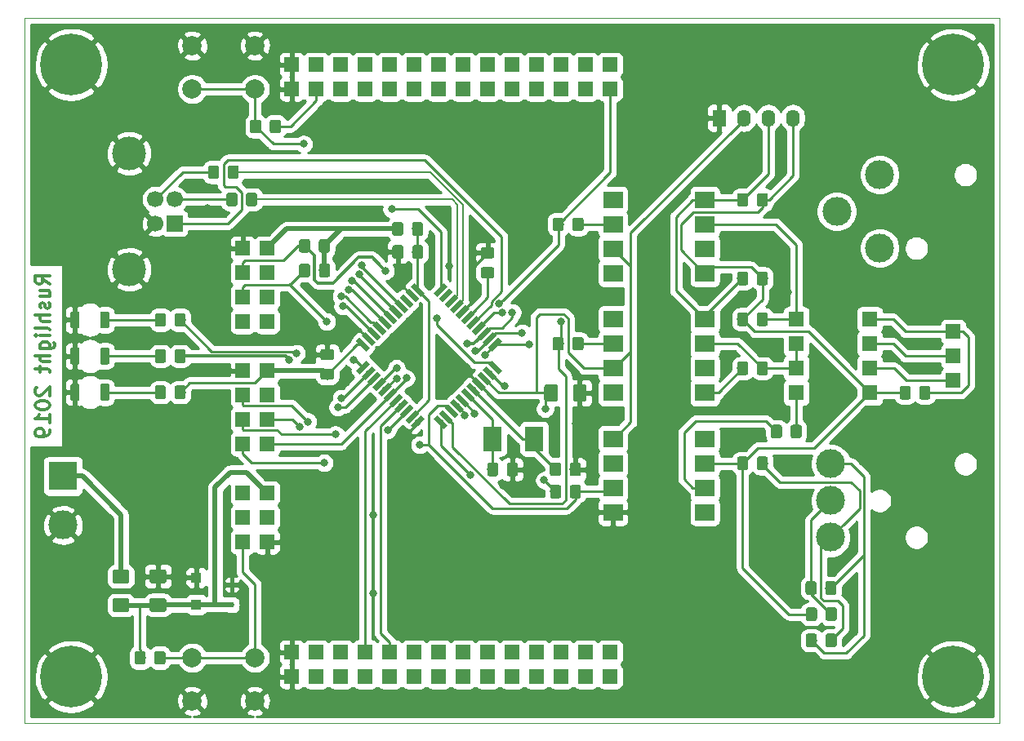
<source format=gbr>
G04 #@! TF.GenerationSoftware,KiCad,Pcbnew,5.1.2+dfsg1-1*
G04 #@! TF.CreationDate,2019-07-22T14:37:20+02:00*
G04 #@! TF.ProjectId,art_controller_3200,6172745f-636f-46e7-9472-6f6c6c65725f,A*
G04 #@! TF.SameCoordinates,Original*
G04 #@! TF.FileFunction,Copper,L2,Bot*
G04 #@! TF.FilePolarity,Positive*
%FSLAX46Y46*%
G04 Gerber Fmt 4.6, Leading zero omitted, Abs format (unit mm)*
G04 Created by KiCad (PCBNEW 5.1.2+dfsg1-1) date 2019-07-22 14:37:20*
%MOMM*%
%LPD*%
G04 APERTURE LIST*
%ADD10C,0.050000*%
%ADD11C,0.300000*%
%ADD12C,0.800000*%
%ADD13C,2.000000*%
%ADD14R,1.524000X1.524000*%
%ADD15C,3.000000*%
%ADD16R,3.000000X3.000000*%
%ADD17R,2.000000X1.780000*%
%ADD18R,1.700000X1.700000*%
%ADD19C,1.700000*%
%ADD20C,3.500000*%
%ADD21C,0.100000*%
%ADD22C,1.150000*%
%ADD23C,1.425000*%
%ADD24R,1.100000X1.100000*%
%ADD25R,0.450000X0.600000*%
%ADD26C,0.950000*%
%ADD27C,0.550000*%
%ADD28R,1.400000X1.800000*%
%ADD29O,1.400000X1.800000*%
%ADD30R,1.600000X1.600000*%
%ADD31C,6.400000*%
%ADD32R,1.900000X2.600000*%
%ADD33C,0.250000*%
%ADD34C,0.500000*%
%ADD35C,0.200000*%
%ADD36C,0.254000*%
G04 APERTURE END LIST*
D10*
X195326000Y-63754000D02*
X94234000Y-63754000D01*
D11*
X96838571Y-91345714D02*
X96124285Y-90845714D01*
X96838571Y-90488571D02*
X95338571Y-90488571D01*
X95338571Y-91060000D01*
X95410000Y-91202857D01*
X95481428Y-91274285D01*
X95624285Y-91345714D01*
X95838571Y-91345714D01*
X95981428Y-91274285D01*
X96052857Y-91202857D01*
X96124285Y-91060000D01*
X96124285Y-90488571D01*
X95838571Y-92631428D02*
X96838571Y-92631428D01*
X95838571Y-91988571D02*
X96624285Y-91988571D01*
X96767142Y-92060000D01*
X96838571Y-92202857D01*
X96838571Y-92417142D01*
X96767142Y-92560000D01*
X96695714Y-92631428D01*
X96767142Y-93274285D02*
X96838571Y-93417142D01*
X96838571Y-93702857D01*
X96767142Y-93845714D01*
X96624285Y-93917142D01*
X96552857Y-93917142D01*
X96410000Y-93845714D01*
X96338571Y-93702857D01*
X96338571Y-93488571D01*
X96267142Y-93345714D01*
X96124285Y-93274285D01*
X96052857Y-93274285D01*
X95910000Y-93345714D01*
X95838571Y-93488571D01*
X95838571Y-93702857D01*
X95910000Y-93845714D01*
X96838571Y-94560000D02*
X95338571Y-94560000D01*
X96838571Y-95202857D02*
X96052857Y-95202857D01*
X95910000Y-95131428D01*
X95838571Y-94988571D01*
X95838571Y-94774285D01*
X95910000Y-94631428D01*
X95981428Y-94560000D01*
X96838571Y-96131428D02*
X96767142Y-95988571D01*
X96624285Y-95917142D01*
X95338571Y-95917142D01*
X96838571Y-96702857D02*
X95838571Y-96702857D01*
X95338571Y-96702857D02*
X95410000Y-96631428D01*
X95481428Y-96702857D01*
X95410000Y-96774285D01*
X95338571Y-96702857D01*
X95481428Y-96702857D01*
X95838571Y-98060000D02*
X97052857Y-98060000D01*
X97195714Y-97988571D01*
X97267142Y-97917142D01*
X97338571Y-97774285D01*
X97338571Y-97560000D01*
X97267142Y-97417142D01*
X96767142Y-98060000D02*
X96838571Y-97917142D01*
X96838571Y-97631428D01*
X96767142Y-97488571D01*
X96695714Y-97417142D01*
X96552857Y-97345714D01*
X96124285Y-97345714D01*
X95981428Y-97417142D01*
X95910000Y-97488571D01*
X95838571Y-97631428D01*
X95838571Y-97917142D01*
X95910000Y-98060000D01*
X96838571Y-98774285D02*
X95338571Y-98774285D01*
X96838571Y-99417142D02*
X96052857Y-99417142D01*
X95910000Y-99345714D01*
X95838571Y-99202857D01*
X95838571Y-98988571D01*
X95910000Y-98845714D01*
X95981428Y-98774285D01*
X95838571Y-99917142D02*
X95838571Y-100488571D01*
X95338571Y-100131428D02*
X96624285Y-100131428D01*
X96767142Y-100202857D01*
X96838571Y-100345714D01*
X96838571Y-100488571D01*
X95481428Y-102060000D02*
X95410000Y-102131428D01*
X95338571Y-102274285D01*
X95338571Y-102631428D01*
X95410000Y-102774285D01*
X95481428Y-102845714D01*
X95624285Y-102917142D01*
X95767142Y-102917142D01*
X95981428Y-102845714D01*
X96838571Y-101988571D01*
X96838571Y-102917142D01*
X95338571Y-103845714D02*
X95338571Y-103988571D01*
X95410000Y-104131428D01*
X95481428Y-104202857D01*
X95624285Y-104274285D01*
X95910000Y-104345714D01*
X96267142Y-104345714D01*
X96552857Y-104274285D01*
X96695714Y-104202857D01*
X96767142Y-104131428D01*
X96838571Y-103988571D01*
X96838571Y-103845714D01*
X96767142Y-103702857D01*
X96695714Y-103631428D01*
X96552857Y-103560000D01*
X96267142Y-103488571D01*
X95910000Y-103488571D01*
X95624285Y-103560000D01*
X95481428Y-103631428D01*
X95410000Y-103702857D01*
X95338571Y-103845714D01*
X96838571Y-105774285D02*
X96838571Y-104917142D01*
X96838571Y-105345714D02*
X95338571Y-105345714D01*
X95552857Y-105202857D01*
X95695714Y-105060000D01*
X95767142Y-104917142D01*
X96838571Y-106488571D02*
X96838571Y-106774285D01*
X96767142Y-106917142D01*
X96695714Y-106988571D01*
X96481428Y-107131428D01*
X96195714Y-107202857D01*
X95624285Y-107202857D01*
X95481428Y-107131428D01*
X95410000Y-107060000D01*
X95338571Y-106917142D01*
X95338571Y-106631428D01*
X95410000Y-106488571D01*
X95481428Y-106417142D01*
X95624285Y-106345714D01*
X95981428Y-106345714D01*
X96124285Y-106417142D01*
X96195714Y-106488571D01*
X96267142Y-106631428D01*
X96267142Y-106917142D01*
X96195714Y-107060000D01*
X96124285Y-107131428D01*
X95981428Y-107202857D01*
D10*
X94234000Y-136906000D02*
X94234000Y-63754000D01*
X195326000Y-136906000D02*
X94234000Y-136906000D01*
X195326000Y-63754000D02*
X195326000Y-136906000D01*
D12*
X107500000Y-128300000D03*
X106200000Y-123200000D03*
X114900000Y-128900000D03*
X104600000Y-128900000D03*
X120100000Y-126300000D03*
X116400000Y-126300000D03*
X110000000Y-123200000D03*
X104600000Y-126600000D03*
D13*
X118110000Y-66620000D03*
X118110000Y-71120000D03*
X111610000Y-66620000D03*
X111610000Y-71120000D03*
D12*
X176911000Y-92202000D03*
X173355000Y-92202000D03*
X174371000Y-85344000D03*
X182880000Y-83439000D03*
X186309000Y-80518000D03*
X186690000Y-110236000D03*
X193294000Y-105029000D03*
X188976000Y-113919000D03*
X167200000Y-111900000D03*
X166200000Y-122850000D03*
X170550000Y-124800000D03*
X183450000Y-117500000D03*
X182900000Y-123800000D03*
X187900000Y-121450000D03*
X186650000Y-97350000D03*
X184750000Y-91500000D03*
X181300000Y-91600000D03*
X176950000Y-89350000D03*
X170400000Y-117100000D03*
X166550000Y-117350000D03*
X159600000Y-116100000D03*
X159500000Y-93000000D03*
X160000000Y-104800000D03*
X159950000Y-98100000D03*
X108050000Y-92500000D03*
X111300000Y-91600000D03*
X130350000Y-115300000D03*
X130350000Y-123450000D03*
X105550000Y-114600000D03*
X106350000Y-119500000D03*
X108600000Y-117450000D03*
X109950000Y-126600000D03*
X112100000Y-119500000D03*
X115200000Y-120700000D03*
X122300000Y-113700000D03*
X133950000Y-113750000D03*
X151250000Y-100500000D03*
X143850000Y-112300000D03*
X173450000Y-110000000D03*
X167750000Y-107500000D03*
X179000000Y-120350000D03*
X180150000Y-123250000D03*
X171400000Y-120950000D03*
X172950000Y-114550000D03*
X179350000Y-97400000D03*
X177550000Y-100650000D03*
X186850000Y-99900000D03*
X183350000Y-106900000D03*
X190050000Y-105450000D03*
X191900000Y-90350000D03*
X188750000Y-90350000D03*
X190400000Y-84800000D03*
X179450000Y-73250000D03*
X165600000Y-67800000D03*
X162150000Y-70500000D03*
X120050000Y-81100000D03*
X113100000Y-87100000D03*
X111550000Y-78050000D03*
X113150000Y-83500000D03*
X111600000Y-81250000D03*
X143100000Y-120400000D03*
X148600000Y-122950000D03*
X151150000Y-122950000D03*
X153700000Y-122950000D03*
X156700000Y-122900000D03*
X125650000Y-122200000D03*
X125700000Y-125000000D03*
X128000000Y-124000000D03*
X132600000Y-121200000D03*
X99100000Y-106250000D03*
X102500000Y-107300000D03*
X112700000Y-106250000D03*
X103900000Y-100750000D03*
X106000000Y-103850000D03*
X108650000Y-100700000D03*
X105250000Y-97150000D03*
X114600000Y-97000000D03*
X114600000Y-100300000D03*
X118100000Y-97100000D03*
X134850000Y-102800000D03*
X133300000Y-90850000D03*
X148900000Y-79250000D03*
X153700000Y-79250000D03*
X124700000Y-76900000D03*
X124300000Y-84100000D03*
X124300000Y-81100000D03*
X132550000Y-81300000D03*
X131400000Y-76650000D03*
X133800000Y-76700000D03*
X137200000Y-76700000D03*
X139800000Y-77900000D03*
X148450000Y-116050000D03*
X151200000Y-116050000D03*
X153700000Y-104950000D03*
X151350000Y-105850000D03*
X149000000Y-107250000D03*
X160350000Y-111450000D03*
X164900000Y-92200000D03*
X167100000Y-95150000D03*
X166900000Y-99050000D03*
X170450000Y-87950000D03*
X175800000Y-78650000D03*
X172650000Y-78700000D03*
X166400000Y-79600000D03*
X161700000Y-78900000D03*
X158650000Y-81550000D03*
X159800000Y-87750000D03*
X128400000Y-104850000D03*
X127150000Y-113650000D03*
X122750000Y-102950000D03*
X127550000Y-101600000D03*
X123900000Y-97100000D03*
X128000000Y-96450000D03*
X136300000Y-89950000D03*
X138250000Y-89500000D03*
X141000000Y-85950000D03*
X149250000Y-91050000D03*
X145950000Y-85300000D03*
X133550000Y-107000000D03*
X139900000Y-115800000D03*
X134100000Y-96950000D03*
X138000000Y-101700000D03*
D13*
X111610000Y-134620000D03*
X111610000Y-130120000D03*
X118110000Y-134620000D03*
X118110000Y-130120000D03*
D14*
X119380000Y-118110000D03*
X116840000Y-118110000D03*
X119380000Y-115570000D03*
X116840000Y-115570000D03*
X119380000Y-113030000D03*
X116840000Y-113030000D03*
X116840000Y-100330000D03*
X119380000Y-100330000D03*
X116840000Y-102870000D03*
X119380000Y-102870000D03*
X116840000Y-105410000D03*
X119380000Y-105410000D03*
X116840000Y-107950000D03*
X119380000Y-107950000D03*
X119380000Y-95250000D03*
X116840000Y-95250000D03*
X119380000Y-92710000D03*
X116840000Y-92710000D03*
X119380000Y-90170000D03*
X116840000Y-90170000D03*
X119380000Y-87630000D03*
X116840000Y-87630000D03*
D15*
X182880000Y-87630000D03*
X182880000Y-80010000D03*
X178430000Y-83820000D03*
X177800000Y-117630000D03*
X177800000Y-110010000D03*
X177800000Y-113820000D03*
D16*
X98210000Y-111280000D03*
D15*
X98210000Y-116360000D03*
D17*
X164765000Y-107410000D03*
X155235000Y-115030000D03*
X164765000Y-109950000D03*
X155235000Y-112490000D03*
X164765000Y-112490000D03*
X155235000Y-109950000D03*
X164765000Y-115030000D03*
X155235000Y-107410000D03*
D18*
X109780000Y-85070000D03*
D19*
X109780000Y-82570000D03*
X107780000Y-82570000D03*
X107780000Y-85070000D03*
D20*
X105070000Y-89840000D03*
X105070000Y-77800000D03*
D21*
G36*
X143114505Y-109891204D02*
G01*
X143138773Y-109894804D01*
X143162572Y-109900765D01*
X143185671Y-109909030D01*
X143207850Y-109919520D01*
X143228893Y-109932132D01*
X143248599Y-109946747D01*
X143266777Y-109963223D01*
X143283253Y-109981401D01*
X143297868Y-110001107D01*
X143310480Y-110022150D01*
X143320970Y-110044329D01*
X143329235Y-110067428D01*
X143335196Y-110091227D01*
X143338796Y-110115495D01*
X143340000Y-110139999D01*
X143340000Y-111040001D01*
X143338796Y-111064505D01*
X143335196Y-111088773D01*
X143329235Y-111112572D01*
X143320970Y-111135671D01*
X143310480Y-111157850D01*
X143297868Y-111178893D01*
X143283253Y-111198599D01*
X143266777Y-111216777D01*
X143248599Y-111233253D01*
X143228893Y-111247868D01*
X143207850Y-111260480D01*
X143185671Y-111270970D01*
X143162572Y-111279235D01*
X143138773Y-111285196D01*
X143114505Y-111288796D01*
X143090001Y-111290000D01*
X142439999Y-111290000D01*
X142415495Y-111288796D01*
X142391227Y-111285196D01*
X142367428Y-111279235D01*
X142344329Y-111270970D01*
X142322150Y-111260480D01*
X142301107Y-111247868D01*
X142281401Y-111233253D01*
X142263223Y-111216777D01*
X142246747Y-111198599D01*
X142232132Y-111178893D01*
X142219520Y-111157850D01*
X142209030Y-111135671D01*
X142200765Y-111112572D01*
X142194804Y-111088773D01*
X142191204Y-111064505D01*
X142190000Y-111040001D01*
X142190000Y-110139999D01*
X142191204Y-110115495D01*
X142194804Y-110091227D01*
X142200765Y-110067428D01*
X142209030Y-110044329D01*
X142219520Y-110022150D01*
X142232132Y-110001107D01*
X142246747Y-109981401D01*
X142263223Y-109963223D01*
X142281401Y-109946747D01*
X142301107Y-109932132D01*
X142322150Y-109919520D01*
X142344329Y-109909030D01*
X142367428Y-109900765D01*
X142391227Y-109894804D01*
X142415495Y-109891204D01*
X142439999Y-109890000D01*
X143090001Y-109890000D01*
X143114505Y-109891204D01*
X143114505Y-109891204D01*
G37*
D22*
X142765000Y-110590000D03*
D21*
G36*
X145164505Y-109891204D02*
G01*
X145188773Y-109894804D01*
X145212572Y-109900765D01*
X145235671Y-109909030D01*
X145257850Y-109919520D01*
X145278893Y-109932132D01*
X145298599Y-109946747D01*
X145316777Y-109963223D01*
X145333253Y-109981401D01*
X145347868Y-110001107D01*
X145360480Y-110022150D01*
X145370970Y-110044329D01*
X145379235Y-110067428D01*
X145385196Y-110091227D01*
X145388796Y-110115495D01*
X145390000Y-110139999D01*
X145390000Y-111040001D01*
X145388796Y-111064505D01*
X145385196Y-111088773D01*
X145379235Y-111112572D01*
X145370970Y-111135671D01*
X145360480Y-111157850D01*
X145347868Y-111178893D01*
X145333253Y-111198599D01*
X145316777Y-111216777D01*
X145298599Y-111233253D01*
X145278893Y-111247868D01*
X145257850Y-111260480D01*
X145235671Y-111270970D01*
X145212572Y-111279235D01*
X145188773Y-111285196D01*
X145164505Y-111288796D01*
X145140001Y-111290000D01*
X144489999Y-111290000D01*
X144465495Y-111288796D01*
X144441227Y-111285196D01*
X144417428Y-111279235D01*
X144394329Y-111270970D01*
X144372150Y-111260480D01*
X144351107Y-111247868D01*
X144331401Y-111233253D01*
X144313223Y-111216777D01*
X144296747Y-111198599D01*
X144282132Y-111178893D01*
X144269520Y-111157850D01*
X144259030Y-111135671D01*
X144250765Y-111112572D01*
X144244804Y-111088773D01*
X144241204Y-111064505D01*
X144240000Y-111040001D01*
X144240000Y-110139999D01*
X144241204Y-110115495D01*
X144244804Y-110091227D01*
X144250765Y-110067428D01*
X144259030Y-110044329D01*
X144269520Y-110022150D01*
X144282132Y-110001107D01*
X144296747Y-109981401D01*
X144313223Y-109963223D01*
X144331401Y-109946747D01*
X144351107Y-109932132D01*
X144372150Y-109919520D01*
X144394329Y-109909030D01*
X144417428Y-109900765D01*
X144441227Y-109894804D01*
X144465495Y-109891204D01*
X144489999Y-109890000D01*
X145140001Y-109890000D01*
X145164505Y-109891204D01*
X145164505Y-109891204D01*
G37*
D22*
X144815000Y-110590000D03*
D21*
G36*
X151674505Y-109881204D02*
G01*
X151698773Y-109884804D01*
X151722572Y-109890765D01*
X151745671Y-109899030D01*
X151767850Y-109909520D01*
X151788893Y-109922132D01*
X151808599Y-109936747D01*
X151826777Y-109953223D01*
X151843253Y-109971401D01*
X151857868Y-109991107D01*
X151870480Y-110012150D01*
X151880970Y-110034329D01*
X151889235Y-110057428D01*
X151895196Y-110081227D01*
X151898796Y-110105495D01*
X151900000Y-110129999D01*
X151900000Y-111030001D01*
X151898796Y-111054505D01*
X151895196Y-111078773D01*
X151889235Y-111102572D01*
X151880970Y-111125671D01*
X151870480Y-111147850D01*
X151857868Y-111168893D01*
X151843253Y-111188599D01*
X151826777Y-111206777D01*
X151808599Y-111223253D01*
X151788893Y-111237868D01*
X151767850Y-111250480D01*
X151745671Y-111260970D01*
X151722572Y-111269235D01*
X151698773Y-111275196D01*
X151674505Y-111278796D01*
X151650001Y-111280000D01*
X150999999Y-111280000D01*
X150975495Y-111278796D01*
X150951227Y-111275196D01*
X150927428Y-111269235D01*
X150904329Y-111260970D01*
X150882150Y-111250480D01*
X150861107Y-111237868D01*
X150841401Y-111223253D01*
X150823223Y-111206777D01*
X150806747Y-111188599D01*
X150792132Y-111168893D01*
X150779520Y-111147850D01*
X150769030Y-111125671D01*
X150760765Y-111102572D01*
X150754804Y-111078773D01*
X150751204Y-111054505D01*
X150750000Y-111030001D01*
X150750000Y-110129999D01*
X150751204Y-110105495D01*
X150754804Y-110081227D01*
X150760765Y-110057428D01*
X150769030Y-110034329D01*
X150779520Y-110012150D01*
X150792132Y-109991107D01*
X150806747Y-109971401D01*
X150823223Y-109953223D01*
X150841401Y-109936747D01*
X150861107Y-109922132D01*
X150882150Y-109909520D01*
X150904329Y-109899030D01*
X150927428Y-109890765D01*
X150951227Y-109884804D01*
X150975495Y-109881204D01*
X150999999Y-109880000D01*
X151650001Y-109880000D01*
X151674505Y-109881204D01*
X151674505Y-109881204D01*
G37*
D22*
X151325000Y-110580000D03*
D21*
G36*
X149624505Y-109881204D02*
G01*
X149648773Y-109884804D01*
X149672572Y-109890765D01*
X149695671Y-109899030D01*
X149717850Y-109909520D01*
X149738893Y-109922132D01*
X149758599Y-109936747D01*
X149776777Y-109953223D01*
X149793253Y-109971401D01*
X149807868Y-109991107D01*
X149820480Y-110012150D01*
X149830970Y-110034329D01*
X149839235Y-110057428D01*
X149845196Y-110081227D01*
X149848796Y-110105495D01*
X149850000Y-110129999D01*
X149850000Y-111030001D01*
X149848796Y-111054505D01*
X149845196Y-111078773D01*
X149839235Y-111102572D01*
X149830970Y-111125671D01*
X149820480Y-111147850D01*
X149807868Y-111168893D01*
X149793253Y-111188599D01*
X149776777Y-111206777D01*
X149758599Y-111223253D01*
X149738893Y-111237868D01*
X149717850Y-111250480D01*
X149695671Y-111260970D01*
X149672572Y-111269235D01*
X149648773Y-111275196D01*
X149624505Y-111278796D01*
X149600001Y-111280000D01*
X148949999Y-111280000D01*
X148925495Y-111278796D01*
X148901227Y-111275196D01*
X148877428Y-111269235D01*
X148854329Y-111260970D01*
X148832150Y-111250480D01*
X148811107Y-111237868D01*
X148791401Y-111223253D01*
X148773223Y-111206777D01*
X148756747Y-111188599D01*
X148742132Y-111168893D01*
X148729520Y-111147850D01*
X148719030Y-111125671D01*
X148710765Y-111102572D01*
X148704804Y-111078773D01*
X148701204Y-111054505D01*
X148700000Y-111030001D01*
X148700000Y-110129999D01*
X148701204Y-110105495D01*
X148704804Y-110081227D01*
X148710765Y-110057428D01*
X148719030Y-110034329D01*
X148729520Y-110012150D01*
X148742132Y-109991107D01*
X148756747Y-109971401D01*
X148773223Y-109953223D01*
X148791401Y-109936747D01*
X148811107Y-109922132D01*
X148832150Y-109909520D01*
X148854329Y-109899030D01*
X148877428Y-109890765D01*
X148901227Y-109884804D01*
X148925495Y-109881204D01*
X148949999Y-109880000D01*
X149600001Y-109880000D01*
X149624505Y-109881204D01*
X149624505Y-109881204D01*
G37*
D22*
X149275000Y-110580000D03*
D21*
G36*
X108709504Y-123936204D02*
G01*
X108733773Y-123939804D01*
X108757571Y-123945765D01*
X108780671Y-123954030D01*
X108802849Y-123964520D01*
X108823893Y-123977133D01*
X108843598Y-123991747D01*
X108861777Y-124008223D01*
X108878253Y-124026402D01*
X108892867Y-124046107D01*
X108905480Y-124067151D01*
X108915970Y-124089329D01*
X108924235Y-124112429D01*
X108930196Y-124136227D01*
X108933796Y-124160496D01*
X108935000Y-124185000D01*
X108935000Y-125110000D01*
X108933796Y-125134504D01*
X108930196Y-125158773D01*
X108924235Y-125182571D01*
X108915970Y-125205671D01*
X108905480Y-125227849D01*
X108892867Y-125248893D01*
X108878253Y-125268598D01*
X108861777Y-125286777D01*
X108843598Y-125303253D01*
X108823893Y-125317867D01*
X108802849Y-125330480D01*
X108780671Y-125340970D01*
X108757571Y-125349235D01*
X108733773Y-125355196D01*
X108709504Y-125358796D01*
X108685000Y-125360000D01*
X107435000Y-125360000D01*
X107410496Y-125358796D01*
X107386227Y-125355196D01*
X107362429Y-125349235D01*
X107339329Y-125340970D01*
X107317151Y-125330480D01*
X107296107Y-125317867D01*
X107276402Y-125303253D01*
X107258223Y-125286777D01*
X107241747Y-125268598D01*
X107227133Y-125248893D01*
X107214520Y-125227849D01*
X107204030Y-125205671D01*
X107195765Y-125182571D01*
X107189804Y-125158773D01*
X107186204Y-125134504D01*
X107185000Y-125110000D01*
X107185000Y-124185000D01*
X107186204Y-124160496D01*
X107189804Y-124136227D01*
X107195765Y-124112429D01*
X107204030Y-124089329D01*
X107214520Y-124067151D01*
X107227133Y-124046107D01*
X107241747Y-124026402D01*
X107258223Y-124008223D01*
X107276402Y-123991747D01*
X107296107Y-123977133D01*
X107317151Y-123964520D01*
X107339329Y-123954030D01*
X107362429Y-123945765D01*
X107386227Y-123939804D01*
X107410496Y-123936204D01*
X107435000Y-123935000D01*
X108685000Y-123935000D01*
X108709504Y-123936204D01*
X108709504Y-123936204D01*
G37*
D23*
X108060000Y-124647500D03*
D21*
G36*
X108709504Y-120961204D02*
G01*
X108733773Y-120964804D01*
X108757571Y-120970765D01*
X108780671Y-120979030D01*
X108802849Y-120989520D01*
X108823893Y-121002133D01*
X108843598Y-121016747D01*
X108861777Y-121033223D01*
X108878253Y-121051402D01*
X108892867Y-121071107D01*
X108905480Y-121092151D01*
X108915970Y-121114329D01*
X108924235Y-121137429D01*
X108930196Y-121161227D01*
X108933796Y-121185496D01*
X108935000Y-121210000D01*
X108935000Y-122135000D01*
X108933796Y-122159504D01*
X108930196Y-122183773D01*
X108924235Y-122207571D01*
X108915970Y-122230671D01*
X108905480Y-122252849D01*
X108892867Y-122273893D01*
X108878253Y-122293598D01*
X108861777Y-122311777D01*
X108843598Y-122328253D01*
X108823893Y-122342867D01*
X108802849Y-122355480D01*
X108780671Y-122365970D01*
X108757571Y-122374235D01*
X108733773Y-122380196D01*
X108709504Y-122383796D01*
X108685000Y-122385000D01*
X107435000Y-122385000D01*
X107410496Y-122383796D01*
X107386227Y-122380196D01*
X107362429Y-122374235D01*
X107339329Y-122365970D01*
X107317151Y-122355480D01*
X107296107Y-122342867D01*
X107276402Y-122328253D01*
X107258223Y-122311777D01*
X107241747Y-122293598D01*
X107227133Y-122273893D01*
X107214520Y-122252849D01*
X107204030Y-122230671D01*
X107195765Y-122207571D01*
X107189804Y-122183773D01*
X107186204Y-122159504D01*
X107185000Y-122135000D01*
X107185000Y-121210000D01*
X107186204Y-121185496D01*
X107189804Y-121161227D01*
X107195765Y-121137429D01*
X107204030Y-121114329D01*
X107214520Y-121092151D01*
X107227133Y-121071107D01*
X107241747Y-121051402D01*
X107258223Y-121033223D01*
X107276402Y-121016747D01*
X107296107Y-121002133D01*
X107317151Y-120989520D01*
X107339329Y-120979030D01*
X107362429Y-120970765D01*
X107386227Y-120964804D01*
X107410496Y-120961204D01*
X107435000Y-120960000D01*
X108685000Y-120960000D01*
X108709504Y-120961204D01*
X108709504Y-120961204D01*
G37*
D23*
X108060000Y-121672500D03*
D21*
G36*
X142704505Y-87546204D02*
G01*
X142728773Y-87549804D01*
X142752572Y-87555765D01*
X142775671Y-87564030D01*
X142797850Y-87574520D01*
X142818893Y-87587132D01*
X142838599Y-87601747D01*
X142856777Y-87618223D01*
X142873253Y-87636401D01*
X142887868Y-87656107D01*
X142900480Y-87677150D01*
X142910970Y-87699329D01*
X142919235Y-87722428D01*
X142925196Y-87746227D01*
X142928796Y-87770495D01*
X142930000Y-87794999D01*
X142930000Y-88445001D01*
X142928796Y-88469505D01*
X142925196Y-88493773D01*
X142919235Y-88517572D01*
X142910970Y-88540671D01*
X142900480Y-88562850D01*
X142887868Y-88583893D01*
X142873253Y-88603599D01*
X142856777Y-88621777D01*
X142838599Y-88638253D01*
X142818893Y-88652868D01*
X142797850Y-88665480D01*
X142775671Y-88675970D01*
X142752572Y-88684235D01*
X142728773Y-88690196D01*
X142704505Y-88693796D01*
X142680001Y-88695000D01*
X141779999Y-88695000D01*
X141755495Y-88693796D01*
X141731227Y-88690196D01*
X141707428Y-88684235D01*
X141684329Y-88675970D01*
X141662150Y-88665480D01*
X141641107Y-88652868D01*
X141621401Y-88638253D01*
X141603223Y-88621777D01*
X141586747Y-88603599D01*
X141572132Y-88583893D01*
X141559520Y-88562850D01*
X141549030Y-88540671D01*
X141540765Y-88517572D01*
X141534804Y-88493773D01*
X141531204Y-88469505D01*
X141530000Y-88445001D01*
X141530000Y-87794999D01*
X141531204Y-87770495D01*
X141534804Y-87746227D01*
X141540765Y-87722428D01*
X141549030Y-87699329D01*
X141559520Y-87677150D01*
X141572132Y-87656107D01*
X141586747Y-87636401D01*
X141603223Y-87618223D01*
X141621401Y-87601747D01*
X141641107Y-87587132D01*
X141662150Y-87574520D01*
X141684329Y-87564030D01*
X141707428Y-87555765D01*
X141731227Y-87549804D01*
X141755495Y-87546204D01*
X141779999Y-87545000D01*
X142680001Y-87545000D01*
X142704505Y-87546204D01*
X142704505Y-87546204D01*
G37*
D22*
X142230000Y-88120000D03*
D21*
G36*
X142704505Y-89596204D02*
G01*
X142728773Y-89599804D01*
X142752572Y-89605765D01*
X142775671Y-89614030D01*
X142797850Y-89624520D01*
X142818893Y-89637132D01*
X142838599Y-89651747D01*
X142856777Y-89668223D01*
X142873253Y-89686401D01*
X142887868Y-89706107D01*
X142900480Y-89727150D01*
X142910970Y-89749329D01*
X142919235Y-89772428D01*
X142925196Y-89796227D01*
X142928796Y-89820495D01*
X142930000Y-89844999D01*
X142930000Y-90495001D01*
X142928796Y-90519505D01*
X142925196Y-90543773D01*
X142919235Y-90567572D01*
X142910970Y-90590671D01*
X142900480Y-90612850D01*
X142887868Y-90633893D01*
X142873253Y-90653599D01*
X142856777Y-90671777D01*
X142838599Y-90688253D01*
X142818893Y-90702868D01*
X142797850Y-90715480D01*
X142775671Y-90725970D01*
X142752572Y-90734235D01*
X142728773Y-90740196D01*
X142704505Y-90743796D01*
X142680001Y-90745000D01*
X141779999Y-90745000D01*
X141755495Y-90743796D01*
X141731227Y-90740196D01*
X141707428Y-90734235D01*
X141684329Y-90725970D01*
X141662150Y-90715480D01*
X141641107Y-90702868D01*
X141621401Y-90688253D01*
X141603223Y-90671777D01*
X141586747Y-90653599D01*
X141572132Y-90633893D01*
X141559520Y-90612850D01*
X141549030Y-90590671D01*
X141540765Y-90567572D01*
X141534804Y-90543773D01*
X141531204Y-90519505D01*
X141530000Y-90495001D01*
X141530000Y-89844999D01*
X141531204Y-89820495D01*
X141534804Y-89796227D01*
X141540765Y-89772428D01*
X141549030Y-89749329D01*
X141559520Y-89727150D01*
X141572132Y-89706107D01*
X141586747Y-89686401D01*
X141603223Y-89668223D01*
X141621401Y-89651747D01*
X141641107Y-89637132D01*
X141662150Y-89624520D01*
X141684329Y-89614030D01*
X141707428Y-89605765D01*
X141731227Y-89599804D01*
X141755495Y-89596204D01*
X141779999Y-89595000D01*
X142680001Y-89595000D01*
X142704505Y-89596204D01*
X142704505Y-89596204D01*
G37*
D22*
X142230000Y-90170000D03*
D21*
G36*
X126084505Y-100141204D02*
G01*
X126108773Y-100144804D01*
X126132572Y-100150765D01*
X126155671Y-100159030D01*
X126177850Y-100169520D01*
X126198893Y-100182132D01*
X126218599Y-100196747D01*
X126236777Y-100213223D01*
X126253253Y-100231401D01*
X126267868Y-100251107D01*
X126280480Y-100272150D01*
X126290970Y-100294329D01*
X126299235Y-100317428D01*
X126305196Y-100341227D01*
X126308796Y-100365495D01*
X126310000Y-100389999D01*
X126310000Y-101040001D01*
X126308796Y-101064505D01*
X126305196Y-101088773D01*
X126299235Y-101112572D01*
X126290970Y-101135671D01*
X126280480Y-101157850D01*
X126267868Y-101178893D01*
X126253253Y-101198599D01*
X126236777Y-101216777D01*
X126218599Y-101233253D01*
X126198893Y-101247868D01*
X126177850Y-101260480D01*
X126155671Y-101270970D01*
X126132572Y-101279235D01*
X126108773Y-101285196D01*
X126084505Y-101288796D01*
X126060001Y-101290000D01*
X125159999Y-101290000D01*
X125135495Y-101288796D01*
X125111227Y-101285196D01*
X125087428Y-101279235D01*
X125064329Y-101270970D01*
X125042150Y-101260480D01*
X125021107Y-101247868D01*
X125001401Y-101233253D01*
X124983223Y-101216777D01*
X124966747Y-101198599D01*
X124952132Y-101178893D01*
X124939520Y-101157850D01*
X124929030Y-101135671D01*
X124920765Y-101112572D01*
X124914804Y-101088773D01*
X124911204Y-101064505D01*
X124910000Y-101040001D01*
X124910000Y-100389999D01*
X124911204Y-100365495D01*
X124914804Y-100341227D01*
X124920765Y-100317428D01*
X124929030Y-100294329D01*
X124939520Y-100272150D01*
X124952132Y-100251107D01*
X124966747Y-100231401D01*
X124983223Y-100213223D01*
X125001401Y-100196747D01*
X125021107Y-100182132D01*
X125042150Y-100169520D01*
X125064329Y-100159030D01*
X125087428Y-100150765D01*
X125111227Y-100144804D01*
X125135495Y-100141204D01*
X125159999Y-100140000D01*
X126060001Y-100140000D01*
X126084505Y-100141204D01*
X126084505Y-100141204D01*
G37*
D22*
X125610000Y-100715000D03*
D21*
G36*
X126084505Y-98091204D02*
G01*
X126108773Y-98094804D01*
X126132572Y-98100765D01*
X126155671Y-98109030D01*
X126177850Y-98119520D01*
X126198893Y-98132132D01*
X126218599Y-98146747D01*
X126236777Y-98163223D01*
X126253253Y-98181401D01*
X126267868Y-98201107D01*
X126280480Y-98222150D01*
X126290970Y-98244329D01*
X126299235Y-98267428D01*
X126305196Y-98291227D01*
X126308796Y-98315495D01*
X126310000Y-98339999D01*
X126310000Y-98990001D01*
X126308796Y-99014505D01*
X126305196Y-99038773D01*
X126299235Y-99062572D01*
X126290970Y-99085671D01*
X126280480Y-99107850D01*
X126267868Y-99128893D01*
X126253253Y-99148599D01*
X126236777Y-99166777D01*
X126218599Y-99183253D01*
X126198893Y-99197868D01*
X126177850Y-99210480D01*
X126155671Y-99220970D01*
X126132572Y-99229235D01*
X126108773Y-99235196D01*
X126084505Y-99238796D01*
X126060001Y-99240000D01*
X125159999Y-99240000D01*
X125135495Y-99238796D01*
X125111227Y-99235196D01*
X125087428Y-99229235D01*
X125064329Y-99220970D01*
X125042150Y-99210480D01*
X125021107Y-99197868D01*
X125001401Y-99183253D01*
X124983223Y-99166777D01*
X124966747Y-99148599D01*
X124952132Y-99128893D01*
X124939520Y-99107850D01*
X124929030Y-99085671D01*
X124920765Y-99062572D01*
X124914804Y-99038773D01*
X124911204Y-99014505D01*
X124910000Y-98990001D01*
X124910000Y-98339999D01*
X124911204Y-98315495D01*
X124914804Y-98291227D01*
X124920765Y-98267428D01*
X124929030Y-98244329D01*
X124939520Y-98222150D01*
X124952132Y-98201107D01*
X124966747Y-98181401D01*
X124983223Y-98163223D01*
X125001401Y-98146747D01*
X125021107Y-98132132D01*
X125042150Y-98119520D01*
X125064329Y-98109030D01*
X125087428Y-98100765D01*
X125111227Y-98094804D01*
X125135495Y-98091204D01*
X125159999Y-98090000D01*
X126060001Y-98090000D01*
X126084505Y-98091204D01*
X126084505Y-98091204D01*
G37*
D22*
X125610000Y-98665000D03*
D21*
G36*
X133284505Y-87321204D02*
G01*
X133308773Y-87324804D01*
X133332572Y-87330765D01*
X133355671Y-87339030D01*
X133377850Y-87349520D01*
X133398893Y-87362132D01*
X133418599Y-87376747D01*
X133436777Y-87393223D01*
X133453253Y-87411401D01*
X133467868Y-87431107D01*
X133480480Y-87452150D01*
X133490970Y-87474329D01*
X133499235Y-87497428D01*
X133505196Y-87521227D01*
X133508796Y-87545495D01*
X133510000Y-87569999D01*
X133510000Y-88470001D01*
X133508796Y-88494505D01*
X133505196Y-88518773D01*
X133499235Y-88542572D01*
X133490970Y-88565671D01*
X133480480Y-88587850D01*
X133467868Y-88608893D01*
X133453253Y-88628599D01*
X133436777Y-88646777D01*
X133418599Y-88663253D01*
X133398893Y-88677868D01*
X133377850Y-88690480D01*
X133355671Y-88700970D01*
X133332572Y-88709235D01*
X133308773Y-88715196D01*
X133284505Y-88718796D01*
X133260001Y-88720000D01*
X132609999Y-88720000D01*
X132585495Y-88718796D01*
X132561227Y-88715196D01*
X132537428Y-88709235D01*
X132514329Y-88700970D01*
X132492150Y-88690480D01*
X132471107Y-88677868D01*
X132451401Y-88663253D01*
X132433223Y-88646777D01*
X132416747Y-88628599D01*
X132402132Y-88608893D01*
X132389520Y-88587850D01*
X132379030Y-88565671D01*
X132370765Y-88542572D01*
X132364804Y-88518773D01*
X132361204Y-88494505D01*
X132360000Y-88470001D01*
X132360000Y-87569999D01*
X132361204Y-87545495D01*
X132364804Y-87521227D01*
X132370765Y-87497428D01*
X132379030Y-87474329D01*
X132389520Y-87452150D01*
X132402132Y-87431107D01*
X132416747Y-87411401D01*
X132433223Y-87393223D01*
X132451401Y-87376747D01*
X132471107Y-87362132D01*
X132492150Y-87349520D01*
X132514329Y-87339030D01*
X132537428Y-87330765D01*
X132561227Y-87324804D01*
X132585495Y-87321204D01*
X132609999Y-87320000D01*
X133260001Y-87320000D01*
X133284505Y-87321204D01*
X133284505Y-87321204D01*
G37*
D22*
X132935000Y-88020000D03*
D21*
G36*
X135334505Y-87321204D02*
G01*
X135358773Y-87324804D01*
X135382572Y-87330765D01*
X135405671Y-87339030D01*
X135427850Y-87349520D01*
X135448893Y-87362132D01*
X135468599Y-87376747D01*
X135486777Y-87393223D01*
X135503253Y-87411401D01*
X135517868Y-87431107D01*
X135530480Y-87452150D01*
X135540970Y-87474329D01*
X135549235Y-87497428D01*
X135555196Y-87521227D01*
X135558796Y-87545495D01*
X135560000Y-87569999D01*
X135560000Y-88470001D01*
X135558796Y-88494505D01*
X135555196Y-88518773D01*
X135549235Y-88542572D01*
X135540970Y-88565671D01*
X135530480Y-88587850D01*
X135517868Y-88608893D01*
X135503253Y-88628599D01*
X135486777Y-88646777D01*
X135468599Y-88663253D01*
X135448893Y-88677868D01*
X135427850Y-88690480D01*
X135405671Y-88700970D01*
X135382572Y-88709235D01*
X135358773Y-88715196D01*
X135334505Y-88718796D01*
X135310001Y-88720000D01*
X134659999Y-88720000D01*
X134635495Y-88718796D01*
X134611227Y-88715196D01*
X134587428Y-88709235D01*
X134564329Y-88700970D01*
X134542150Y-88690480D01*
X134521107Y-88677868D01*
X134501401Y-88663253D01*
X134483223Y-88646777D01*
X134466747Y-88628599D01*
X134452132Y-88608893D01*
X134439520Y-88587850D01*
X134429030Y-88565671D01*
X134420765Y-88542572D01*
X134414804Y-88518773D01*
X134411204Y-88494505D01*
X134410000Y-88470001D01*
X134410000Y-87569999D01*
X134411204Y-87545495D01*
X134414804Y-87521227D01*
X134420765Y-87497428D01*
X134429030Y-87474329D01*
X134439520Y-87452150D01*
X134452132Y-87431107D01*
X134466747Y-87411401D01*
X134483223Y-87393223D01*
X134501401Y-87376747D01*
X134521107Y-87362132D01*
X134542150Y-87349520D01*
X134564329Y-87339030D01*
X134587428Y-87330765D01*
X134611227Y-87324804D01*
X134635495Y-87321204D01*
X134659999Y-87320000D01*
X135310001Y-87320000D01*
X135334505Y-87321204D01*
X135334505Y-87321204D01*
G37*
D22*
X134985000Y-88020000D03*
D21*
G36*
X169024505Y-81911204D02*
G01*
X169048773Y-81914804D01*
X169072572Y-81920765D01*
X169095671Y-81929030D01*
X169117850Y-81939520D01*
X169138893Y-81952132D01*
X169158599Y-81966747D01*
X169176777Y-81983223D01*
X169193253Y-82001401D01*
X169207868Y-82021107D01*
X169220480Y-82042150D01*
X169230970Y-82064329D01*
X169239235Y-82087428D01*
X169245196Y-82111227D01*
X169248796Y-82135495D01*
X169250000Y-82159999D01*
X169250000Y-83060001D01*
X169248796Y-83084505D01*
X169245196Y-83108773D01*
X169239235Y-83132572D01*
X169230970Y-83155671D01*
X169220480Y-83177850D01*
X169207868Y-83198893D01*
X169193253Y-83218599D01*
X169176777Y-83236777D01*
X169158599Y-83253253D01*
X169138893Y-83267868D01*
X169117850Y-83280480D01*
X169095671Y-83290970D01*
X169072572Y-83299235D01*
X169048773Y-83305196D01*
X169024505Y-83308796D01*
X169000001Y-83310000D01*
X168349999Y-83310000D01*
X168325495Y-83308796D01*
X168301227Y-83305196D01*
X168277428Y-83299235D01*
X168254329Y-83290970D01*
X168232150Y-83280480D01*
X168211107Y-83267868D01*
X168191401Y-83253253D01*
X168173223Y-83236777D01*
X168156747Y-83218599D01*
X168142132Y-83198893D01*
X168129520Y-83177850D01*
X168119030Y-83155671D01*
X168110765Y-83132572D01*
X168104804Y-83108773D01*
X168101204Y-83084505D01*
X168100000Y-83060001D01*
X168100000Y-82159999D01*
X168101204Y-82135495D01*
X168104804Y-82111227D01*
X168110765Y-82087428D01*
X168119030Y-82064329D01*
X168129520Y-82042150D01*
X168142132Y-82021107D01*
X168156747Y-82001401D01*
X168173223Y-81983223D01*
X168191401Y-81966747D01*
X168211107Y-81952132D01*
X168232150Y-81939520D01*
X168254329Y-81929030D01*
X168277428Y-81920765D01*
X168301227Y-81914804D01*
X168325495Y-81911204D01*
X168349999Y-81910000D01*
X169000001Y-81910000D01*
X169024505Y-81911204D01*
X169024505Y-81911204D01*
G37*
D22*
X168675000Y-82610000D03*
D21*
G36*
X171074505Y-81911204D02*
G01*
X171098773Y-81914804D01*
X171122572Y-81920765D01*
X171145671Y-81929030D01*
X171167850Y-81939520D01*
X171188893Y-81952132D01*
X171208599Y-81966747D01*
X171226777Y-81983223D01*
X171243253Y-82001401D01*
X171257868Y-82021107D01*
X171270480Y-82042150D01*
X171280970Y-82064329D01*
X171289235Y-82087428D01*
X171295196Y-82111227D01*
X171298796Y-82135495D01*
X171300000Y-82159999D01*
X171300000Y-83060001D01*
X171298796Y-83084505D01*
X171295196Y-83108773D01*
X171289235Y-83132572D01*
X171280970Y-83155671D01*
X171270480Y-83177850D01*
X171257868Y-83198893D01*
X171243253Y-83218599D01*
X171226777Y-83236777D01*
X171208599Y-83253253D01*
X171188893Y-83267868D01*
X171167850Y-83280480D01*
X171145671Y-83290970D01*
X171122572Y-83299235D01*
X171098773Y-83305196D01*
X171074505Y-83308796D01*
X171050001Y-83310000D01*
X170399999Y-83310000D01*
X170375495Y-83308796D01*
X170351227Y-83305196D01*
X170327428Y-83299235D01*
X170304329Y-83290970D01*
X170282150Y-83280480D01*
X170261107Y-83267868D01*
X170241401Y-83253253D01*
X170223223Y-83236777D01*
X170206747Y-83218599D01*
X170192132Y-83198893D01*
X170179520Y-83177850D01*
X170169030Y-83155671D01*
X170160765Y-83132572D01*
X170154804Y-83108773D01*
X170151204Y-83084505D01*
X170150000Y-83060001D01*
X170150000Y-82159999D01*
X170151204Y-82135495D01*
X170154804Y-82111227D01*
X170160765Y-82087428D01*
X170169030Y-82064329D01*
X170179520Y-82042150D01*
X170192132Y-82021107D01*
X170206747Y-82001401D01*
X170223223Y-81983223D01*
X170241401Y-81966747D01*
X170261107Y-81952132D01*
X170282150Y-81939520D01*
X170304329Y-81929030D01*
X170327428Y-81920765D01*
X170351227Y-81914804D01*
X170375495Y-81911204D01*
X170399999Y-81910000D01*
X171050001Y-81910000D01*
X171074505Y-81911204D01*
X171074505Y-81911204D01*
G37*
D22*
X170725000Y-82610000D03*
D21*
G36*
X171074505Y-90081204D02*
G01*
X171098773Y-90084804D01*
X171122572Y-90090765D01*
X171145671Y-90099030D01*
X171167850Y-90109520D01*
X171188893Y-90122132D01*
X171208599Y-90136747D01*
X171226777Y-90153223D01*
X171243253Y-90171401D01*
X171257868Y-90191107D01*
X171270480Y-90212150D01*
X171280970Y-90234329D01*
X171289235Y-90257428D01*
X171295196Y-90281227D01*
X171298796Y-90305495D01*
X171300000Y-90329999D01*
X171300000Y-91230001D01*
X171298796Y-91254505D01*
X171295196Y-91278773D01*
X171289235Y-91302572D01*
X171280970Y-91325671D01*
X171270480Y-91347850D01*
X171257868Y-91368893D01*
X171243253Y-91388599D01*
X171226777Y-91406777D01*
X171208599Y-91423253D01*
X171188893Y-91437868D01*
X171167850Y-91450480D01*
X171145671Y-91460970D01*
X171122572Y-91469235D01*
X171098773Y-91475196D01*
X171074505Y-91478796D01*
X171050001Y-91480000D01*
X170399999Y-91480000D01*
X170375495Y-91478796D01*
X170351227Y-91475196D01*
X170327428Y-91469235D01*
X170304329Y-91460970D01*
X170282150Y-91450480D01*
X170261107Y-91437868D01*
X170241401Y-91423253D01*
X170223223Y-91406777D01*
X170206747Y-91388599D01*
X170192132Y-91368893D01*
X170179520Y-91347850D01*
X170169030Y-91325671D01*
X170160765Y-91302572D01*
X170154804Y-91278773D01*
X170151204Y-91254505D01*
X170150000Y-91230001D01*
X170150000Y-90329999D01*
X170151204Y-90305495D01*
X170154804Y-90281227D01*
X170160765Y-90257428D01*
X170169030Y-90234329D01*
X170179520Y-90212150D01*
X170192132Y-90191107D01*
X170206747Y-90171401D01*
X170223223Y-90153223D01*
X170241401Y-90136747D01*
X170261107Y-90122132D01*
X170282150Y-90109520D01*
X170304329Y-90099030D01*
X170327428Y-90090765D01*
X170351227Y-90084804D01*
X170375495Y-90081204D01*
X170399999Y-90080000D01*
X171050001Y-90080000D01*
X171074505Y-90081204D01*
X171074505Y-90081204D01*
G37*
D22*
X170725000Y-90780000D03*
D21*
G36*
X169024505Y-90081204D02*
G01*
X169048773Y-90084804D01*
X169072572Y-90090765D01*
X169095671Y-90099030D01*
X169117850Y-90109520D01*
X169138893Y-90122132D01*
X169158599Y-90136747D01*
X169176777Y-90153223D01*
X169193253Y-90171401D01*
X169207868Y-90191107D01*
X169220480Y-90212150D01*
X169230970Y-90234329D01*
X169239235Y-90257428D01*
X169245196Y-90281227D01*
X169248796Y-90305495D01*
X169250000Y-90329999D01*
X169250000Y-91230001D01*
X169248796Y-91254505D01*
X169245196Y-91278773D01*
X169239235Y-91302572D01*
X169230970Y-91325671D01*
X169220480Y-91347850D01*
X169207868Y-91368893D01*
X169193253Y-91388599D01*
X169176777Y-91406777D01*
X169158599Y-91423253D01*
X169138893Y-91437868D01*
X169117850Y-91450480D01*
X169095671Y-91460970D01*
X169072572Y-91469235D01*
X169048773Y-91475196D01*
X169024505Y-91478796D01*
X169000001Y-91480000D01*
X168349999Y-91480000D01*
X168325495Y-91478796D01*
X168301227Y-91475196D01*
X168277428Y-91469235D01*
X168254329Y-91460970D01*
X168232150Y-91450480D01*
X168211107Y-91437868D01*
X168191401Y-91423253D01*
X168173223Y-91406777D01*
X168156747Y-91388599D01*
X168142132Y-91368893D01*
X168129520Y-91347850D01*
X168119030Y-91325671D01*
X168110765Y-91302572D01*
X168104804Y-91278773D01*
X168101204Y-91254505D01*
X168100000Y-91230001D01*
X168100000Y-90329999D01*
X168101204Y-90305495D01*
X168104804Y-90281227D01*
X168110765Y-90257428D01*
X168119030Y-90234329D01*
X168129520Y-90212150D01*
X168142132Y-90191107D01*
X168156747Y-90171401D01*
X168173223Y-90153223D01*
X168191401Y-90136747D01*
X168211107Y-90122132D01*
X168232150Y-90109520D01*
X168254329Y-90099030D01*
X168277428Y-90090765D01*
X168301227Y-90084804D01*
X168325495Y-90081204D01*
X168349999Y-90080000D01*
X169000001Y-90080000D01*
X169024505Y-90081204D01*
X169024505Y-90081204D01*
G37*
D22*
X168675000Y-90780000D03*
D21*
G36*
X171074505Y-109251204D02*
G01*
X171098773Y-109254804D01*
X171122572Y-109260765D01*
X171145671Y-109269030D01*
X171167850Y-109279520D01*
X171188893Y-109292132D01*
X171208599Y-109306747D01*
X171226777Y-109323223D01*
X171243253Y-109341401D01*
X171257868Y-109361107D01*
X171270480Y-109382150D01*
X171280970Y-109404329D01*
X171289235Y-109427428D01*
X171295196Y-109451227D01*
X171298796Y-109475495D01*
X171300000Y-109499999D01*
X171300000Y-110400001D01*
X171298796Y-110424505D01*
X171295196Y-110448773D01*
X171289235Y-110472572D01*
X171280970Y-110495671D01*
X171270480Y-110517850D01*
X171257868Y-110538893D01*
X171243253Y-110558599D01*
X171226777Y-110576777D01*
X171208599Y-110593253D01*
X171188893Y-110607868D01*
X171167850Y-110620480D01*
X171145671Y-110630970D01*
X171122572Y-110639235D01*
X171098773Y-110645196D01*
X171074505Y-110648796D01*
X171050001Y-110650000D01*
X170399999Y-110650000D01*
X170375495Y-110648796D01*
X170351227Y-110645196D01*
X170327428Y-110639235D01*
X170304329Y-110630970D01*
X170282150Y-110620480D01*
X170261107Y-110607868D01*
X170241401Y-110593253D01*
X170223223Y-110576777D01*
X170206747Y-110558599D01*
X170192132Y-110538893D01*
X170179520Y-110517850D01*
X170169030Y-110495671D01*
X170160765Y-110472572D01*
X170154804Y-110448773D01*
X170151204Y-110424505D01*
X170150000Y-110400001D01*
X170150000Y-109499999D01*
X170151204Y-109475495D01*
X170154804Y-109451227D01*
X170160765Y-109427428D01*
X170169030Y-109404329D01*
X170179520Y-109382150D01*
X170192132Y-109361107D01*
X170206747Y-109341401D01*
X170223223Y-109323223D01*
X170241401Y-109306747D01*
X170261107Y-109292132D01*
X170282150Y-109279520D01*
X170304329Y-109269030D01*
X170327428Y-109260765D01*
X170351227Y-109254804D01*
X170375495Y-109251204D01*
X170399999Y-109250000D01*
X171050001Y-109250000D01*
X171074505Y-109251204D01*
X171074505Y-109251204D01*
G37*
D22*
X170725000Y-109950000D03*
D21*
G36*
X169024505Y-109251204D02*
G01*
X169048773Y-109254804D01*
X169072572Y-109260765D01*
X169095671Y-109269030D01*
X169117850Y-109279520D01*
X169138893Y-109292132D01*
X169158599Y-109306747D01*
X169176777Y-109323223D01*
X169193253Y-109341401D01*
X169207868Y-109361107D01*
X169220480Y-109382150D01*
X169230970Y-109404329D01*
X169239235Y-109427428D01*
X169245196Y-109451227D01*
X169248796Y-109475495D01*
X169250000Y-109499999D01*
X169250000Y-110400001D01*
X169248796Y-110424505D01*
X169245196Y-110448773D01*
X169239235Y-110472572D01*
X169230970Y-110495671D01*
X169220480Y-110517850D01*
X169207868Y-110538893D01*
X169193253Y-110558599D01*
X169176777Y-110576777D01*
X169158599Y-110593253D01*
X169138893Y-110607868D01*
X169117850Y-110620480D01*
X169095671Y-110630970D01*
X169072572Y-110639235D01*
X169048773Y-110645196D01*
X169024505Y-110648796D01*
X169000001Y-110650000D01*
X168349999Y-110650000D01*
X168325495Y-110648796D01*
X168301227Y-110645196D01*
X168277428Y-110639235D01*
X168254329Y-110630970D01*
X168232150Y-110620480D01*
X168211107Y-110607868D01*
X168191401Y-110593253D01*
X168173223Y-110576777D01*
X168156747Y-110558599D01*
X168142132Y-110538893D01*
X168129520Y-110517850D01*
X168119030Y-110495671D01*
X168110765Y-110472572D01*
X168104804Y-110448773D01*
X168101204Y-110424505D01*
X168100000Y-110400001D01*
X168100000Y-109499999D01*
X168101204Y-109475495D01*
X168104804Y-109451227D01*
X168110765Y-109427428D01*
X168119030Y-109404329D01*
X168129520Y-109382150D01*
X168142132Y-109361107D01*
X168156747Y-109341401D01*
X168173223Y-109323223D01*
X168191401Y-109306747D01*
X168211107Y-109292132D01*
X168232150Y-109279520D01*
X168254329Y-109269030D01*
X168277428Y-109260765D01*
X168301227Y-109254804D01*
X168325495Y-109251204D01*
X168349999Y-109250000D01*
X169000001Y-109250000D01*
X169024505Y-109251204D01*
X169024505Y-109251204D01*
G37*
D22*
X168675000Y-109950000D03*
D21*
G36*
X185874505Y-101931204D02*
G01*
X185898773Y-101934804D01*
X185922572Y-101940765D01*
X185945671Y-101949030D01*
X185967850Y-101959520D01*
X185988893Y-101972132D01*
X186008599Y-101986747D01*
X186026777Y-102003223D01*
X186043253Y-102021401D01*
X186057868Y-102041107D01*
X186070480Y-102062150D01*
X186080970Y-102084329D01*
X186089235Y-102107428D01*
X186095196Y-102131227D01*
X186098796Y-102155495D01*
X186100000Y-102179999D01*
X186100000Y-103080001D01*
X186098796Y-103104505D01*
X186095196Y-103128773D01*
X186089235Y-103152572D01*
X186080970Y-103175671D01*
X186070480Y-103197850D01*
X186057868Y-103218893D01*
X186043253Y-103238599D01*
X186026777Y-103256777D01*
X186008599Y-103273253D01*
X185988893Y-103287868D01*
X185967850Y-103300480D01*
X185945671Y-103310970D01*
X185922572Y-103319235D01*
X185898773Y-103325196D01*
X185874505Y-103328796D01*
X185850001Y-103330000D01*
X185199999Y-103330000D01*
X185175495Y-103328796D01*
X185151227Y-103325196D01*
X185127428Y-103319235D01*
X185104329Y-103310970D01*
X185082150Y-103300480D01*
X185061107Y-103287868D01*
X185041401Y-103273253D01*
X185023223Y-103256777D01*
X185006747Y-103238599D01*
X184992132Y-103218893D01*
X184979520Y-103197850D01*
X184969030Y-103175671D01*
X184960765Y-103152572D01*
X184954804Y-103128773D01*
X184951204Y-103104505D01*
X184950000Y-103080001D01*
X184950000Y-102179999D01*
X184951204Y-102155495D01*
X184954804Y-102131227D01*
X184960765Y-102107428D01*
X184969030Y-102084329D01*
X184979520Y-102062150D01*
X184992132Y-102041107D01*
X185006747Y-102021401D01*
X185023223Y-102003223D01*
X185041401Y-101986747D01*
X185061107Y-101972132D01*
X185082150Y-101959520D01*
X185104329Y-101949030D01*
X185127428Y-101940765D01*
X185151227Y-101934804D01*
X185175495Y-101931204D01*
X185199999Y-101930000D01*
X185850001Y-101930000D01*
X185874505Y-101931204D01*
X185874505Y-101931204D01*
G37*
D22*
X185525000Y-102630000D03*
D21*
G36*
X187924505Y-101931204D02*
G01*
X187948773Y-101934804D01*
X187972572Y-101940765D01*
X187995671Y-101949030D01*
X188017850Y-101959520D01*
X188038893Y-101972132D01*
X188058599Y-101986747D01*
X188076777Y-102003223D01*
X188093253Y-102021401D01*
X188107868Y-102041107D01*
X188120480Y-102062150D01*
X188130970Y-102084329D01*
X188139235Y-102107428D01*
X188145196Y-102131227D01*
X188148796Y-102155495D01*
X188150000Y-102179999D01*
X188150000Y-103080001D01*
X188148796Y-103104505D01*
X188145196Y-103128773D01*
X188139235Y-103152572D01*
X188130970Y-103175671D01*
X188120480Y-103197850D01*
X188107868Y-103218893D01*
X188093253Y-103238599D01*
X188076777Y-103256777D01*
X188058599Y-103273253D01*
X188038893Y-103287868D01*
X188017850Y-103300480D01*
X187995671Y-103310970D01*
X187972572Y-103319235D01*
X187948773Y-103325196D01*
X187924505Y-103328796D01*
X187900001Y-103330000D01*
X187249999Y-103330000D01*
X187225495Y-103328796D01*
X187201227Y-103325196D01*
X187177428Y-103319235D01*
X187154329Y-103310970D01*
X187132150Y-103300480D01*
X187111107Y-103287868D01*
X187091401Y-103273253D01*
X187073223Y-103256777D01*
X187056747Y-103238599D01*
X187042132Y-103218893D01*
X187029520Y-103197850D01*
X187019030Y-103175671D01*
X187010765Y-103152572D01*
X187004804Y-103128773D01*
X187001204Y-103104505D01*
X187000000Y-103080001D01*
X187000000Y-102179999D01*
X187001204Y-102155495D01*
X187004804Y-102131227D01*
X187010765Y-102107428D01*
X187019030Y-102084329D01*
X187029520Y-102062150D01*
X187042132Y-102041107D01*
X187056747Y-102021401D01*
X187073223Y-102003223D01*
X187091401Y-101986747D01*
X187111107Y-101972132D01*
X187132150Y-101959520D01*
X187154329Y-101949030D01*
X187177428Y-101940765D01*
X187201227Y-101934804D01*
X187225495Y-101931204D01*
X187249999Y-101930000D01*
X187900001Y-101930000D01*
X187924505Y-101931204D01*
X187924505Y-101931204D01*
G37*
D22*
X187575000Y-102630000D03*
D24*
X112030000Y-121800000D03*
X112030000Y-124600000D03*
D25*
X115740000Y-122550000D03*
X115740000Y-124650000D03*
D21*
G36*
X102853623Y-94185915D02*
G01*
X102872067Y-94188651D01*
X102890154Y-94193181D01*
X102907710Y-94199463D01*
X102924565Y-94207435D01*
X102940558Y-94217021D01*
X102955535Y-94228128D01*
X102969350Y-94240650D01*
X102981872Y-94254465D01*
X102992979Y-94269442D01*
X103002565Y-94285435D01*
X103010537Y-94302290D01*
X103016819Y-94319846D01*
X103021349Y-94337933D01*
X103024085Y-94356377D01*
X103025000Y-94375000D01*
X103025000Y-95745000D01*
X103024085Y-95763623D01*
X103021349Y-95782067D01*
X103016819Y-95800154D01*
X103010537Y-95817710D01*
X103002565Y-95834565D01*
X102992979Y-95850558D01*
X102981872Y-95865535D01*
X102969350Y-95879350D01*
X102955535Y-95891872D01*
X102940558Y-95902979D01*
X102924565Y-95912565D01*
X102907710Y-95920537D01*
X102890154Y-95926819D01*
X102872067Y-95931349D01*
X102853623Y-95934085D01*
X102835000Y-95935000D01*
X102265000Y-95935000D01*
X102246377Y-95934085D01*
X102227933Y-95931349D01*
X102209846Y-95926819D01*
X102192290Y-95920537D01*
X102175435Y-95912565D01*
X102159442Y-95902979D01*
X102144465Y-95891872D01*
X102130650Y-95879350D01*
X102118128Y-95865535D01*
X102107021Y-95850558D01*
X102097435Y-95834565D01*
X102089463Y-95817710D01*
X102083181Y-95800154D01*
X102078651Y-95782067D01*
X102075915Y-95763623D01*
X102075000Y-95745000D01*
X102075000Y-94375000D01*
X102075915Y-94356377D01*
X102078651Y-94337933D01*
X102083181Y-94319846D01*
X102089463Y-94302290D01*
X102097435Y-94285435D01*
X102107021Y-94269442D01*
X102118128Y-94254465D01*
X102130650Y-94240650D01*
X102144465Y-94228128D01*
X102159442Y-94217021D01*
X102175435Y-94207435D01*
X102192290Y-94199463D01*
X102209846Y-94193181D01*
X102227933Y-94188651D01*
X102246377Y-94185915D01*
X102265000Y-94185000D01*
X102835000Y-94185000D01*
X102853623Y-94185915D01*
X102853623Y-94185915D01*
G37*
D26*
X102550000Y-95060000D03*
D21*
G36*
X99753623Y-94185915D02*
G01*
X99772067Y-94188651D01*
X99790154Y-94193181D01*
X99807710Y-94199463D01*
X99824565Y-94207435D01*
X99840558Y-94217021D01*
X99855535Y-94228128D01*
X99869350Y-94240650D01*
X99881872Y-94254465D01*
X99892979Y-94269442D01*
X99902565Y-94285435D01*
X99910537Y-94302290D01*
X99916819Y-94319846D01*
X99921349Y-94337933D01*
X99924085Y-94356377D01*
X99925000Y-94375000D01*
X99925000Y-95745000D01*
X99924085Y-95763623D01*
X99921349Y-95782067D01*
X99916819Y-95800154D01*
X99910537Y-95817710D01*
X99902565Y-95834565D01*
X99892979Y-95850558D01*
X99881872Y-95865535D01*
X99869350Y-95879350D01*
X99855535Y-95891872D01*
X99840558Y-95902979D01*
X99824565Y-95912565D01*
X99807710Y-95920537D01*
X99790154Y-95926819D01*
X99772067Y-95931349D01*
X99753623Y-95934085D01*
X99735000Y-95935000D01*
X99165000Y-95935000D01*
X99146377Y-95934085D01*
X99127933Y-95931349D01*
X99109846Y-95926819D01*
X99092290Y-95920537D01*
X99075435Y-95912565D01*
X99059442Y-95902979D01*
X99044465Y-95891872D01*
X99030650Y-95879350D01*
X99018128Y-95865535D01*
X99007021Y-95850558D01*
X98997435Y-95834565D01*
X98989463Y-95817710D01*
X98983181Y-95800154D01*
X98978651Y-95782067D01*
X98975915Y-95763623D01*
X98975000Y-95745000D01*
X98975000Y-94375000D01*
X98975915Y-94356377D01*
X98978651Y-94337933D01*
X98983181Y-94319846D01*
X98989463Y-94302290D01*
X98997435Y-94285435D01*
X99007021Y-94269442D01*
X99018128Y-94254465D01*
X99030650Y-94240650D01*
X99044465Y-94228128D01*
X99059442Y-94217021D01*
X99075435Y-94207435D01*
X99092290Y-94199463D01*
X99109846Y-94193181D01*
X99127933Y-94188651D01*
X99146377Y-94185915D01*
X99165000Y-94185000D01*
X99735000Y-94185000D01*
X99753623Y-94185915D01*
X99753623Y-94185915D01*
G37*
D26*
X99450000Y-95060000D03*
D21*
G36*
X99753623Y-97945915D02*
G01*
X99772067Y-97948651D01*
X99790154Y-97953181D01*
X99807710Y-97959463D01*
X99824565Y-97967435D01*
X99840558Y-97977021D01*
X99855535Y-97988128D01*
X99869350Y-98000650D01*
X99881872Y-98014465D01*
X99892979Y-98029442D01*
X99902565Y-98045435D01*
X99910537Y-98062290D01*
X99916819Y-98079846D01*
X99921349Y-98097933D01*
X99924085Y-98116377D01*
X99925000Y-98135000D01*
X99925000Y-99505000D01*
X99924085Y-99523623D01*
X99921349Y-99542067D01*
X99916819Y-99560154D01*
X99910537Y-99577710D01*
X99902565Y-99594565D01*
X99892979Y-99610558D01*
X99881872Y-99625535D01*
X99869350Y-99639350D01*
X99855535Y-99651872D01*
X99840558Y-99662979D01*
X99824565Y-99672565D01*
X99807710Y-99680537D01*
X99790154Y-99686819D01*
X99772067Y-99691349D01*
X99753623Y-99694085D01*
X99735000Y-99695000D01*
X99165000Y-99695000D01*
X99146377Y-99694085D01*
X99127933Y-99691349D01*
X99109846Y-99686819D01*
X99092290Y-99680537D01*
X99075435Y-99672565D01*
X99059442Y-99662979D01*
X99044465Y-99651872D01*
X99030650Y-99639350D01*
X99018128Y-99625535D01*
X99007021Y-99610558D01*
X98997435Y-99594565D01*
X98989463Y-99577710D01*
X98983181Y-99560154D01*
X98978651Y-99542067D01*
X98975915Y-99523623D01*
X98975000Y-99505000D01*
X98975000Y-98135000D01*
X98975915Y-98116377D01*
X98978651Y-98097933D01*
X98983181Y-98079846D01*
X98989463Y-98062290D01*
X98997435Y-98045435D01*
X99007021Y-98029442D01*
X99018128Y-98014465D01*
X99030650Y-98000650D01*
X99044465Y-97988128D01*
X99059442Y-97977021D01*
X99075435Y-97967435D01*
X99092290Y-97959463D01*
X99109846Y-97953181D01*
X99127933Y-97948651D01*
X99146377Y-97945915D01*
X99165000Y-97945000D01*
X99735000Y-97945000D01*
X99753623Y-97945915D01*
X99753623Y-97945915D01*
G37*
D26*
X99450000Y-98820000D03*
D21*
G36*
X102853623Y-97945915D02*
G01*
X102872067Y-97948651D01*
X102890154Y-97953181D01*
X102907710Y-97959463D01*
X102924565Y-97967435D01*
X102940558Y-97977021D01*
X102955535Y-97988128D01*
X102969350Y-98000650D01*
X102981872Y-98014465D01*
X102992979Y-98029442D01*
X103002565Y-98045435D01*
X103010537Y-98062290D01*
X103016819Y-98079846D01*
X103021349Y-98097933D01*
X103024085Y-98116377D01*
X103025000Y-98135000D01*
X103025000Y-99505000D01*
X103024085Y-99523623D01*
X103021349Y-99542067D01*
X103016819Y-99560154D01*
X103010537Y-99577710D01*
X103002565Y-99594565D01*
X102992979Y-99610558D01*
X102981872Y-99625535D01*
X102969350Y-99639350D01*
X102955535Y-99651872D01*
X102940558Y-99662979D01*
X102924565Y-99672565D01*
X102907710Y-99680537D01*
X102890154Y-99686819D01*
X102872067Y-99691349D01*
X102853623Y-99694085D01*
X102835000Y-99695000D01*
X102265000Y-99695000D01*
X102246377Y-99694085D01*
X102227933Y-99691349D01*
X102209846Y-99686819D01*
X102192290Y-99680537D01*
X102175435Y-99672565D01*
X102159442Y-99662979D01*
X102144465Y-99651872D01*
X102130650Y-99639350D01*
X102118128Y-99625535D01*
X102107021Y-99610558D01*
X102097435Y-99594565D01*
X102089463Y-99577710D01*
X102083181Y-99560154D01*
X102078651Y-99542067D01*
X102075915Y-99523623D01*
X102075000Y-99505000D01*
X102075000Y-98135000D01*
X102075915Y-98116377D01*
X102078651Y-98097933D01*
X102083181Y-98079846D01*
X102089463Y-98062290D01*
X102097435Y-98045435D01*
X102107021Y-98029442D01*
X102118128Y-98014465D01*
X102130650Y-98000650D01*
X102144465Y-97988128D01*
X102159442Y-97977021D01*
X102175435Y-97967435D01*
X102192290Y-97959463D01*
X102209846Y-97953181D01*
X102227933Y-97948651D01*
X102246377Y-97945915D01*
X102265000Y-97945000D01*
X102835000Y-97945000D01*
X102853623Y-97945915D01*
X102853623Y-97945915D01*
G37*
D26*
X102550000Y-98820000D03*
D21*
G36*
X104869504Y-120981204D02*
G01*
X104893773Y-120984804D01*
X104917571Y-120990765D01*
X104940671Y-120999030D01*
X104962849Y-121009520D01*
X104983893Y-121022133D01*
X105003598Y-121036747D01*
X105021777Y-121053223D01*
X105038253Y-121071402D01*
X105052867Y-121091107D01*
X105065480Y-121112151D01*
X105075970Y-121134329D01*
X105084235Y-121157429D01*
X105090196Y-121181227D01*
X105093796Y-121205496D01*
X105095000Y-121230000D01*
X105095000Y-122155000D01*
X105093796Y-122179504D01*
X105090196Y-122203773D01*
X105084235Y-122227571D01*
X105075970Y-122250671D01*
X105065480Y-122272849D01*
X105052867Y-122293893D01*
X105038253Y-122313598D01*
X105021777Y-122331777D01*
X105003598Y-122348253D01*
X104983893Y-122362867D01*
X104962849Y-122375480D01*
X104940671Y-122385970D01*
X104917571Y-122394235D01*
X104893773Y-122400196D01*
X104869504Y-122403796D01*
X104845000Y-122405000D01*
X103595000Y-122405000D01*
X103570496Y-122403796D01*
X103546227Y-122400196D01*
X103522429Y-122394235D01*
X103499329Y-122385970D01*
X103477151Y-122375480D01*
X103456107Y-122362867D01*
X103436402Y-122348253D01*
X103418223Y-122331777D01*
X103401747Y-122313598D01*
X103387133Y-122293893D01*
X103374520Y-122272849D01*
X103364030Y-122250671D01*
X103355765Y-122227571D01*
X103349804Y-122203773D01*
X103346204Y-122179504D01*
X103345000Y-122155000D01*
X103345000Y-121230000D01*
X103346204Y-121205496D01*
X103349804Y-121181227D01*
X103355765Y-121157429D01*
X103364030Y-121134329D01*
X103374520Y-121112151D01*
X103387133Y-121091107D01*
X103401747Y-121071402D01*
X103418223Y-121053223D01*
X103436402Y-121036747D01*
X103456107Y-121022133D01*
X103477151Y-121009520D01*
X103499329Y-120999030D01*
X103522429Y-120990765D01*
X103546227Y-120984804D01*
X103570496Y-120981204D01*
X103595000Y-120980000D01*
X104845000Y-120980000D01*
X104869504Y-120981204D01*
X104869504Y-120981204D01*
G37*
D23*
X104220000Y-121692500D03*
D21*
G36*
X104869504Y-123956204D02*
G01*
X104893773Y-123959804D01*
X104917571Y-123965765D01*
X104940671Y-123974030D01*
X104962849Y-123984520D01*
X104983893Y-123997133D01*
X105003598Y-124011747D01*
X105021777Y-124028223D01*
X105038253Y-124046402D01*
X105052867Y-124066107D01*
X105065480Y-124087151D01*
X105075970Y-124109329D01*
X105084235Y-124132429D01*
X105090196Y-124156227D01*
X105093796Y-124180496D01*
X105095000Y-124205000D01*
X105095000Y-125130000D01*
X105093796Y-125154504D01*
X105090196Y-125178773D01*
X105084235Y-125202571D01*
X105075970Y-125225671D01*
X105065480Y-125247849D01*
X105052867Y-125268893D01*
X105038253Y-125288598D01*
X105021777Y-125306777D01*
X105003598Y-125323253D01*
X104983893Y-125337867D01*
X104962849Y-125350480D01*
X104940671Y-125360970D01*
X104917571Y-125369235D01*
X104893773Y-125375196D01*
X104869504Y-125378796D01*
X104845000Y-125380000D01*
X103595000Y-125380000D01*
X103570496Y-125378796D01*
X103546227Y-125375196D01*
X103522429Y-125369235D01*
X103499329Y-125360970D01*
X103477151Y-125350480D01*
X103456107Y-125337867D01*
X103436402Y-125323253D01*
X103418223Y-125306777D01*
X103401747Y-125288598D01*
X103387133Y-125268893D01*
X103374520Y-125247849D01*
X103364030Y-125225671D01*
X103355765Y-125202571D01*
X103349804Y-125178773D01*
X103346204Y-125154504D01*
X103345000Y-125130000D01*
X103345000Y-124205000D01*
X103346204Y-124180496D01*
X103349804Y-124156227D01*
X103355765Y-124132429D01*
X103364030Y-124109329D01*
X103374520Y-124087151D01*
X103387133Y-124066107D01*
X103401747Y-124046402D01*
X103418223Y-124028223D01*
X103436402Y-124011747D01*
X103456107Y-123997133D01*
X103477151Y-123984520D01*
X103499329Y-123974030D01*
X103522429Y-123965765D01*
X103546227Y-123959804D01*
X103570496Y-123956204D01*
X103595000Y-123955000D01*
X104845000Y-123955000D01*
X104869504Y-123956204D01*
X104869504Y-123956204D01*
G37*
D23*
X104220000Y-124667500D03*
D21*
G36*
X135324505Y-84931204D02*
G01*
X135348773Y-84934804D01*
X135372572Y-84940765D01*
X135395671Y-84949030D01*
X135417850Y-84959520D01*
X135438893Y-84972132D01*
X135458599Y-84986747D01*
X135476777Y-85003223D01*
X135493253Y-85021401D01*
X135507868Y-85041107D01*
X135520480Y-85062150D01*
X135530970Y-85084329D01*
X135539235Y-85107428D01*
X135545196Y-85131227D01*
X135548796Y-85155495D01*
X135550000Y-85179999D01*
X135550000Y-86080001D01*
X135548796Y-86104505D01*
X135545196Y-86128773D01*
X135539235Y-86152572D01*
X135530970Y-86175671D01*
X135520480Y-86197850D01*
X135507868Y-86218893D01*
X135493253Y-86238599D01*
X135476777Y-86256777D01*
X135458599Y-86273253D01*
X135438893Y-86287868D01*
X135417850Y-86300480D01*
X135395671Y-86310970D01*
X135372572Y-86319235D01*
X135348773Y-86325196D01*
X135324505Y-86328796D01*
X135300001Y-86330000D01*
X134649999Y-86330000D01*
X134625495Y-86328796D01*
X134601227Y-86325196D01*
X134577428Y-86319235D01*
X134554329Y-86310970D01*
X134532150Y-86300480D01*
X134511107Y-86287868D01*
X134491401Y-86273253D01*
X134473223Y-86256777D01*
X134456747Y-86238599D01*
X134442132Y-86218893D01*
X134429520Y-86197850D01*
X134419030Y-86175671D01*
X134410765Y-86152572D01*
X134404804Y-86128773D01*
X134401204Y-86104505D01*
X134400000Y-86080001D01*
X134400000Y-85179999D01*
X134401204Y-85155495D01*
X134404804Y-85131227D01*
X134410765Y-85107428D01*
X134419030Y-85084329D01*
X134429520Y-85062150D01*
X134442132Y-85041107D01*
X134456747Y-85021401D01*
X134473223Y-85003223D01*
X134491401Y-84986747D01*
X134511107Y-84972132D01*
X134532150Y-84959520D01*
X134554329Y-84949030D01*
X134577428Y-84940765D01*
X134601227Y-84934804D01*
X134625495Y-84931204D01*
X134649999Y-84930000D01*
X135300001Y-84930000D01*
X135324505Y-84931204D01*
X135324505Y-84931204D01*
G37*
D22*
X134975000Y-85630000D03*
D21*
G36*
X133274505Y-84931204D02*
G01*
X133298773Y-84934804D01*
X133322572Y-84940765D01*
X133345671Y-84949030D01*
X133367850Y-84959520D01*
X133388893Y-84972132D01*
X133408599Y-84986747D01*
X133426777Y-85003223D01*
X133443253Y-85021401D01*
X133457868Y-85041107D01*
X133470480Y-85062150D01*
X133480970Y-85084329D01*
X133489235Y-85107428D01*
X133495196Y-85131227D01*
X133498796Y-85155495D01*
X133500000Y-85179999D01*
X133500000Y-86080001D01*
X133498796Y-86104505D01*
X133495196Y-86128773D01*
X133489235Y-86152572D01*
X133480970Y-86175671D01*
X133470480Y-86197850D01*
X133457868Y-86218893D01*
X133443253Y-86238599D01*
X133426777Y-86256777D01*
X133408599Y-86273253D01*
X133388893Y-86287868D01*
X133367850Y-86300480D01*
X133345671Y-86310970D01*
X133322572Y-86319235D01*
X133298773Y-86325196D01*
X133274505Y-86328796D01*
X133250001Y-86330000D01*
X132599999Y-86330000D01*
X132575495Y-86328796D01*
X132551227Y-86325196D01*
X132527428Y-86319235D01*
X132504329Y-86310970D01*
X132482150Y-86300480D01*
X132461107Y-86287868D01*
X132441401Y-86273253D01*
X132423223Y-86256777D01*
X132406747Y-86238599D01*
X132392132Y-86218893D01*
X132379520Y-86197850D01*
X132369030Y-86175671D01*
X132360765Y-86152572D01*
X132354804Y-86128773D01*
X132351204Y-86104505D01*
X132350000Y-86080001D01*
X132350000Y-85179999D01*
X132351204Y-85155495D01*
X132354804Y-85131227D01*
X132360765Y-85107428D01*
X132369030Y-85084329D01*
X132379520Y-85062150D01*
X132392132Y-85041107D01*
X132406747Y-85021401D01*
X132423223Y-85003223D01*
X132441401Y-84986747D01*
X132461107Y-84972132D01*
X132482150Y-84959520D01*
X132504329Y-84949030D01*
X132527428Y-84940765D01*
X132551227Y-84934804D01*
X132575495Y-84931204D01*
X132599999Y-84930000D01*
X133250001Y-84930000D01*
X133274505Y-84931204D01*
X133274505Y-84931204D01*
G37*
D22*
X132925000Y-85630000D03*
D21*
G36*
X106554505Y-129421204D02*
G01*
X106578773Y-129424804D01*
X106602572Y-129430765D01*
X106625671Y-129439030D01*
X106647850Y-129449520D01*
X106668893Y-129462132D01*
X106688599Y-129476747D01*
X106706777Y-129493223D01*
X106723253Y-129511401D01*
X106737868Y-129531107D01*
X106750480Y-129552150D01*
X106760970Y-129574329D01*
X106769235Y-129597428D01*
X106775196Y-129621227D01*
X106778796Y-129645495D01*
X106780000Y-129669999D01*
X106780000Y-130570001D01*
X106778796Y-130594505D01*
X106775196Y-130618773D01*
X106769235Y-130642572D01*
X106760970Y-130665671D01*
X106750480Y-130687850D01*
X106737868Y-130708893D01*
X106723253Y-130728599D01*
X106706777Y-130746777D01*
X106688599Y-130763253D01*
X106668893Y-130777868D01*
X106647850Y-130790480D01*
X106625671Y-130800970D01*
X106602572Y-130809235D01*
X106578773Y-130815196D01*
X106554505Y-130818796D01*
X106530001Y-130820000D01*
X105879999Y-130820000D01*
X105855495Y-130818796D01*
X105831227Y-130815196D01*
X105807428Y-130809235D01*
X105784329Y-130800970D01*
X105762150Y-130790480D01*
X105741107Y-130777868D01*
X105721401Y-130763253D01*
X105703223Y-130746777D01*
X105686747Y-130728599D01*
X105672132Y-130708893D01*
X105659520Y-130687850D01*
X105649030Y-130665671D01*
X105640765Y-130642572D01*
X105634804Y-130618773D01*
X105631204Y-130594505D01*
X105630000Y-130570001D01*
X105630000Y-129669999D01*
X105631204Y-129645495D01*
X105634804Y-129621227D01*
X105640765Y-129597428D01*
X105649030Y-129574329D01*
X105659520Y-129552150D01*
X105672132Y-129531107D01*
X105686747Y-129511401D01*
X105703223Y-129493223D01*
X105721401Y-129476747D01*
X105741107Y-129462132D01*
X105762150Y-129449520D01*
X105784329Y-129439030D01*
X105807428Y-129430765D01*
X105831227Y-129424804D01*
X105855495Y-129421204D01*
X105879999Y-129420000D01*
X106530001Y-129420000D01*
X106554505Y-129421204D01*
X106554505Y-129421204D01*
G37*
D22*
X106205000Y-130120000D03*
D21*
G36*
X108604505Y-129421204D02*
G01*
X108628773Y-129424804D01*
X108652572Y-129430765D01*
X108675671Y-129439030D01*
X108697850Y-129449520D01*
X108718893Y-129462132D01*
X108738599Y-129476747D01*
X108756777Y-129493223D01*
X108773253Y-129511401D01*
X108787868Y-129531107D01*
X108800480Y-129552150D01*
X108810970Y-129574329D01*
X108819235Y-129597428D01*
X108825196Y-129621227D01*
X108828796Y-129645495D01*
X108830000Y-129669999D01*
X108830000Y-130570001D01*
X108828796Y-130594505D01*
X108825196Y-130618773D01*
X108819235Y-130642572D01*
X108810970Y-130665671D01*
X108800480Y-130687850D01*
X108787868Y-130708893D01*
X108773253Y-130728599D01*
X108756777Y-130746777D01*
X108738599Y-130763253D01*
X108718893Y-130777868D01*
X108697850Y-130790480D01*
X108675671Y-130800970D01*
X108652572Y-130809235D01*
X108628773Y-130815196D01*
X108604505Y-130818796D01*
X108580001Y-130820000D01*
X107929999Y-130820000D01*
X107905495Y-130818796D01*
X107881227Y-130815196D01*
X107857428Y-130809235D01*
X107834329Y-130800970D01*
X107812150Y-130790480D01*
X107791107Y-130777868D01*
X107771401Y-130763253D01*
X107753223Y-130746777D01*
X107736747Y-130728599D01*
X107722132Y-130708893D01*
X107709520Y-130687850D01*
X107699030Y-130665671D01*
X107690765Y-130642572D01*
X107684804Y-130618773D01*
X107681204Y-130594505D01*
X107680000Y-130570001D01*
X107680000Y-129669999D01*
X107681204Y-129645495D01*
X107684804Y-129621227D01*
X107690765Y-129597428D01*
X107699030Y-129574329D01*
X107709520Y-129552150D01*
X107722132Y-129531107D01*
X107736747Y-129511401D01*
X107753223Y-129493223D01*
X107771401Y-129476747D01*
X107791107Y-129462132D01*
X107812150Y-129449520D01*
X107834329Y-129439030D01*
X107857428Y-129430765D01*
X107881227Y-129424804D01*
X107905495Y-129421204D01*
X107929999Y-129420000D01*
X108580001Y-129420000D01*
X108604505Y-129421204D01*
X108604505Y-129421204D01*
G37*
D22*
X108255000Y-130120000D03*
D21*
G36*
X114164505Y-79041204D02*
G01*
X114188773Y-79044804D01*
X114212572Y-79050765D01*
X114235671Y-79059030D01*
X114257850Y-79069520D01*
X114278893Y-79082132D01*
X114298599Y-79096747D01*
X114316777Y-79113223D01*
X114333253Y-79131401D01*
X114347868Y-79151107D01*
X114360480Y-79172150D01*
X114370970Y-79194329D01*
X114379235Y-79217428D01*
X114385196Y-79241227D01*
X114388796Y-79265495D01*
X114390000Y-79289999D01*
X114390000Y-80190001D01*
X114388796Y-80214505D01*
X114385196Y-80238773D01*
X114379235Y-80262572D01*
X114370970Y-80285671D01*
X114360480Y-80307850D01*
X114347868Y-80328893D01*
X114333253Y-80348599D01*
X114316777Y-80366777D01*
X114298599Y-80383253D01*
X114278893Y-80397868D01*
X114257850Y-80410480D01*
X114235671Y-80420970D01*
X114212572Y-80429235D01*
X114188773Y-80435196D01*
X114164505Y-80438796D01*
X114140001Y-80440000D01*
X113489999Y-80440000D01*
X113465495Y-80438796D01*
X113441227Y-80435196D01*
X113417428Y-80429235D01*
X113394329Y-80420970D01*
X113372150Y-80410480D01*
X113351107Y-80397868D01*
X113331401Y-80383253D01*
X113313223Y-80366777D01*
X113296747Y-80348599D01*
X113282132Y-80328893D01*
X113269520Y-80307850D01*
X113259030Y-80285671D01*
X113250765Y-80262572D01*
X113244804Y-80238773D01*
X113241204Y-80214505D01*
X113240000Y-80190001D01*
X113240000Y-79289999D01*
X113241204Y-79265495D01*
X113244804Y-79241227D01*
X113250765Y-79217428D01*
X113259030Y-79194329D01*
X113269520Y-79172150D01*
X113282132Y-79151107D01*
X113296747Y-79131401D01*
X113313223Y-79113223D01*
X113331401Y-79096747D01*
X113351107Y-79082132D01*
X113372150Y-79069520D01*
X113394329Y-79059030D01*
X113417428Y-79050765D01*
X113441227Y-79044804D01*
X113465495Y-79041204D01*
X113489999Y-79040000D01*
X114140001Y-79040000D01*
X114164505Y-79041204D01*
X114164505Y-79041204D01*
G37*
D22*
X113815000Y-79740000D03*
D21*
G36*
X116214505Y-79041204D02*
G01*
X116238773Y-79044804D01*
X116262572Y-79050765D01*
X116285671Y-79059030D01*
X116307850Y-79069520D01*
X116328893Y-79082132D01*
X116348599Y-79096747D01*
X116366777Y-79113223D01*
X116383253Y-79131401D01*
X116397868Y-79151107D01*
X116410480Y-79172150D01*
X116420970Y-79194329D01*
X116429235Y-79217428D01*
X116435196Y-79241227D01*
X116438796Y-79265495D01*
X116440000Y-79289999D01*
X116440000Y-80190001D01*
X116438796Y-80214505D01*
X116435196Y-80238773D01*
X116429235Y-80262572D01*
X116420970Y-80285671D01*
X116410480Y-80307850D01*
X116397868Y-80328893D01*
X116383253Y-80348599D01*
X116366777Y-80366777D01*
X116348599Y-80383253D01*
X116328893Y-80397868D01*
X116307850Y-80410480D01*
X116285671Y-80420970D01*
X116262572Y-80429235D01*
X116238773Y-80435196D01*
X116214505Y-80438796D01*
X116190001Y-80440000D01*
X115539999Y-80440000D01*
X115515495Y-80438796D01*
X115491227Y-80435196D01*
X115467428Y-80429235D01*
X115444329Y-80420970D01*
X115422150Y-80410480D01*
X115401107Y-80397868D01*
X115381401Y-80383253D01*
X115363223Y-80366777D01*
X115346747Y-80348599D01*
X115332132Y-80328893D01*
X115319520Y-80307850D01*
X115309030Y-80285671D01*
X115300765Y-80262572D01*
X115294804Y-80238773D01*
X115291204Y-80214505D01*
X115290000Y-80190001D01*
X115290000Y-79289999D01*
X115291204Y-79265495D01*
X115294804Y-79241227D01*
X115300765Y-79217428D01*
X115309030Y-79194329D01*
X115319520Y-79172150D01*
X115332132Y-79151107D01*
X115346747Y-79131401D01*
X115363223Y-79113223D01*
X115381401Y-79096747D01*
X115401107Y-79082132D01*
X115422150Y-79069520D01*
X115444329Y-79059030D01*
X115467428Y-79050765D01*
X115491227Y-79044804D01*
X115515495Y-79041204D01*
X115539999Y-79040000D01*
X116190001Y-79040000D01*
X116214505Y-79041204D01*
X116214505Y-79041204D01*
G37*
D22*
X115865000Y-79740000D03*
D21*
G36*
X116064505Y-81881204D02*
G01*
X116088773Y-81884804D01*
X116112572Y-81890765D01*
X116135671Y-81899030D01*
X116157850Y-81909520D01*
X116178893Y-81922132D01*
X116198599Y-81936747D01*
X116216777Y-81953223D01*
X116233253Y-81971401D01*
X116247868Y-81991107D01*
X116260480Y-82012150D01*
X116270970Y-82034329D01*
X116279235Y-82057428D01*
X116285196Y-82081227D01*
X116288796Y-82105495D01*
X116290000Y-82129999D01*
X116290000Y-83030001D01*
X116288796Y-83054505D01*
X116285196Y-83078773D01*
X116279235Y-83102572D01*
X116270970Y-83125671D01*
X116260480Y-83147850D01*
X116247868Y-83168893D01*
X116233253Y-83188599D01*
X116216777Y-83206777D01*
X116198599Y-83223253D01*
X116178893Y-83237868D01*
X116157850Y-83250480D01*
X116135671Y-83260970D01*
X116112572Y-83269235D01*
X116088773Y-83275196D01*
X116064505Y-83278796D01*
X116040001Y-83280000D01*
X115389999Y-83280000D01*
X115365495Y-83278796D01*
X115341227Y-83275196D01*
X115317428Y-83269235D01*
X115294329Y-83260970D01*
X115272150Y-83250480D01*
X115251107Y-83237868D01*
X115231401Y-83223253D01*
X115213223Y-83206777D01*
X115196747Y-83188599D01*
X115182132Y-83168893D01*
X115169520Y-83147850D01*
X115159030Y-83125671D01*
X115150765Y-83102572D01*
X115144804Y-83078773D01*
X115141204Y-83054505D01*
X115140000Y-83030001D01*
X115140000Y-82129999D01*
X115141204Y-82105495D01*
X115144804Y-82081227D01*
X115150765Y-82057428D01*
X115159030Y-82034329D01*
X115169520Y-82012150D01*
X115182132Y-81991107D01*
X115196747Y-81971401D01*
X115213223Y-81953223D01*
X115231401Y-81936747D01*
X115251107Y-81922132D01*
X115272150Y-81909520D01*
X115294329Y-81899030D01*
X115317428Y-81890765D01*
X115341227Y-81884804D01*
X115365495Y-81881204D01*
X115389999Y-81880000D01*
X116040001Y-81880000D01*
X116064505Y-81881204D01*
X116064505Y-81881204D01*
G37*
D22*
X115715000Y-82580000D03*
D21*
G36*
X118114505Y-81881204D02*
G01*
X118138773Y-81884804D01*
X118162572Y-81890765D01*
X118185671Y-81899030D01*
X118207850Y-81909520D01*
X118228893Y-81922132D01*
X118248599Y-81936747D01*
X118266777Y-81953223D01*
X118283253Y-81971401D01*
X118297868Y-81991107D01*
X118310480Y-82012150D01*
X118320970Y-82034329D01*
X118329235Y-82057428D01*
X118335196Y-82081227D01*
X118338796Y-82105495D01*
X118340000Y-82129999D01*
X118340000Y-83030001D01*
X118338796Y-83054505D01*
X118335196Y-83078773D01*
X118329235Y-83102572D01*
X118320970Y-83125671D01*
X118310480Y-83147850D01*
X118297868Y-83168893D01*
X118283253Y-83188599D01*
X118266777Y-83206777D01*
X118248599Y-83223253D01*
X118228893Y-83237868D01*
X118207850Y-83250480D01*
X118185671Y-83260970D01*
X118162572Y-83269235D01*
X118138773Y-83275196D01*
X118114505Y-83278796D01*
X118090001Y-83280000D01*
X117439999Y-83280000D01*
X117415495Y-83278796D01*
X117391227Y-83275196D01*
X117367428Y-83269235D01*
X117344329Y-83260970D01*
X117322150Y-83250480D01*
X117301107Y-83237868D01*
X117281401Y-83223253D01*
X117263223Y-83206777D01*
X117246747Y-83188599D01*
X117232132Y-83168893D01*
X117219520Y-83147850D01*
X117209030Y-83125671D01*
X117200765Y-83102572D01*
X117194804Y-83078773D01*
X117191204Y-83054505D01*
X117190000Y-83030001D01*
X117190000Y-82129999D01*
X117191204Y-82105495D01*
X117194804Y-82081227D01*
X117200765Y-82057428D01*
X117209030Y-82034329D01*
X117219520Y-82012150D01*
X117232132Y-81991107D01*
X117246747Y-81971401D01*
X117263223Y-81953223D01*
X117281401Y-81936747D01*
X117301107Y-81922132D01*
X117322150Y-81909520D01*
X117344329Y-81899030D01*
X117367428Y-81890765D01*
X117391227Y-81884804D01*
X117415495Y-81881204D01*
X117439999Y-81880000D01*
X118090001Y-81880000D01*
X118114505Y-81881204D01*
X118114505Y-81881204D01*
G37*
D22*
X117765000Y-82580000D03*
D21*
G36*
X108654505Y-94371204D02*
G01*
X108678773Y-94374804D01*
X108702572Y-94380765D01*
X108725671Y-94389030D01*
X108747850Y-94399520D01*
X108768893Y-94412132D01*
X108788599Y-94426747D01*
X108806777Y-94443223D01*
X108823253Y-94461401D01*
X108837868Y-94481107D01*
X108850480Y-94502150D01*
X108860970Y-94524329D01*
X108869235Y-94547428D01*
X108875196Y-94571227D01*
X108878796Y-94595495D01*
X108880000Y-94619999D01*
X108880000Y-95520001D01*
X108878796Y-95544505D01*
X108875196Y-95568773D01*
X108869235Y-95592572D01*
X108860970Y-95615671D01*
X108850480Y-95637850D01*
X108837868Y-95658893D01*
X108823253Y-95678599D01*
X108806777Y-95696777D01*
X108788599Y-95713253D01*
X108768893Y-95727868D01*
X108747850Y-95740480D01*
X108725671Y-95750970D01*
X108702572Y-95759235D01*
X108678773Y-95765196D01*
X108654505Y-95768796D01*
X108630001Y-95770000D01*
X107979999Y-95770000D01*
X107955495Y-95768796D01*
X107931227Y-95765196D01*
X107907428Y-95759235D01*
X107884329Y-95750970D01*
X107862150Y-95740480D01*
X107841107Y-95727868D01*
X107821401Y-95713253D01*
X107803223Y-95696777D01*
X107786747Y-95678599D01*
X107772132Y-95658893D01*
X107759520Y-95637850D01*
X107749030Y-95615671D01*
X107740765Y-95592572D01*
X107734804Y-95568773D01*
X107731204Y-95544505D01*
X107730000Y-95520001D01*
X107730000Y-94619999D01*
X107731204Y-94595495D01*
X107734804Y-94571227D01*
X107740765Y-94547428D01*
X107749030Y-94524329D01*
X107759520Y-94502150D01*
X107772132Y-94481107D01*
X107786747Y-94461401D01*
X107803223Y-94443223D01*
X107821401Y-94426747D01*
X107841107Y-94412132D01*
X107862150Y-94399520D01*
X107884329Y-94389030D01*
X107907428Y-94380765D01*
X107931227Y-94374804D01*
X107955495Y-94371204D01*
X107979999Y-94370000D01*
X108630001Y-94370000D01*
X108654505Y-94371204D01*
X108654505Y-94371204D01*
G37*
D22*
X108305000Y-95070000D03*
D21*
G36*
X110704505Y-94371204D02*
G01*
X110728773Y-94374804D01*
X110752572Y-94380765D01*
X110775671Y-94389030D01*
X110797850Y-94399520D01*
X110818893Y-94412132D01*
X110838599Y-94426747D01*
X110856777Y-94443223D01*
X110873253Y-94461401D01*
X110887868Y-94481107D01*
X110900480Y-94502150D01*
X110910970Y-94524329D01*
X110919235Y-94547428D01*
X110925196Y-94571227D01*
X110928796Y-94595495D01*
X110930000Y-94619999D01*
X110930000Y-95520001D01*
X110928796Y-95544505D01*
X110925196Y-95568773D01*
X110919235Y-95592572D01*
X110910970Y-95615671D01*
X110900480Y-95637850D01*
X110887868Y-95658893D01*
X110873253Y-95678599D01*
X110856777Y-95696777D01*
X110838599Y-95713253D01*
X110818893Y-95727868D01*
X110797850Y-95740480D01*
X110775671Y-95750970D01*
X110752572Y-95759235D01*
X110728773Y-95765196D01*
X110704505Y-95768796D01*
X110680001Y-95770000D01*
X110029999Y-95770000D01*
X110005495Y-95768796D01*
X109981227Y-95765196D01*
X109957428Y-95759235D01*
X109934329Y-95750970D01*
X109912150Y-95740480D01*
X109891107Y-95727868D01*
X109871401Y-95713253D01*
X109853223Y-95696777D01*
X109836747Y-95678599D01*
X109822132Y-95658893D01*
X109809520Y-95637850D01*
X109799030Y-95615671D01*
X109790765Y-95592572D01*
X109784804Y-95568773D01*
X109781204Y-95544505D01*
X109780000Y-95520001D01*
X109780000Y-94619999D01*
X109781204Y-94595495D01*
X109784804Y-94571227D01*
X109790765Y-94547428D01*
X109799030Y-94524329D01*
X109809520Y-94502150D01*
X109822132Y-94481107D01*
X109836747Y-94461401D01*
X109853223Y-94443223D01*
X109871401Y-94426747D01*
X109891107Y-94412132D01*
X109912150Y-94399520D01*
X109934329Y-94389030D01*
X109957428Y-94380765D01*
X109981227Y-94374804D01*
X110005495Y-94371204D01*
X110029999Y-94370000D01*
X110680001Y-94370000D01*
X110704505Y-94371204D01*
X110704505Y-94371204D01*
G37*
D22*
X110355000Y-95070000D03*
D21*
G36*
X110704505Y-98131204D02*
G01*
X110728773Y-98134804D01*
X110752572Y-98140765D01*
X110775671Y-98149030D01*
X110797850Y-98159520D01*
X110818893Y-98172132D01*
X110838599Y-98186747D01*
X110856777Y-98203223D01*
X110873253Y-98221401D01*
X110887868Y-98241107D01*
X110900480Y-98262150D01*
X110910970Y-98284329D01*
X110919235Y-98307428D01*
X110925196Y-98331227D01*
X110928796Y-98355495D01*
X110930000Y-98379999D01*
X110930000Y-99280001D01*
X110928796Y-99304505D01*
X110925196Y-99328773D01*
X110919235Y-99352572D01*
X110910970Y-99375671D01*
X110900480Y-99397850D01*
X110887868Y-99418893D01*
X110873253Y-99438599D01*
X110856777Y-99456777D01*
X110838599Y-99473253D01*
X110818893Y-99487868D01*
X110797850Y-99500480D01*
X110775671Y-99510970D01*
X110752572Y-99519235D01*
X110728773Y-99525196D01*
X110704505Y-99528796D01*
X110680001Y-99530000D01*
X110029999Y-99530000D01*
X110005495Y-99528796D01*
X109981227Y-99525196D01*
X109957428Y-99519235D01*
X109934329Y-99510970D01*
X109912150Y-99500480D01*
X109891107Y-99487868D01*
X109871401Y-99473253D01*
X109853223Y-99456777D01*
X109836747Y-99438599D01*
X109822132Y-99418893D01*
X109809520Y-99397850D01*
X109799030Y-99375671D01*
X109790765Y-99352572D01*
X109784804Y-99328773D01*
X109781204Y-99304505D01*
X109780000Y-99280001D01*
X109780000Y-98379999D01*
X109781204Y-98355495D01*
X109784804Y-98331227D01*
X109790765Y-98307428D01*
X109799030Y-98284329D01*
X109809520Y-98262150D01*
X109822132Y-98241107D01*
X109836747Y-98221401D01*
X109853223Y-98203223D01*
X109871401Y-98186747D01*
X109891107Y-98172132D01*
X109912150Y-98159520D01*
X109934329Y-98149030D01*
X109957428Y-98140765D01*
X109981227Y-98134804D01*
X110005495Y-98131204D01*
X110029999Y-98130000D01*
X110680001Y-98130000D01*
X110704505Y-98131204D01*
X110704505Y-98131204D01*
G37*
D22*
X110355000Y-98830000D03*
D21*
G36*
X108654505Y-98131204D02*
G01*
X108678773Y-98134804D01*
X108702572Y-98140765D01*
X108725671Y-98149030D01*
X108747850Y-98159520D01*
X108768893Y-98172132D01*
X108788599Y-98186747D01*
X108806777Y-98203223D01*
X108823253Y-98221401D01*
X108837868Y-98241107D01*
X108850480Y-98262150D01*
X108860970Y-98284329D01*
X108869235Y-98307428D01*
X108875196Y-98331227D01*
X108878796Y-98355495D01*
X108880000Y-98379999D01*
X108880000Y-99280001D01*
X108878796Y-99304505D01*
X108875196Y-99328773D01*
X108869235Y-99352572D01*
X108860970Y-99375671D01*
X108850480Y-99397850D01*
X108837868Y-99418893D01*
X108823253Y-99438599D01*
X108806777Y-99456777D01*
X108788599Y-99473253D01*
X108768893Y-99487868D01*
X108747850Y-99500480D01*
X108725671Y-99510970D01*
X108702572Y-99519235D01*
X108678773Y-99525196D01*
X108654505Y-99528796D01*
X108630001Y-99530000D01*
X107979999Y-99530000D01*
X107955495Y-99528796D01*
X107931227Y-99525196D01*
X107907428Y-99519235D01*
X107884329Y-99510970D01*
X107862150Y-99500480D01*
X107841107Y-99487868D01*
X107821401Y-99473253D01*
X107803223Y-99456777D01*
X107786747Y-99438599D01*
X107772132Y-99418893D01*
X107759520Y-99397850D01*
X107749030Y-99375671D01*
X107740765Y-99352572D01*
X107734804Y-99328773D01*
X107731204Y-99304505D01*
X107730000Y-99280001D01*
X107730000Y-98379999D01*
X107731204Y-98355495D01*
X107734804Y-98331227D01*
X107740765Y-98307428D01*
X107749030Y-98284329D01*
X107759520Y-98262150D01*
X107772132Y-98241107D01*
X107786747Y-98221401D01*
X107803223Y-98203223D01*
X107821401Y-98186747D01*
X107841107Y-98172132D01*
X107862150Y-98159520D01*
X107884329Y-98149030D01*
X107907428Y-98140765D01*
X107931227Y-98134804D01*
X107955495Y-98131204D01*
X107979999Y-98130000D01*
X108630001Y-98130000D01*
X108654505Y-98131204D01*
X108654505Y-98131204D01*
G37*
D22*
X108305000Y-98830000D03*
D21*
G36*
X149634505Y-112191204D02*
G01*
X149658773Y-112194804D01*
X149682572Y-112200765D01*
X149705671Y-112209030D01*
X149727850Y-112219520D01*
X149748893Y-112232132D01*
X149768599Y-112246747D01*
X149786777Y-112263223D01*
X149803253Y-112281401D01*
X149817868Y-112301107D01*
X149830480Y-112322150D01*
X149840970Y-112344329D01*
X149849235Y-112367428D01*
X149855196Y-112391227D01*
X149858796Y-112415495D01*
X149860000Y-112439999D01*
X149860000Y-113340001D01*
X149858796Y-113364505D01*
X149855196Y-113388773D01*
X149849235Y-113412572D01*
X149840970Y-113435671D01*
X149830480Y-113457850D01*
X149817868Y-113478893D01*
X149803253Y-113498599D01*
X149786777Y-113516777D01*
X149768599Y-113533253D01*
X149748893Y-113547868D01*
X149727850Y-113560480D01*
X149705671Y-113570970D01*
X149682572Y-113579235D01*
X149658773Y-113585196D01*
X149634505Y-113588796D01*
X149610001Y-113590000D01*
X148959999Y-113590000D01*
X148935495Y-113588796D01*
X148911227Y-113585196D01*
X148887428Y-113579235D01*
X148864329Y-113570970D01*
X148842150Y-113560480D01*
X148821107Y-113547868D01*
X148801401Y-113533253D01*
X148783223Y-113516777D01*
X148766747Y-113498599D01*
X148752132Y-113478893D01*
X148739520Y-113457850D01*
X148729030Y-113435671D01*
X148720765Y-113412572D01*
X148714804Y-113388773D01*
X148711204Y-113364505D01*
X148710000Y-113340001D01*
X148710000Y-112439999D01*
X148711204Y-112415495D01*
X148714804Y-112391227D01*
X148720765Y-112367428D01*
X148729030Y-112344329D01*
X148739520Y-112322150D01*
X148752132Y-112301107D01*
X148766747Y-112281401D01*
X148783223Y-112263223D01*
X148801401Y-112246747D01*
X148821107Y-112232132D01*
X148842150Y-112219520D01*
X148864329Y-112209030D01*
X148887428Y-112200765D01*
X148911227Y-112194804D01*
X148935495Y-112191204D01*
X148959999Y-112190000D01*
X149610001Y-112190000D01*
X149634505Y-112191204D01*
X149634505Y-112191204D01*
G37*
D22*
X149285000Y-112890000D03*
D21*
G36*
X151684505Y-112191204D02*
G01*
X151708773Y-112194804D01*
X151732572Y-112200765D01*
X151755671Y-112209030D01*
X151777850Y-112219520D01*
X151798893Y-112232132D01*
X151818599Y-112246747D01*
X151836777Y-112263223D01*
X151853253Y-112281401D01*
X151867868Y-112301107D01*
X151880480Y-112322150D01*
X151890970Y-112344329D01*
X151899235Y-112367428D01*
X151905196Y-112391227D01*
X151908796Y-112415495D01*
X151910000Y-112439999D01*
X151910000Y-113340001D01*
X151908796Y-113364505D01*
X151905196Y-113388773D01*
X151899235Y-113412572D01*
X151890970Y-113435671D01*
X151880480Y-113457850D01*
X151867868Y-113478893D01*
X151853253Y-113498599D01*
X151836777Y-113516777D01*
X151818599Y-113533253D01*
X151798893Y-113547868D01*
X151777850Y-113560480D01*
X151755671Y-113570970D01*
X151732572Y-113579235D01*
X151708773Y-113585196D01*
X151684505Y-113588796D01*
X151660001Y-113590000D01*
X151009999Y-113590000D01*
X150985495Y-113588796D01*
X150961227Y-113585196D01*
X150937428Y-113579235D01*
X150914329Y-113570970D01*
X150892150Y-113560480D01*
X150871107Y-113547868D01*
X150851401Y-113533253D01*
X150833223Y-113516777D01*
X150816747Y-113498599D01*
X150802132Y-113478893D01*
X150789520Y-113457850D01*
X150779030Y-113435671D01*
X150770765Y-113412572D01*
X150764804Y-113388773D01*
X150761204Y-113364505D01*
X150760000Y-113340001D01*
X150760000Y-112439999D01*
X150761204Y-112415495D01*
X150764804Y-112391227D01*
X150770765Y-112367428D01*
X150779030Y-112344329D01*
X150789520Y-112322150D01*
X150802132Y-112301107D01*
X150816747Y-112281401D01*
X150833223Y-112263223D01*
X150851401Y-112246747D01*
X150871107Y-112232132D01*
X150892150Y-112219520D01*
X150914329Y-112209030D01*
X150937428Y-112200765D01*
X150961227Y-112194804D01*
X150985495Y-112191204D01*
X151009999Y-112190000D01*
X151660001Y-112190000D01*
X151684505Y-112191204D01*
X151684505Y-112191204D01*
G37*
D22*
X151335000Y-112890000D03*
D21*
G36*
X149904505Y-96841204D02*
G01*
X149928773Y-96844804D01*
X149952572Y-96850765D01*
X149975671Y-96859030D01*
X149997850Y-96869520D01*
X150018893Y-96882132D01*
X150038599Y-96896747D01*
X150056777Y-96913223D01*
X150073253Y-96931401D01*
X150087868Y-96951107D01*
X150100480Y-96972150D01*
X150110970Y-96994329D01*
X150119235Y-97017428D01*
X150125196Y-97041227D01*
X150128796Y-97065495D01*
X150130000Y-97089999D01*
X150130000Y-97990001D01*
X150128796Y-98014505D01*
X150125196Y-98038773D01*
X150119235Y-98062572D01*
X150110970Y-98085671D01*
X150100480Y-98107850D01*
X150087868Y-98128893D01*
X150073253Y-98148599D01*
X150056777Y-98166777D01*
X150038599Y-98183253D01*
X150018893Y-98197868D01*
X149997850Y-98210480D01*
X149975671Y-98220970D01*
X149952572Y-98229235D01*
X149928773Y-98235196D01*
X149904505Y-98238796D01*
X149880001Y-98240000D01*
X149229999Y-98240000D01*
X149205495Y-98238796D01*
X149181227Y-98235196D01*
X149157428Y-98229235D01*
X149134329Y-98220970D01*
X149112150Y-98210480D01*
X149091107Y-98197868D01*
X149071401Y-98183253D01*
X149053223Y-98166777D01*
X149036747Y-98148599D01*
X149022132Y-98128893D01*
X149009520Y-98107850D01*
X148999030Y-98085671D01*
X148990765Y-98062572D01*
X148984804Y-98038773D01*
X148981204Y-98014505D01*
X148980000Y-97990001D01*
X148980000Y-97089999D01*
X148981204Y-97065495D01*
X148984804Y-97041227D01*
X148990765Y-97017428D01*
X148999030Y-96994329D01*
X149009520Y-96972150D01*
X149022132Y-96951107D01*
X149036747Y-96931401D01*
X149053223Y-96913223D01*
X149071401Y-96896747D01*
X149091107Y-96882132D01*
X149112150Y-96869520D01*
X149134329Y-96859030D01*
X149157428Y-96850765D01*
X149181227Y-96844804D01*
X149205495Y-96841204D01*
X149229999Y-96840000D01*
X149880001Y-96840000D01*
X149904505Y-96841204D01*
X149904505Y-96841204D01*
G37*
D22*
X149555000Y-97540000D03*
D21*
G36*
X151954505Y-96841204D02*
G01*
X151978773Y-96844804D01*
X152002572Y-96850765D01*
X152025671Y-96859030D01*
X152047850Y-96869520D01*
X152068893Y-96882132D01*
X152088599Y-96896747D01*
X152106777Y-96913223D01*
X152123253Y-96931401D01*
X152137868Y-96951107D01*
X152150480Y-96972150D01*
X152160970Y-96994329D01*
X152169235Y-97017428D01*
X152175196Y-97041227D01*
X152178796Y-97065495D01*
X152180000Y-97089999D01*
X152180000Y-97990001D01*
X152178796Y-98014505D01*
X152175196Y-98038773D01*
X152169235Y-98062572D01*
X152160970Y-98085671D01*
X152150480Y-98107850D01*
X152137868Y-98128893D01*
X152123253Y-98148599D01*
X152106777Y-98166777D01*
X152088599Y-98183253D01*
X152068893Y-98197868D01*
X152047850Y-98210480D01*
X152025671Y-98220970D01*
X152002572Y-98229235D01*
X151978773Y-98235196D01*
X151954505Y-98238796D01*
X151930001Y-98240000D01*
X151279999Y-98240000D01*
X151255495Y-98238796D01*
X151231227Y-98235196D01*
X151207428Y-98229235D01*
X151184329Y-98220970D01*
X151162150Y-98210480D01*
X151141107Y-98197868D01*
X151121401Y-98183253D01*
X151103223Y-98166777D01*
X151086747Y-98148599D01*
X151072132Y-98128893D01*
X151059520Y-98107850D01*
X151049030Y-98085671D01*
X151040765Y-98062572D01*
X151034804Y-98038773D01*
X151031204Y-98014505D01*
X151030000Y-97990001D01*
X151030000Y-97089999D01*
X151031204Y-97065495D01*
X151034804Y-97041227D01*
X151040765Y-97017428D01*
X151049030Y-96994329D01*
X151059520Y-96972150D01*
X151072132Y-96951107D01*
X151086747Y-96931401D01*
X151103223Y-96913223D01*
X151121401Y-96896747D01*
X151141107Y-96882132D01*
X151162150Y-96869520D01*
X151184329Y-96859030D01*
X151207428Y-96850765D01*
X151231227Y-96844804D01*
X151255495Y-96841204D01*
X151279999Y-96840000D01*
X151930001Y-96840000D01*
X151954505Y-96841204D01*
X151954505Y-96841204D01*
G37*
D22*
X151605000Y-97540000D03*
D21*
G36*
X149904505Y-84451204D02*
G01*
X149928773Y-84454804D01*
X149952572Y-84460765D01*
X149975671Y-84469030D01*
X149997850Y-84479520D01*
X150018893Y-84492132D01*
X150038599Y-84506747D01*
X150056777Y-84523223D01*
X150073253Y-84541401D01*
X150087868Y-84561107D01*
X150100480Y-84582150D01*
X150110970Y-84604329D01*
X150119235Y-84627428D01*
X150125196Y-84651227D01*
X150128796Y-84675495D01*
X150130000Y-84699999D01*
X150130000Y-85600001D01*
X150128796Y-85624505D01*
X150125196Y-85648773D01*
X150119235Y-85672572D01*
X150110970Y-85695671D01*
X150100480Y-85717850D01*
X150087868Y-85738893D01*
X150073253Y-85758599D01*
X150056777Y-85776777D01*
X150038599Y-85793253D01*
X150018893Y-85807868D01*
X149997850Y-85820480D01*
X149975671Y-85830970D01*
X149952572Y-85839235D01*
X149928773Y-85845196D01*
X149904505Y-85848796D01*
X149880001Y-85850000D01*
X149229999Y-85850000D01*
X149205495Y-85848796D01*
X149181227Y-85845196D01*
X149157428Y-85839235D01*
X149134329Y-85830970D01*
X149112150Y-85820480D01*
X149091107Y-85807868D01*
X149071401Y-85793253D01*
X149053223Y-85776777D01*
X149036747Y-85758599D01*
X149022132Y-85738893D01*
X149009520Y-85717850D01*
X148999030Y-85695671D01*
X148990765Y-85672572D01*
X148984804Y-85648773D01*
X148981204Y-85624505D01*
X148980000Y-85600001D01*
X148980000Y-84699999D01*
X148981204Y-84675495D01*
X148984804Y-84651227D01*
X148990765Y-84627428D01*
X148999030Y-84604329D01*
X149009520Y-84582150D01*
X149022132Y-84561107D01*
X149036747Y-84541401D01*
X149053223Y-84523223D01*
X149071401Y-84506747D01*
X149091107Y-84492132D01*
X149112150Y-84479520D01*
X149134329Y-84469030D01*
X149157428Y-84460765D01*
X149181227Y-84454804D01*
X149205495Y-84451204D01*
X149229999Y-84450000D01*
X149880001Y-84450000D01*
X149904505Y-84451204D01*
X149904505Y-84451204D01*
G37*
D22*
X149555000Y-85150000D03*
D21*
G36*
X151954505Y-84451204D02*
G01*
X151978773Y-84454804D01*
X152002572Y-84460765D01*
X152025671Y-84469030D01*
X152047850Y-84479520D01*
X152068893Y-84492132D01*
X152088599Y-84506747D01*
X152106777Y-84523223D01*
X152123253Y-84541401D01*
X152137868Y-84561107D01*
X152150480Y-84582150D01*
X152160970Y-84604329D01*
X152169235Y-84627428D01*
X152175196Y-84651227D01*
X152178796Y-84675495D01*
X152180000Y-84699999D01*
X152180000Y-85600001D01*
X152178796Y-85624505D01*
X152175196Y-85648773D01*
X152169235Y-85672572D01*
X152160970Y-85695671D01*
X152150480Y-85717850D01*
X152137868Y-85738893D01*
X152123253Y-85758599D01*
X152106777Y-85776777D01*
X152088599Y-85793253D01*
X152068893Y-85807868D01*
X152047850Y-85820480D01*
X152025671Y-85830970D01*
X152002572Y-85839235D01*
X151978773Y-85845196D01*
X151954505Y-85848796D01*
X151930001Y-85850000D01*
X151279999Y-85850000D01*
X151255495Y-85848796D01*
X151231227Y-85845196D01*
X151207428Y-85839235D01*
X151184329Y-85830970D01*
X151162150Y-85820480D01*
X151141107Y-85807868D01*
X151121401Y-85793253D01*
X151103223Y-85776777D01*
X151086747Y-85758599D01*
X151072132Y-85738893D01*
X151059520Y-85717850D01*
X151049030Y-85695671D01*
X151040765Y-85672572D01*
X151034804Y-85648773D01*
X151031204Y-85624505D01*
X151030000Y-85600001D01*
X151030000Y-84699999D01*
X151031204Y-84675495D01*
X151034804Y-84651227D01*
X151040765Y-84627428D01*
X151049030Y-84604329D01*
X151059520Y-84582150D01*
X151072132Y-84561107D01*
X151086747Y-84541401D01*
X151103223Y-84523223D01*
X151121401Y-84506747D01*
X151141107Y-84492132D01*
X151162150Y-84479520D01*
X151184329Y-84469030D01*
X151207428Y-84460765D01*
X151231227Y-84454804D01*
X151255495Y-84451204D01*
X151279999Y-84450000D01*
X151930001Y-84450000D01*
X151954505Y-84451204D01*
X151954505Y-84451204D01*
G37*
D22*
X151605000Y-85150000D03*
D21*
G36*
X125674505Y-89241204D02*
G01*
X125698773Y-89244804D01*
X125722572Y-89250765D01*
X125745671Y-89259030D01*
X125767850Y-89269520D01*
X125788893Y-89282132D01*
X125808599Y-89296747D01*
X125826777Y-89313223D01*
X125843253Y-89331401D01*
X125857868Y-89351107D01*
X125870480Y-89372150D01*
X125880970Y-89394329D01*
X125889235Y-89417428D01*
X125895196Y-89441227D01*
X125898796Y-89465495D01*
X125900000Y-89489999D01*
X125900000Y-90390001D01*
X125898796Y-90414505D01*
X125895196Y-90438773D01*
X125889235Y-90462572D01*
X125880970Y-90485671D01*
X125870480Y-90507850D01*
X125857868Y-90528893D01*
X125843253Y-90548599D01*
X125826777Y-90566777D01*
X125808599Y-90583253D01*
X125788893Y-90597868D01*
X125767850Y-90610480D01*
X125745671Y-90620970D01*
X125722572Y-90629235D01*
X125698773Y-90635196D01*
X125674505Y-90638796D01*
X125650001Y-90640000D01*
X124999999Y-90640000D01*
X124975495Y-90638796D01*
X124951227Y-90635196D01*
X124927428Y-90629235D01*
X124904329Y-90620970D01*
X124882150Y-90610480D01*
X124861107Y-90597868D01*
X124841401Y-90583253D01*
X124823223Y-90566777D01*
X124806747Y-90548599D01*
X124792132Y-90528893D01*
X124779520Y-90507850D01*
X124769030Y-90485671D01*
X124760765Y-90462572D01*
X124754804Y-90438773D01*
X124751204Y-90414505D01*
X124750000Y-90390001D01*
X124750000Y-89489999D01*
X124751204Y-89465495D01*
X124754804Y-89441227D01*
X124760765Y-89417428D01*
X124769030Y-89394329D01*
X124779520Y-89372150D01*
X124792132Y-89351107D01*
X124806747Y-89331401D01*
X124823223Y-89313223D01*
X124841401Y-89296747D01*
X124861107Y-89282132D01*
X124882150Y-89269520D01*
X124904329Y-89259030D01*
X124927428Y-89250765D01*
X124951227Y-89244804D01*
X124975495Y-89241204D01*
X124999999Y-89240000D01*
X125650001Y-89240000D01*
X125674505Y-89241204D01*
X125674505Y-89241204D01*
G37*
D22*
X125325000Y-89940000D03*
D21*
G36*
X123624505Y-89241204D02*
G01*
X123648773Y-89244804D01*
X123672572Y-89250765D01*
X123695671Y-89259030D01*
X123717850Y-89269520D01*
X123738893Y-89282132D01*
X123758599Y-89296747D01*
X123776777Y-89313223D01*
X123793253Y-89331401D01*
X123807868Y-89351107D01*
X123820480Y-89372150D01*
X123830970Y-89394329D01*
X123839235Y-89417428D01*
X123845196Y-89441227D01*
X123848796Y-89465495D01*
X123850000Y-89489999D01*
X123850000Y-90390001D01*
X123848796Y-90414505D01*
X123845196Y-90438773D01*
X123839235Y-90462572D01*
X123830970Y-90485671D01*
X123820480Y-90507850D01*
X123807868Y-90528893D01*
X123793253Y-90548599D01*
X123776777Y-90566777D01*
X123758599Y-90583253D01*
X123738893Y-90597868D01*
X123717850Y-90610480D01*
X123695671Y-90620970D01*
X123672572Y-90629235D01*
X123648773Y-90635196D01*
X123624505Y-90638796D01*
X123600001Y-90640000D01*
X122949999Y-90640000D01*
X122925495Y-90638796D01*
X122901227Y-90635196D01*
X122877428Y-90629235D01*
X122854329Y-90620970D01*
X122832150Y-90610480D01*
X122811107Y-90597868D01*
X122791401Y-90583253D01*
X122773223Y-90566777D01*
X122756747Y-90548599D01*
X122742132Y-90528893D01*
X122729520Y-90507850D01*
X122719030Y-90485671D01*
X122710765Y-90462572D01*
X122704804Y-90438773D01*
X122701204Y-90414505D01*
X122700000Y-90390001D01*
X122700000Y-89489999D01*
X122701204Y-89465495D01*
X122704804Y-89441227D01*
X122710765Y-89417428D01*
X122719030Y-89394329D01*
X122729520Y-89372150D01*
X122742132Y-89351107D01*
X122756747Y-89331401D01*
X122773223Y-89313223D01*
X122791401Y-89296747D01*
X122811107Y-89282132D01*
X122832150Y-89269520D01*
X122854329Y-89259030D01*
X122877428Y-89250765D01*
X122901227Y-89244804D01*
X122925495Y-89241204D01*
X122949999Y-89240000D01*
X123600001Y-89240000D01*
X123624505Y-89241204D01*
X123624505Y-89241204D01*
G37*
D22*
X123275000Y-89940000D03*
D21*
G36*
X123614505Y-86691204D02*
G01*
X123638773Y-86694804D01*
X123662572Y-86700765D01*
X123685671Y-86709030D01*
X123707850Y-86719520D01*
X123728893Y-86732132D01*
X123748599Y-86746747D01*
X123766777Y-86763223D01*
X123783253Y-86781401D01*
X123797868Y-86801107D01*
X123810480Y-86822150D01*
X123820970Y-86844329D01*
X123829235Y-86867428D01*
X123835196Y-86891227D01*
X123838796Y-86915495D01*
X123840000Y-86939999D01*
X123840000Y-87840001D01*
X123838796Y-87864505D01*
X123835196Y-87888773D01*
X123829235Y-87912572D01*
X123820970Y-87935671D01*
X123810480Y-87957850D01*
X123797868Y-87978893D01*
X123783253Y-87998599D01*
X123766777Y-88016777D01*
X123748599Y-88033253D01*
X123728893Y-88047868D01*
X123707850Y-88060480D01*
X123685671Y-88070970D01*
X123662572Y-88079235D01*
X123638773Y-88085196D01*
X123614505Y-88088796D01*
X123590001Y-88090000D01*
X122939999Y-88090000D01*
X122915495Y-88088796D01*
X122891227Y-88085196D01*
X122867428Y-88079235D01*
X122844329Y-88070970D01*
X122822150Y-88060480D01*
X122801107Y-88047868D01*
X122781401Y-88033253D01*
X122763223Y-88016777D01*
X122746747Y-87998599D01*
X122732132Y-87978893D01*
X122719520Y-87957850D01*
X122709030Y-87935671D01*
X122700765Y-87912572D01*
X122694804Y-87888773D01*
X122691204Y-87864505D01*
X122690000Y-87840001D01*
X122690000Y-86939999D01*
X122691204Y-86915495D01*
X122694804Y-86891227D01*
X122700765Y-86867428D01*
X122709030Y-86844329D01*
X122719520Y-86822150D01*
X122732132Y-86801107D01*
X122746747Y-86781401D01*
X122763223Y-86763223D01*
X122781401Y-86746747D01*
X122801107Y-86732132D01*
X122822150Y-86719520D01*
X122844329Y-86709030D01*
X122867428Y-86700765D01*
X122891227Y-86694804D01*
X122915495Y-86691204D01*
X122939999Y-86690000D01*
X123590001Y-86690000D01*
X123614505Y-86691204D01*
X123614505Y-86691204D01*
G37*
D22*
X123265000Y-87390000D03*
D21*
G36*
X125664505Y-86691204D02*
G01*
X125688773Y-86694804D01*
X125712572Y-86700765D01*
X125735671Y-86709030D01*
X125757850Y-86719520D01*
X125778893Y-86732132D01*
X125798599Y-86746747D01*
X125816777Y-86763223D01*
X125833253Y-86781401D01*
X125847868Y-86801107D01*
X125860480Y-86822150D01*
X125870970Y-86844329D01*
X125879235Y-86867428D01*
X125885196Y-86891227D01*
X125888796Y-86915495D01*
X125890000Y-86939999D01*
X125890000Y-87840001D01*
X125888796Y-87864505D01*
X125885196Y-87888773D01*
X125879235Y-87912572D01*
X125870970Y-87935671D01*
X125860480Y-87957850D01*
X125847868Y-87978893D01*
X125833253Y-87998599D01*
X125816777Y-88016777D01*
X125798599Y-88033253D01*
X125778893Y-88047868D01*
X125757850Y-88060480D01*
X125735671Y-88070970D01*
X125712572Y-88079235D01*
X125688773Y-88085196D01*
X125664505Y-88088796D01*
X125640001Y-88090000D01*
X124989999Y-88090000D01*
X124965495Y-88088796D01*
X124941227Y-88085196D01*
X124917428Y-88079235D01*
X124894329Y-88070970D01*
X124872150Y-88060480D01*
X124851107Y-88047868D01*
X124831401Y-88033253D01*
X124813223Y-88016777D01*
X124796747Y-87998599D01*
X124782132Y-87978893D01*
X124769520Y-87957850D01*
X124759030Y-87935671D01*
X124750765Y-87912572D01*
X124744804Y-87888773D01*
X124741204Y-87864505D01*
X124740000Y-87840001D01*
X124740000Y-86939999D01*
X124741204Y-86915495D01*
X124744804Y-86891227D01*
X124750765Y-86867428D01*
X124759030Y-86844329D01*
X124769520Y-86822150D01*
X124782132Y-86801107D01*
X124796747Y-86781401D01*
X124813223Y-86763223D01*
X124831401Y-86746747D01*
X124851107Y-86732132D01*
X124872150Y-86719520D01*
X124894329Y-86709030D01*
X124917428Y-86700765D01*
X124941227Y-86694804D01*
X124965495Y-86691204D01*
X124989999Y-86690000D01*
X125640001Y-86690000D01*
X125664505Y-86691204D01*
X125664505Y-86691204D01*
G37*
D22*
X125315000Y-87390000D03*
D21*
G36*
X174574505Y-105951204D02*
G01*
X174598773Y-105954804D01*
X174622572Y-105960765D01*
X174645671Y-105969030D01*
X174667850Y-105979520D01*
X174688893Y-105992132D01*
X174708599Y-106006747D01*
X174726777Y-106023223D01*
X174743253Y-106041401D01*
X174757868Y-106061107D01*
X174770480Y-106082150D01*
X174780970Y-106104329D01*
X174789235Y-106127428D01*
X174795196Y-106151227D01*
X174798796Y-106175495D01*
X174800000Y-106199999D01*
X174800000Y-107100001D01*
X174798796Y-107124505D01*
X174795196Y-107148773D01*
X174789235Y-107172572D01*
X174780970Y-107195671D01*
X174770480Y-107217850D01*
X174757868Y-107238893D01*
X174743253Y-107258599D01*
X174726777Y-107276777D01*
X174708599Y-107293253D01*
X174688893Y-107307868D01*
X174667850Y-107320480D01*
X174645671Y-107330970D01*
X174622572Y-107339235D01*
X174598773Y-107345196D01*
X174574505Y-107348796D01*
X174550001Y-107350000D01*
X173899999Y-107350000D01*
X173875495Y-107348796D01*
X173851227Y-107345196D01*
X173827428Y-107339235D01*
X173804329Y-107330970D01*
X173782150Y-107320480D01*
X173761107Y-107307868D01*
X173741401Y-107293253D01*
X173723223Y-107276777D01*
X173706747Y-107258599D01*
X173692132Y-107238893D01*
X173679520Y-107217850D01*
X173669030Y-107195671D01*
X173660765Y-107172572D01*
X173654804Y-107148773D01*
X173651204Y-107124505D01*
X173650000Y-107100001D01*
X173650000Y-106199999D01*
X173651204Y-106175495D01*
X173654804Y-106151227D01*
X173660765Y-106127428D01*
X173669030Y-106104329D01*
X173679520Y-106082150D01*
X173692132Y-106061107D01*
X173706747Y-106041401D01*
X173723223Y-106023223D01*
X173741401Y-106006747D01*
X173761107Y-105992132D01*
X173782150Y-105979520D01*
X173804329Y-105969030D01*
X173827428Y-105960765D01*
X173851227Y-105954804D01*
X173875495Y-105951204D01*
X173899999Y-105950000D01*
X174550001Y-105950000D01*
X174574505Y-105951204D01*
X174574505Y-105951204D01*
G37*
D22*
X174225000Y-106650000D03*
D21*
G36*
X172524505Y-105951204D02*
G01*
X172548773Y-105954804D01*
X172572572Y-105960765D01*
X172595671Y-105969030D01*
X172617850Y-105979520D01*
X172638893Y-105992132D01*
X172658599Y-106006747D01*
X172676777Y-106023223D01*
X172693253Y-106041401D01*
X172707868Y-106061107D01*
X172720480Y-106082150D01*
X172730970Y-106104329D01*
X172739235Y-106127428D01*
X172745196Y-106151227D01*
X172748796Y-106175495D01*
X172750000Y-106199999D01*
X172750000Y-107100001D01*
X172748796Y-107124505D01*
X172745196Y-107148773D01*
X172739235Y-107172572D01*
X172730970Y-107195671D01*
X172720480Y-107217850D01*
X172707868Y-107238893D01*
X172693253Y-107258599D01*
X172676777Y-107276777D01*
X172658599Y-107293253D01*
X172638893Y-107307868D01*
X172617850Y-107320480D01*
X172595671Y-107330970D01*
X172572572Y-107339235D01*
X172548773Y-107345196D01*
X172524505Y-107348796D01*
X172500001Y-107350000D01*
X171849999Y-107350000D01*
X171825495Y-107348796D01*
X171801227Y-107345196D01*
X171777428Y-107339235D01*
X171754329Y-107330970D01*
X171732150Y-107320480D01*
X171711107Y-107307868D01*
X171691401Y-107293253D01*
X171673223Y-107276777D01*
X171656747Y-107258599D01*
X171642132Y-107238893D01*
X171629520Y-107217850D01*
X171619030Y-107195671D01*
X171610765Y-107172572D01*
X171604804Y-107148773D01*
X171601204Y-107124505D01*
X171600000Y-107100001D01*
X171600000Y-106199999D01*
X171601204Y-106175495D01*
X171604804Y-106151227D01*
X171610765Y-106127428D01*
X171619030Y-106104329D01*
X171629520Y-106082150D01*
X171642132Y-106061107D01*
X171656747Y-106041401D01*
X171673223Y-106023223D01*
X171691401Y-106006747D01*
X171711107Y-105992132D01*
X171732150Y-105979520D01*
X171754329Y-105969030D01*
X171777428Y-105960765D01*
X171801227Y-105954804D01*
X171825495Y-105951204D01*
X171849999Y-105950000D01*
X172500001Y-105950000D01*
X172524505Y-105951204D01*
X172524505Y-105951204D01*
G37*
D22*
X172175000Y-106650000D03*
D21*
G36*
X169024505Y-99401204D02*
G01*
X169048773Y-99404804D01*
X169072572Y-99410765D01*
X169095671Y-99419030D01*
X169117850Y-99429520D01*
X169138893Y-99442132D01*
X169158599Y-99456747D01*
X169176777Y-99473223D01*
X169193253Y-99491401D01*
X169207868Y-99511107D01*
X169220480Y-99532150D01*
X169230970Y-99554329D01*
X169239235Y-99577428D01*
X169245196Y-99601227D01*
X169248796Y-99625495D01*
X169250000Y-99649999D01*
X169250000Y-100550001D01*
X169248796Y-100574505D01*
X169245196Y-100598773D01*
X169239235Y-100622572D01*
X169230970Y-100645671D01*
X169220480Y-100667850D01*
X169207868Y-100688893D01*
X169193253Y-100708599D01*
X169176777Y-100726777D01*
X169158599Y-100743253D01*
X169138893Y-100757868D01*
X169117850Y-100770480D01*
X169095671Y-100780970D01*
X169072572Y-100789235D01*
X169048773Y-100795196D01*
X169024505Y-100798796D01*
X169000001Y-100800000D01*
X168349999Y-100800000D01*
X168325495Y-100798796D01*
X168301227Y-100795196D01*
X168277428Y-100789235D01*
X168254329Y-100780970D01*
X168232150Y-100770480D01*
X168211107Y-100757868D01*
X168191401Y-100743253D01*
X168173223Y-100726777D01*
X168156747Y-100708599D01*
X168142132Y-100688893D01*
X168129520Y-100667850D01*
X168119030Y-100645671D01*
X168110765Y-100622572D01*
X168104804Y-100598773D01*
X168101204Y-100574505D01*
X168100000Y-100550001D01*
X168100000Y-99649999D01*
X168101204Y-99625495D01*
X168104804Y-99601227D01*
X168110765Y-99577428D01*
X168119030Y-99554329D01*
X168129520Y-99532150D01*
X168142132Y-99511107D01*
X168156747Y-99491401D01*
X168173223Y-99473223D01*
X168191401Y-99456747D01*
X168211107Y-99442132D01*
X168232150Y-99429520D01*
X168254329Y-99419030D01*
X168277428Y-99410765D01*
X168301227Y-99404804D01*
X168325495Y-99401204D01*
X168349999Y-99400000D01*
X169000001Y-99400000D01*
X169024505Y-99401204D01*
X169024505Y-99401204D01*
G37*
D22*
X168675000Y-100100000D03*
D21*
G36*
X171074505Y-99401204D02*
G01*
X171098773Y-99404804D01*
X171122572Y-99410765D01*
X171145671Y-99419030D01*
X171167850Y-99429520D01*
X171188893Y-99442132D01*
X171208599Y-99456747D01*
X171226777Y-99473223D01*
X171243253Y-99491401D01*
X171257868Y-99511107D01*
X171270480Y-99532150D01*
X171280970Y-99554329D01*
X171289235Y-99577428D01*
X171295196Y-99601227D01*
X171298796Y-99625495D01*
X171300000Y-99649999D01*
X171300000Y-100550001D01*
X171298796Y-100574505D01*
X171295196Y-100598773D01*
X171289235Y-100622572D01*
X171280970Y-100645671D01*
X171270480Y-100667850D01*
X171257868Y-100688893D01*
X171243253Y-100708599D01*
X171226777Y-100726777D01*
X171208599Y-100743253D01*
X171188893Y-100757868D01*
X171167850Y-100770480D01*
X171145671Y-100780970D01*
X171122572Y-100789235D01*
X171098773Y-100795196D01*
X171074505Y-100798796D01*
X171050001Y-100800000D01*
X170399999Y-100800000D01*
X170375495Y-100798796D01*
X170351227Y-100795196D01*
X170327428Y-100789235D01*
X170304329Y-100780970D01*
X170282150Y-100770480D01*
X170261107Y-100757868D01*
X170241401Y-100743253D01*
X170223223Y-100726777D01*
X170206747Y-100708599D01*
X170192132Y-100688893D01*
X170179520Y-100667850D01*
X170169030Y-100645671D01*
X170160765Y-100622572D01*
X170154804Y-100598773D01*
X170151204Y-100574505D01*
X170150000Y-100550001D01*
X170150000Y-99649999D01*
X170151204Y-99625495D01*
X170154804Y-99601227D01*
X170160765Y-99577428D01*
X170169030Y-99554329D01*
X170179520Y-99532150D01*
X170192132Y-99511107D01*
X170206747Y-99491401D01*
X170223223Y-99473223D01*
X170241401Y-99456747D01*
X170261107Y-99442132D01*
X170282150Y-99429520D01*
X170304329Y-99419030D01*
X170327428Y-99410765D01*
X170351227Y-99404804D01*
X170375495Y-99401204D01*
X170399999Y-99400000D01*
X171050001Y-99400000D01*
X171074505Y-99401204D01*
X171074505Y-99401204D01*
G37*
D22*
X170725000Y-100100000D03*
D21*
G36*
X169024505Y-94311204D02*
G01*
X169048773Y-94314804D01*
X169072572Y-94320765D01*
X169095671Y-94329030D01*
X169117850Y-94339520D01*
X169138893Y-94352132D01*
X169158599Y-94366747D01*
X169176777Y-94383223D01*
X169193253Y-94401401D01*
X169207868Y-94421107D01*
X169220480Y-94442150D01*
X169230970Y-94464329D01*
X169239235Y-94487428D01*
X169245196Y-94511227D01*
X169248796Y-94535495D01*
X169250000Y-94559999D01*
X169250000Y-95460001D01*
X169248796Y-95484505D01*
X169245196Y-95508773D01*
X169239235Y-95532572D01*
X169230970Y-95555671D01*
X169220480Y-95577850D01*
X169207868Y-95598893D01*
X169193253Y-95618599D01*
X169176777Y-95636777D01*
X169158599Y-95653253D01*
X169138893Y-95667868D01*
X169117850Y-95680480D01*
X169095671Y-95690970D01*
X169072572Y-95699235D01*
X169048773Y-95705196D01*
X169024505Y-95708796D01*
X169000001Y-95710000D01*
X168349999Y-95710000D01*
X168325495Y-95708796D01*
X168301227Y-95705196D01*
X168277428Y-95699235D01*
X168254329Y-95690970D01*
X168232150Y-95680480D01*
X168211107Y-95667868D01*
X168191401Y-95653253D01*
X168173223Y-95636777D01*
X168156747Y-95618599D01*
X168142132Y-95598893D01*
X168129520Y-95577850D01*
X168119030Y-95555671D01*
X168110765Y-95532572D01*
X168104804Y-95508773D01*
X168101204Y-95484505D01*
X168100000Y-95460001D01*
X168100000Y-94559999D01*
X168101204Y-94535495D01*
X168104804Y-94511227D01*
X168110765Y-94487428D01*
X168119030Y-94464329D01*
X168129520Y-94442150D01*
X168142132Y-94421107D01*
X168156747Y-94401401D01*
X168173223Y-94383223D01*
X168191401Y-94366747D01*
X168211107Y-94352132D01*
X168232150Y-94339520D01*
X168254329Y-94329030D01*
X168277428Y-94320765D01*
X168301227Y-94314804D01*
X168325495Y-94311204D01*
X168349999Y-94310000D01*
X169000001Y-94310000D01*
X169024505Y-94311204D01*
X169024505Y-94311204D01*
G37*
D22*
X168675000Y-95010000D03*
D21*
G36*
X171074505Y-94311204D02*
G01*
X171098773Y-94314804D01*
X171122572Y-94320765D01*
X171145671Y-94329030D01*
X171167850Y-94339520D01*
X171188893Y-94352132D01*
X171208599Y-94366747D01*
X171226777Y-94383223D01*
X171243253Y-94401401D01*
X171257868Y-94421107D01*
X171270480Y-94442150D01*
X171280970Y-94464329D01*
X171289235Y-94487428D01*
X171295196Y-94511227D01*
X171298796Y-94535495D01*
X171300000Y-94559999D01*
X171300000Y-95460001D01*
X171298796Y-95484505D01*
X171295196Y-95508773D01*
X171289235Y-95532572D01*
X171280970Y-95555671D01*
X171270480Y-95577850D01*
X171257868Y-95598893D01*
X171243253Y-95618599D01*
X171226777Y-95636777D01*
X171208599Y-95653253D01*
X171188893Y-95667868D01*
X171167850Y-95680480D01*
X171145671Y-95690970D01*
X171122572Y-95699235D01*
X171098773Y-95705196D01*
X171074505Y-95708796D01*
X171050001Y-95710000D01*
X170399999Y-95710000D01*
X170375495Y-95708796D01*
X170351227Y-95705196D01*
X170327428Y-95699235D01*
X170304329Y-95690970D01*
X170282150Y-95680480D01*
X170261107Y-95667868D01*
X170241401Y-95653253D01*
X170223223Y-95636777D01*
X170206747Y-95618599D01*
X170192132Y-95598893D01*
X170179520Y-95577850D01*
X170169030Y-95555671D01*
X170160765Y-95532572D01*
X170154804Y-95508773D01*
X170151204Y-95484505D01*
X170150000Y-95460001D01*
X170150000Y-94559999D01*
X170151204Y-94535495D01*
X170154804Y-94511227D01*
X170160765Y-94487428D01*
X170169030Y-94464329D01*
X170179520Y-94442150D01*
X170192132Y-94421107D01*
X170206747Y-94401401D01*
X170223223Y-94383223D01*
X170241401Y-94366747D01*
X170261107Y-94352132D01*
X170282150Y-94339520D01*
X170304329Y-94329030D01*
X170327428Y-94320765D01*
X170351227Y-94314804D01*
X170375495Y-94311204D01*
X170399999Y-94310000D01*
X171050001Y-94310000D01*
X171074505Y-94311204D01*
X171074505Y-94311204D01*
G37*
D22*
X170725000Y-95010000D03*
D21*
G36*
X176164505Y-124901204D02*
G01*
X176188773Y-124904804D01*
X176212572Y-124910765D01*
X176235671Y-124919030D01*
X176257850Y-124929520D01*
X176278893Y-124942132D01*
X176298599Y-124956747D01*
X176316777Y-124973223D01*
X176333253Y-124991401D01*
X176347868Y-125011107D01*
X176360480Y-125032150D01*
X176370970Y-125054329D01*
X176379235Y-125077428D01*
X176385196Y-125101227D01*
X176388796Y-125125495D01*
X176390000Y-125149999D01*
X176390000Y-126050001D01*
X176388796Y-126074505D01*
X176385196Y-126098773D01*
X176379235Y-126122572D01*
X176370970Y-126145671D01*
X176360480Y-126167850D01*
X176347868Y-126188893D01*
X176333253Y-126208599D01*
X176316777Y-126226777D01*
X176298599Y-126243253D01*
X176278893Y-126257868D01*
X176257850Y-126270480D01*
X176235671Y-126280970D01*
X176212572Y-126289235D01*
X176188773Y-126295196D01*
X176164505Y-126298796D01*
X176140001Y-126300000D01*
X175489999Y-126300000D01*
X175465495Y-126298796D01*
X175441227Y-126295196D01*
X175417428Y-126289235D01*
X175394329Y-126280970D01*
X175372150Y-126270480D01*
X175351107Y-126257868D01*
X175331401Y-126243253D01*
X175313223Y-126226777D01*
X175296747Y-126208599D01*
X175282132Y-126188893D01*
X175269520Y-126167850D01*
X175259030Y-126145671D01*
X175250765Y-126122572D01*
X175244804Y-126098773D01*
X175241204Y-126074505D01*
X175240000Y-126050001D01*
X175240000Y-125149999D01*
X175241204Y-125125495D01*
X175244804Y-125101227D01*
X175250765Y-125077428D01*
X175259030Y-125054329D01*
X175269520Y-125032150D01*
X175282132Y-125011107D01*
X175296747Y-124991401D01*
X175313223Y-124973223D01*
X175331401Y-124956747D01*
X175351107Y-124942132D01*
X175372150Y-124929520D01*
X175394329Y-124919030D01*
X175417428Y-124910765D01*
X175441227Y-124904804D01*
X175465495Y-124901204D01*
X175489999Y-124900000D01*
X176140001Y-124900000D01*
X176164505Y-124901204D01*
X176164505Y-124901204D01*
G37*
D22*
X175815000Y-125600000D03*
D21*
G36*
X178214505Y-124901204D02*
G01*
X178238773Y-124904804D01*
X178262572Y-124910765D01*
X178285671Y-124919030D01*
X178307850Y-124929520D01*
X178328893Y-124942132D01*
X178348599Y-124956747D01*
X178366777Y-124973223D01*
X178383253Y-124991401D01*
X178397868Y-125011107D01*
X178410480Y-125032150D01*
X178420970Y-125054329D01*
X178429235Y-125077428D01*
X178435196Y-125101227D01*
X178438796Y-125125495D01*
X178440000Y-125149999D01*
X178440000Y-126050001D01*
X178438796Y-126074505D01*
X178435196Y-126098773D01*
X178429235Y-126122572D01*
X178420970Y-126145671D01*
X178410480Y-126167850D01*
X178397868Y-126188893D01*
X178383253Y-126208599D01*
X178366777Y-126226777D01*
X178348599Y-126243253D01*
X178328893Y-126257868D01*
X178307850Y-126270480D01*
X178285671Y-126280970D01*
X178262572Y-126289235D01*
X178238773Y-126295196D01*
X178214505Y-126298796D01*
X178190001Y-126300000D01*
X177539999Y-126300000D01*
X177515495Y-126298796D01*
X177491227Y-126295196D01*
X177467428Y-126289235D01*
X177444329Y-126280970D01*
X177422150Y-126270480D01*
X177401107Y-126257868D01*
X177381401Y-126243253D01*
X177363223Y-126226777D01*
X177346747Y-126208599D01*
X177332132Y-126188893D01*
X177319520Y-126167850D01*
X177309030Y-126145671D01*
X177300765Y-126122572D01*
X177294804Y-126098773D01*
X177291204Y-126074505D01*
X177290000Y-126050001D01*
X177290000Y-125149999D01*
X177291204Y-125125495D01*
X177294804Y-125101227D01*
X177300765Y-125077428D01*
X177309030Y-125054329D01*
X177319520Y-125032150D01*
X177332132Y-125011107D01*
X177346747Y-124991401D01*
X177363223Y-124973223D01*
X177381401Y-124956747D01*
X177401107Y-124942132D01*
X177422150Y-124929520D01*
X177444329Y-124919030D01*
X177467428Y-124910765D01*
X177491227Y-124904804D01*
X177515495Y-124901204D01*
X177539999Y-124900000D01*
X178190001Y-124900000D01*
X178214505Y-124901204D01*
X178214505Y-124901204D01*
G37*
D22*
X177865000Y-125600000D03*
D21*
G36*
X178174505Y-122191204D02*
G01*
X178198773Y-122194804D01*
X178222572Y-122200765D01*
X178245671Y-122209030D01*
X178267850Y-122219520D01*
X178288893Y-122232132D01*
X178308599Y-122246747D01*
X178326777Y-122263223D01*
X178343253Y-122281401D01*
X178357868Y-122301107D01*
X178370480Y-122322150D01*
X178380970Y-122344329D01*
X178389235Y-122367428D01*
X178395196Y-122391227D01*
X178398796Y-122415495D01*
X178400000Y-122439999D01*
X178400000Y-123340001D01*
X178398796Y-123364505D01*
X178395196Y-123388773D01*
X178389235Y-123412572D01*
X178380970Y-123435671D01*
X178370480Y-123457850D01*
X178357868Y-123478893D01*
X178343253Y-123498599D01*
X178326777Y-123516777D01*
X178308599Y-123533253D01*
X178288893Y-123547868D01*
X178267850Y-123560480D01*
X178245671Y-123570970D01*
X178222572Y-123579235D01*
X178198773Y-123585196D01*
X178174505Y-123588796D01*
X178150001Y-123590000D01*
X177499999Y-123590000D01*
X177475495Y-123588796D01*
X177451227Y-123585196D01*
X177427428Y-123579235D01*
X177404329Y-123570970D01*
X177382150Y-123560480D01*
X177361107Y-123547868D01*
X177341401Y-123533253D01*
X177323223Y-123516777D01*
X177306747Y-123498599D01*
X177292132Y-123478893D01*
X177279520Y-123457850D01*
X177269030Y-123435671D01*
X177260765Y-123412572D01*
X177254804Y-123388773D01*
X177251204Y-123364505D01*
X177250000Y-123340001D01*
X177250000Y-122439999D01*
X177251204Y-122415495D01*
X177254804Y-122391227D01*
X177260765Y-122367428D01*
X177269030Y-122344329D01*
X177279520Y-122322150D01*
X177292132Y-122301107D01*
X177306747Y-122281401D01*
X177323223Y-122263223D01*
X177341401Y-122246747D01*
X177361107Y-122232132D01*
X177382150Y-122219520D01*
X177404329Y-122209030D01*
X177427428Y-122200765D01*
X177451227Y-122194804D01*
X177475495Y-122191204D01*
X177499999Y-122190000D01*
X178150001Y-122190000D01*
X178174505Y-122191204D01*
X178174505Y-122191204D01*
G37*
D22*
X177825000Y-122890000D03*
D21*
G36*
X176124505Y-122191204D02*
G01*
X176148773Y-122194804D01*
X176172572Y-122200765D01*
X176195671Y-122209030D01*
X176217850Y-122219520D01*
X176238893Y-122232132D01*
X176258599Y-122246747D01*
X176276777Y-122263223D01*
X176293253Y-122281401D01*
X176307868Y-122301107D01*
X176320480Y-122322150D01*
X176330970Y-122344329D01*
X176339235Y-122367428D01*
X176345196Y-122391227D01*
X176348796Y-122415495D01*
X176350000Y-122439999D01*
X176350000Y-123340001D01*
X176348796Y-123364505D01*
X176345196Y-123388773D01*
X176339235Y-123412572D01*
X176330970Y-123435671D01*
X176320480Y-123457850D01*
X176307868Y-123478893D01*
X176293253Y-123498599D01*
X176276777Y-123516777D01*
X176258599Y-123533253D01*
X176238893Y-123547868D01*
X176217850Y-123560480D01*
X176195671Y-123570970D01*
X176172572Y-123579235D01*
X176148773Y-123585196D01*
X176124505Y-123588796D01*
X176100001Y-123590000D01*
X175449999Y-123590000D01*
X175425495Y-123588796D01*
X175401227Y-123585196D01*
X175377428Y-123579235D01*
X175354329Y-123570970D01*
X175332150Y-123560480D01*
X175311107Y-123547868D01*
X175291401Y-123533253D01*
X175273223Y-123516777D01*
X175256747Y-123498599D01*
X175242132Y-123478893D01*
X175229520Y-123457850D01*
X175219030Y-123435671D01*
X175210765Y-123412572D01*
X175204804Y-123388773D01*
X175201204Y-123364505D01*
X175200000Y-123340001D01*
X175200000Y-122439999D01*
X175201204Y-122415495D01*
X175204804Y-122391227D01*
X175210765Y-122367428D01*
X175219030Y-122344329D01*
X175229520Y-122322150D01*
X175242132Y-122301107D01*
X175256747Y-122281401D01*
X175273223Y-122263223D01*
X175291401Y-122246747D01*
X175311107Y-122232132D01*
X175332150Y-122219520D01*
X175354329Y-122209030D01*
X175377428Y-122200765D01*
X175401227Y-122194804D01*
X175425495Y-122191204D01*
X175449999Y-122190000D01*
X176100001Y-122190000D01*
X176124505Y-122191204D01*
X176124505Y-122191204D01*
G37*
D22*
X175775000Y-122890000D03*
D21*
G36*
X176149505Y-127621204D02*
G01*
X176173773Y-127624804D01*
X176197572Y-127630765D01*
X176220671Y-127639030D01*
X176242850Y-127649520D01*
X176263893Y-127662132D01*
X176283599Y-127676747D01*
X176301777Y-127693223D01*
X176318253Y-127711401D01*
X176332868Y-127731107D01*
X176345480Y-127752150D01*
X176355970Y-127774329D01*
X176364235Y-127797428D01*
X176370196Y-127821227D01*
X176373796Y-127845495D01*
X176375000Y-127869999D01*
X176375000Y-128770001D01*
X176373796Y-128794505D01*
X176370196Y-128818773D01*
X176364235Y-128842572D01*
X176355970Y-128865671D01*
X176345480Y-128887850D01*
X176332868Y-128908893D01*
X176318253Y-128928599D01*
X176301777Y-128946777D01*
X176283599Y-128963253D01*
X176263893Y-128977868D01*
X176242850Y-128990480D01*
X176220671Y-129000970D01*
X176197572Y-129009235D01*
X176173773Y-129015196D01*
X176149505Y-129018796D01*
X176125001Y-129020000D01*
X175474999Y-129020000D01*
X175450495Y-129018796D01*
X175426227Y-129015196D01*
X175402428Y-129009235D01*
X175379329Y-129000970D01*
X175357150Y-128990480D01*
X175336107Y-128977868D01*
X175316401Y-128963253D01*
X175298223Y-128946777D01*
X175281747Y-128928599D01*
X175267132Y-128908893D01*
X175254520Y-128887850D01*
X175244030Y-128865671D01*
X175235765Y-128842572D01*
X175229804Y-128818773D01*
X175226204Y-128794505D01*
X175225000Y-128770001D01*
X175225000Y-127869999D01*
X175226204Y-127845495D01*
X175229804Y-127821227D01*
X175235765Y-127797428D01*
X175244030Y-127774329D01*
X175254520Y-127752150D01*
X175267132Y-127731107D01*
X175281747Y-127711401D01*
X175298223Y-127693223D01*
X175316401Y-127676747D01*
X175336107Y-127662132D01*
X175357150Y-127649520D01*
X175379329Y-127639030D01*
X175402428Y-127630765D01*
X175426227Y-127624804D01*
X175450495Y-127621204D01*
X175474999Y-127620000D01*
X176125001Y-127620000D01*
X176149505Y-127621204D01*
X176149505Y-127621204D01*
G37*
D22*
X175800000Y-128320000D03*
D21*
G36*
X178199505Y-127621204D02*
G01*
X178223773Y-127624804D01*
X178247572Y-127630765D01*
X178270671Y-127639030D01*
X178292850Y-127649520D01*
X178313893Y-127662132D01*
X178333599Y-127676747D01*
X178351777Y-127693223D01*
X178368253Y-127711401D01*
X178382868Y-127731107D01*
X178395480Y-127752150D01*
X178405970Y-127774329D01*
X178414235Y-127797428D01*
X178420196Y-127821227D01*
X178423796Y-127845495D01*
X178425000Y-127869999D01*
X178425000Y-128770001D01*
X178423796Y-128794505D01*
X178420196Y-128818773D01*
X178414235Y-128842572D01*
X178405970Y-128865671D01*
X178395480Y-128887850D01*
X178382868Y-128908893D01*
X178368253Y-128928599D01*
X178351777Y-128946777D01*
X178333599Y-128963253D01*
X178313893Y-128977868D01*
X178292850Y-128990480D01*
X178270671Y-129000970D01*
X178247572Y-129009235D01*
X178223773Y-129015196D01*
X178199505Y-129018796D01*
X178175001Y-129020000D01*
X177524999Y-129020000D01*
X177500495Y-129018796D01*
X177476227Y-129015196D01*
X177452428Y-129009235D01*
X177429329Y-129000970D01*
X177407150Y-128990480D01*
X177386107Y-128977868D01*
X177366401Y-128963253D01*
X177348223Y-128946777D01*
X177331747Y-128928599D01*
X177317132Y-128908893D01*
X177304520Y-128887850D01*
X177294030Y-128865671D01*
X177285765Y-128842572D01*
X177279804Y-128818773D01*
X177276204Y-128794505D01*
X177275000Y-128770001D01*
X177275000Y-127869999D01*
X177276204Y-127845495D01*
X177279804Y-127821227D01*
X177285765Y-127797428D01*
X177294030Y-127774329D01*
X177304520Y-127752150D01*
X177317132Y-127731107D01*
X177331747Y-127711401D01*
X177348223Y-127693223D01*
X177366401Y-127676747D01*
X177386107Y-127662132D01*
X177407150Y-127649520D01*
X177429329Y-127639030D01*
X177452428Y-127630765D01*
X177476227Y-127624804D01*
X177500495Y-127621204D01*
X177524999Y-127620000D01*
X178175001Y-127620000D01*
X178199505Y-127621204D01*
X178199505Y-127621204D01*
G37*
D22*
X177850000Y-128320000D03*
D27*
X134967918Y-91961064D03*
D21*
G36*
X135692702Y-92296940D02*
G01*
X135303794Y-92685848D01*
X134243134Y-91625188D01*
X134632042Y-91236280D01*
X135692702Y-92296940D01*
X135692702Y-92296940D01*
G37*
D27*
X134402233Y-92526750D03*
D21*
G36*
X135127017Y-92862626D02*
G01*
X134738109Y-93251534D01*
X133677449Y-92190874D01*
X134066357Y-91801966D01*
X135127017Y-92862626D01*
X135127017Y-92862626D01*
G37*
D27*
X133836548Y-93092435D03*
D21*
G36*
X134561332Y-93428311D02*
G01*
X134172424Y-93817219D01*
X133111764Y-92756559D01*
X133500672Y-92367651D01*
X134561332Y-93428311D01*
X134561332Y-93428311D01*
G37*
D27*
X133270862Y-93658120D03*
D21*
G36*
X133995646Y-93993996D02*
G01*
X133606738Y-94382904D01*
X132546078Y-93322244D01*
X132934986Y-92933336D01*
X133995646Y-93993996D01*
X133995646Y-93993996D01*
G37*
D27*
X132705177Y-94223806D03*
D21*
G36*
X133429961Y-94559682D02*
G01*
X133041053Y-94948590D01*
X131980393Y-93887930D01*
X132369301Y-93499022D01*
X133429961Y-94559682D01*
X133429961Y-94559682D01*
G37*
D27*
X132139491Y-94789491D03*
D21*
G36*
X132864275Y-95125367D02*
G01*
X132475367Y-95514275D01*
X131414707Y-94453615D01*
X131803615Y-94064707D01*
X132864275Y-95125367D01*
X132864275Y-95125367D01*
G37*
D27*
X131573806Y-95355177D03*
D21*
G36*
X132298590Y-95691053D02*
G01*
X131909682Y-96079961D01*
X130849022Y-95019301D01*
X131237930Y-94630393D01*
X132298590Y-95691053D01*
X132298590Y-95691053D01*
G37*
D27*
X131008120Y-95920862D03*
D21*
G36*
X131732904Y-96256738D02*
G01*
X131343996Y-96645646D01*
X130283336Y-95584986D01*
X130672244Y-95196078D01*
X131732904Y-96256738D01*
X131732904Y-96256738D01*
G37*
D27*
X130442435Y-96486548D03*
D21*
G36*
X131167219Y-96822424D02*
G01*
X130778311Y-97211332D01*
X129717651Y-96150672D01*
X130106559Y-95761764D01*
X131167219Y-96822424D01*
X131167219Y-96822424D01*
G37*
D27*
X129876750Y-97052233D03*
D21*
G36*
X130601534Y-97388109D02*
G01*
X130212626Y-97777017D01*
X129151966Y-96716357D01*
X129540874Y-96327449D01*
X130601534Y-97388109D01*
X130601534Y-97388109D01*
G37*
D27*
X129311064Y-97617918D03*
D21*
G36*
X130035848Y-97953794D02*
G01*
X129646940Y-98342702D01*
X128586280Y-97282042D01*
X128975188Y-96893134D01*
X130035848Y-97953794D01*
X130035848Y-97953794D01*
G37*
D27*
X129311064Y-100022082D03*
D21*
G36*
X129646940Y-99297298D02*
G01*
X130035848Y-99686206D01*
X128975188Y-100746866D01*
X128586280Y-100357958D01*
X129646940Y-99297298D01*
X129646940Y-99297298D01*
G37*
D27*
X129876750Y-100587767D03*
D21*
G36*
X130212626Y-99862983D02*
G01*
X130601534Y-100251891D01*
X129540874Y-101312551D01*
X129151966Y-100923643D01*
X130212626Y-99862983D01*
X130212626Y-99862983D01*
G37*
D27*
X130442435Y-101153452D03*
D21*
G36*
X130778311Y-100428668D02*
G01*
X131167219Y-100817576D01*
X130106559Y-101878236D01*
X129717651Y-101489328D01*
X130778311Y-100428668D01*
X130778311Y-100428668D01*
G37*
D27*
X131008120Y-101719138D03*
D21*
G36*
X131343996Y-100994354D02*
G01*
X131732904Y-101383262D01*
X130672244Y-102443922D01*
X130283336Y-102055014D01*
X131343996Y-100994354D01*
X131343996Y-100994354D01*
G37*
D27*
X131573806Y-102284823D03*
D21*
G36*
X131909682Y-101560039D02*
G01*
X132298590Y-101948947D01*
X131237930Y-103009607D01*
X130849022Y-102620699D01*
X131909682Y-101560039D01*
X131909682Y-101560039D01*
G37*
D27*
X132139491Y-102850509D03*
D21*
G36*
X132475367Y-102125725D02*
G01*
X132864275Y-102514633D01*
X131803615Y-103575293D01*
X131414707Y-103186385D01*
X132475367Y-102125725D01*
X132475367Y-102125725D01*
G37*
D27*
X132705177Y-103416194D03*
D21*
G36*
X133041053Y-102691410D02*
G01*
X133429961Y-103080318D01*
X132369301Y-104140978D01*
X131980393Y-103752070D01*
X133041053Y-102691410D01*
X133041053Y-102691410D01*
G37*
D27*
X133270862Y-103981880D03*
D21*
G36*
X133606738Y-103257096D02*
G01*
X133995646Y-103646004D01*
X132934986Y-104706664D01*
X132546078Y-104317756D01*
X133606738Y-103257096D01*
X133606738Y-103257096D01*
G37*
D27*
X133836548Y-104547565D03*
D21*
G36*
X134172424Y-103822781D02*
G01*
X134561332Y-104211689D01*
X133500672Y-105272349D01*
X133111764Y-104883441D01*
X134172424Y-103822781D01*
X134172424Y-103822781D01*
G37*
D27*
X134402233Y-105113250D03*
D21*
G36*
X134738109Y-104388466D02*
G01*
X135127017Y-104777374D01*
X134066357Y-105838034D01*
X133677449Y-105449126D01*
X134738109Y-104388466D01*
X134738109Y-104388466D01*
G37*
D27*
X134967918Y-105678936D03*
D21*
G36*
X135303794Y-104954152D02*
G01*
X135692702Y-105343060D01*
X134632042Y-106403720D01*
X134243134Y-106014812D01*
X135303794Y-104954152D01*
X135303794Y-104954152D01*
G37*
D27*
X137372082Y-105678936D03*
D21*
G36*
X138096866Y-106014812D02*
G01*
X137707958Y-106403720D01*
X136647298Y-105343060D01*
X137036206Y-104954152D01*
X138096866Y-106014812D01*
X138096866Y-106014812D01*
G37*
D27*
X137937767Y-105113250D03*
D21*
G36*
X138662551Y-105449126D02*
G01*
X138273643Y-105838034D01*
X137212983Y-104777374D01*
X137601891Y-104388466D01*
X138662551Y-105449126D01*
X138662551Y-105449126D01*
G37*
D27*
X138503452Y-104547565D03*
D21*
G36*
X139228236Y-104883441D02*
G01*
X138839328Y-105272349D01*
X137778668Y-104211689D01*
X138167576Y-103822781D01*
X139228236Y-104883441D01*
X139228236Y-104883441D01*
G37*
D27*
X139069138Y-103981880D03*
D21*
G36*
X139793922Y-104317756D02*
G01*
X139405014Y-104706664D01*
X138344354Y-103646004D01*
X138733262Y-103257096D01*
X139793922Y-104317756D01*
X139793922Y-104317756D01*
G37*
D27*
X139634823Y-103416194D03*
D21*
G36*
X140359607Y-103752070D02*
G01*
X139970699Y-104140978D01*
X138910039Y-103080318D01*
X139298947Y-102691410D01*
X140359607Y-103752070D01*
X140359607Y-103752070D01*
G37*
D27*
X140200509Y-102850509D03*
D21*
G36*
X140925293Y-103186385D02*
G01*
X140536385Y-103575293D01*
X139475725Y-102514633D01*
X139864633Y-102125725D01*
X140925293Y-103186385D01*
X140925293Y-103186385D01*
G37*
D27*
X140766194Y-102284823D03*
D21*
G36*
X141490978Y-102620699D02*
G01*
X141102070Y-103009607D01*
X140041410Y-101948947D01*
X140430318Y-101560039D01*
X141490978Y-102620699D01*
X141490978Y-102620699D01*
G37*
D27*
X141331880Y-101719138D03*
D21*
G36*
X142056664Y-102055014D02*
G01*
X141667756Y-102443922D01*
X140607096Y-101383262D01*
X140996004Y-100994354D01*
X142056664Y-102055014D01*
X142056664Y-102055014D01*
G37*
D27*
X141897565Y-101153452D03*
D21*
G36*
X142622349Y-101489328D02*
G01*
X142233441Y-101878236D01*
X141172781Y-100817576D01*
X141561689Y-100428668D01*
X142622349Y-101489328D01*
X142622349Y-101489328D01*
G37*
D27*
X142463250Y-100587767D03*
D21*
G36*
X143188034Y-100923643D02*
G01*
X142799126Y-101312551D01*
X141738466Y-100251891D01*
X142127374Y-99862983D01*
X143188034Y-100923643D01*
X143188034Y-100923643D01*
G37*
D27*
X143028936Y-100022082D03*
D21*
G36*
X143753720Y-100357958D02*
G01*
X143364812Y-100746866D01*
X142304152Y-99686206D01*
X142693060Y-99297298D01*
X143753720Y-100357958D01*
X143753720Y-100357958D01*
G37*
D27*
X143028936Y-97617918D03*
D21*
G36*
X143364812Y-96893134D02*
G01*
X143753720Y-97282042D01*
X142693060Y-98342702D01*
X142304152Y-97953794D01*
X143364812Y-96893134D01*
X143364812Y-96893134D01*
G37*
D27*
X142463250Y-97052233D03*
D21*
G36*
X142799126Y-96327449D02*
G01*
X143188034Y-96716357D01*
X142127374Y-97777017D01*
X141738466Y-97388109D01*
X142799126Y-96327449D01*
X142799126Y-96327449D01*
G37*
D27*
X141897565Y-96486548D03*
D21*
G36*
X142233441Y-95761764D02*
G01*
X142622349Y-96150672D01*
X141561689Y-97211332D01*
X141172781Y-96822424D01*
X142233441Y-95761764D01*
X142233441Y-95761764D01*
G37*
D27*
X141331880Y-95920862D03*
D21*
G36*
X141667756Y-95196078D02*
G01*
X142056664Y-95584986D01*
X140996004Y-96645646D01*
X140607096Y-96256738D01*
X141667756Y-95196078D01*
X141667756Y-95196078D01*
G37*
D27*
X140766194Y-95355177D03*
D21*
G36*
X141102070Y-94630393D02*
G01*
X141490978Y-95019301D01*
X140430318Y-96079961D01*
X140041410Y-95691053D01*
X141102070Y-94630393D01*
X141102070Y-94630393D01*
G37*
D27*
X140200509Y-94789491D03*
D21*
G36*
X140536385Y-94064707D02*
G01*
X140925293Y-94453615D01*
X139864633Y-95514275D01*
X139475725Y-95125367D01*
X140536385Y-94064707D01*
X140536385Y-94064707D01*
G37*
D27*
X139634823Y-94223806D03*
D21*
G36*
X139970699Y-93499022D02*
G01*
X140359607Y-93887930D01*
X139298947Y-94948590D01*
X138910039Y-94559682D01*
X139970699Y-93499022D01*
X139970699Y-93499022D01*
G37*
D27*
X139069138Y-93658120D03*
D21*
G36*
X139405014Y-92933336D02*
G01*
X139793922Y-93322244D01*
X138733262Y-94382904D01*
X138344354Y-93993996D01*
X139405014Y-92933336D01*
X139405014Y-92933336D01*
G37*
D27*
X138503452Y-93092435D03*
D21*
G36*
X138839328Y-92367651D02*
G01*
X139228236Y-92756559D01*
X138167576Y-93817219D01*
X137778668Y-93428311D01*
X138839328Y-92367651D01*
X138839328Y-92367651D01*
G37*
D27*
X137937767Y-92526750D03*
D21*
G36*
X138273643Y-91801966D02*
G01*
X138662551Y-92190874D01*
X137601891Y-93251534D01*
X137212983Y-92862626D01*
X138273643Y-91801966D01*
X138273643Y-91801966D01*
G37*
D27*
X137372082Y-91961064D03*
D21*
G36*
X137707958Y-91236280D02*
G01*
X138096866Y-91625188D01*
X137036206Y-92685848D01*
X136647298Y-92296940D01*
X137707958Y-91236280D01*
X137707958Y-91236280D01*
G37*
D28*
X166260000Y-74120000D03*
D29*
X168800000Y-74120000D03*
X171340000Y-74120000D03*
X173880000Y-74120000D03*
D17*
X164765000Y-102630000D03*
X155235000Y-95010000D03*
X164765000Y-100090000D03*
X155235000Y-97550000D03*
X164765000Y-97550000D03*
X155235000Y-100090000D03*
X164765000Y-95010000D03*
X155235000Y-102630000D03*
X164765000Y-90230000D03*
X155235000Y-82610000D03*
X164765000Y-87690000D03*
X155235000Y-85150000D03*
X164765000Y-85150000D03*
X155235000Y-87690000D03*
X164765000Y-82610000D03*
X155235000Y-90230000D03*
D30*
X181860000Y-102630000D03*
X174240000Y-95010000D03*
X181860000Y-100090000D03*
X174240000Y-97550000D03*
X181860000Y-97550000D03*
X174240000Y-100090000D03*
X181860000Y-95010000D03*
X174240000Y-102630000D03*
D31*
X190500000Y-132080000D03*
X190500000Y-68580000D03*
X99060000Y-68580000D03*
X99060000Y-132080000D03*
D14*
X190500000Y-101360000D03*
X190500000Y-98820000D03*
X190500000Y-96280000D03*
D32*
X142760000Y-107410000D03*
X147060000Y-107410000D03*
D21*
G36*
X149299504Y-101776204D02*
G01*
X149323773Y-101779804D01*
X149347571Y-101785765D01*
X149370671Y-101794030D01*
X149392849Y-101804520D01*
X149413893Y-101817133D01*
X149433598Y-101831747D01*
X149451777Y-101848223D01*
X149468253Y-101866402D01*
X149482867Y-101886107D01*
X149495480Y-101907151D01*
X149505970Y-101929329D01*
X149514235Y-101952429D01*
X149520196Y-101976227D01*
X149523796Y-102000496D01*
X149525000Y-102025000D01*
X149525000Y-103275000D01*
X149523796Y-103299504D01*
X149520196Y-103323773D01*
X149514235Y-103347571D01*
X149505970Y-103370671D01*
X149495480Y-103392849D01*
X149482867Y-103413893D01*
X149468253Y-103433598D01*
X149451777Y-103451777D01*
X149433598Y-103468253D01*
X149413893Y-103482867D01*
X149392849Y-103495480D01*
X149370671Y-103505970D01*
X149347571Y-103514235D01*
X149323773Y-103520196D01*
X149299504Y-103523796D01*
X149275000Y-103525000D01*
X148350000Y-103525000D01*
X148325496Y-103523796D01*
X148301227Y-103520196D01*
X148277429Y-103514235D01*
X148254329Y-103505970D01*
X148232151Y-103495480D01*
X148211107Y-103482867D01*
X148191402Y-103468253D01*
X148173223Y-103451777D01*
X148156747Y-103433598D01*
X148142133Y-103413893D01*
X148129520Y-103392849D01*
X148119030Y-103370671D01*
X148110765Y-103347571D01*
X148104804Y-103323773D01*
X148101204Y-103299504D01*
X148100000Y-103275000D01*
X148100000Y-102025000D01*
X148101204Y-102000496D01*
X148104804Y-101976227D01*
X148110765Y-101952429D01*
X148119030Y-101929329D01*
X148129520Y-101907151D01*
X148142133Y-101886107D01*
X148156747Y-101866402D01*
X148173223Y-101848223D01*
X148191402Y-101831747D01*
X148211107Y-101817133D01*
X148232151Y-101804520D01*
X148254329Y-101794030D01*
X148277429Y-101785765D01*
X148301227Y-101779804D01*
X148325496Y-101776204D01*
X148350000Y-101775000D01*
X149275000Y-101775000D01*
X149299504Y-101776204D01*
X149299504Y-101776204D01*
G37*
D23*
X148812500Y-102650000D03*
D21*
G36*
X152274504Y-101776204D02*
G01*
X152298773Y-101779804D01*
X152322571Y-101785765D01*
X152345671Y-101794030D01*
X152367849Y-101804520D01*
X152388893Y-101817133D01*
X152408598Y-101831747D01*
X152426777Y-101848223D01*
X152443253Y-101866402D01*
X152457867Y-101886107D01*
X152470480Y-101907151D01*
X152480970Y-101929329D01*
X152489235Y-101952429D01*
X152495196Y-101976227D01*
X152498796Y-102000496D01*
X152500000Y-102025000D01*
X152500000Y-103275000D01*
X152498796Y-103299504D01*
X152495196Y-103323773D01*
X152489235Y-103347571D01*
X152480970Y-103370671D01*
X152470480Y-103392849D01*
X152457867Y-103413893D01*
X152443253Y-103433598D01*
X152426777Y-103451777D01*
X152408598Y-103468253D01*
X152388893Y-103482867D01*
X152367849Y-103495480D01*
X152345671Y-103505970D01*
X152322571Y-103514235D01*
X152298773Y-103520196D01*
X152274504Y-103523796D01*
X152250000Y-103525000D01*
X151325000Y-103525000D01*
X151300496Y-103523796D01*
X151276227Y-103520196D01*
X151252429Y-103514235D01*
X151229329Y-103505970D01*
X151207151Y-103495480D01*
X151186107Y-103482867D01*
X151166402Y-103468253D01*
X151148223Y-103451777D01*
X151131747Y-103433598D01*
X151117133Y-103413893D01*
X151104520Y-103392849D01*
X151094030Y-103370671D01*
X151085765Y-103347571D01*
X151079804Y-103323773D01*
X151076204Y-103299504D01*
X151075000Y-103275000D01*
X151075000Y-102025000D01*
X151076204Y-102000496D01*
X151079804Y-101976227D01*
X151085765Y-101952429D01*
X151094030Y-101929329D01*
X151104520Y-101907151D01*
X151117133Y-101886107D01*
X151131747Y-101866402D01*
X151148223Y-101848223D01*
X151166402Y-101831747D01*
X151186107Y-101817133D01*
X151207151Y-101804520D01*
X151229329Y-101794030D01*
X151252429Y-101785765D01*
X151276227Y-101779804D01*
X151300496Y-101776204D01*
X151325000Y-101775000D01*
X152250000Y-101775000D01*
X152274504Y-101776204D01*
X152274504Y-101776204D01*
G37*
D23*
X151787500Y-102650000D03*
D14*
X154940000Y-129540000D03*
X154940000Y-132080000D03*
X152400000Y-129540000D03*
X152400000Y-132080000D03*
X149860000Y-129540000D03*
X149860000Y-132080000D03*
X147320000Y-129540000D03*
X147320000Y-132080000D03*
X144780000Y-129540000D03*
X144780000Y-132080000D03*
X142240000Y-129540000D03*
X142240000Y-132080000D03*
X139700000Y-129540000D03*
X139700000Y-132080000D03*
X137160000Y-129540000D03*
X137160000Y-132080000D03*
X134620000Y-129540000D03*
X134620000Y-132080000D03*
X132080000Y-129540000D03*
X132080000Y-132080000D03*
X129540000Y-129540000D03*
X129540000Y-132080000D03*
X127000000Y-129540000D03*
X127000000Y-132080000D03*
X124460000Y-129540000D03*
X124460000Y-132080000D03*
X121920000Y-129540000D03*
X121920000Y-132080000D03*
X121920000Y-71120000D03*
X121920000Y-68580000D03*
X124460000Y-71120000D03*
X124460000Y-68580000D03*
X127000000Y-71120000D03*
X127000000Y-68580000D03*
X129540000Y-71120000D03*
X129540000Y-68580000D03*
X132080000Y-71120000D03*
X132080000Y-68580000D03*
X134620000Y-71120000D03*
X134620000Y-68580000D03*
X137160000Y-71120000D03*
X137160000Y-68580000D03*
X139700000Y-71120000D03*
X139700000Y-68580000D03*
X142240000Y-71120000D03*
X142240000Y-68580000D03*
X144780000Y-71120000D03*
X144780000Y-68580000D03*
X147320000Y-71120000D03*
X147320000Y-68580000D03*
X149860000Y-71120000D03*
X149860000Y-68580000D03*
X152400000Y-71120000D03*
X152400000Y-68580000D03*
X154940000Y-71120000D03*
X154940000Y-68580000D03*
D21*
G36*
X99753623Y-101705915D02*
G01*
X99772067Y-101708651D01*
X99790154Y-101713181D01*
X99807710Y-101719463D01*
X99824565Y-101727435D01*
X99840558Y-101737021D01*
X99855535Y-101748128D01*
X99869350Y-101760650D01*
X99881872Y-101774465D01*
X99892979Y-101789442D01*
X99902565Y-101805435D01*
X99910537Y-101822290D01*
X99916819Y-101839846D01*
X99921349Y-101857933D01*
X99924085Y-101876377D01*
X99925000Y-101895000D01*
X99925000Y-103265000D01*
X99924085Y-103283623D01*
X99921349Y-103302067D01*
X99916819Y-103320154D01*
X99910537Y-103337710D01*
X99902565Y-103354565D01*
X99892979Y-103370558D01*
X99881872Y-103385535D01*
X99869350Y-103399350D01*
X99855535Y-103411872D01*
X99840558Y-103422979D01*
X99824565Y-103432565D01*
X99807710Y-103440537D01*
X99790154Y-103446819D01*
X99772067Y-103451349D01*
X99753623Y-103454085D01*
X99735000Y-103455000D01*
X99165000Y-103455000D01*
X99146377Y-103454085D01*
X99127933Y-103451349D01*
X99109846Y-103446819D01*
X99092290Y-103440537D01*
X99075435Y-103432565D01*
X99059442Y-103422979D01*
X99044465Y-103411872D01*
X99030650Y-103399350D01*
X99018128Y-103385535D01*
X99007021Y-103370558D01*
X98997435Y-103354565D01*
X98989463Y-103337710D01*
X98983181Y-103320154D01*
X98978651Y-103302067D01*
X98975915Y-103283623D01*
X98975000Y-103265000D01*
X98975000Y-101895000D01*
X98975915Y-101876377D01*
X98978651Y-101857933D01*
X98983181Y-101839846D01*
X98989463Y-101822290D01*
X98997435Y-101805435D01*
X99007021Y-101789442D01*
X99018128Y-101774465D01*
X99030650Y-101760650D01*
X99044465Y-101748128D01*
X99059442Y-101737021D01*
X99075435Y-101727435D01*
X99092290Y-101719463D01*
X99109846Y-101713181D01*
X99127933Y-101708651D01*
X99146377Y-101705915D01*
X99165000Y-101705000D01*
X99735000Y-101705000D01*
X99753623Y-101705915D01*
X99753623Y-101705915D01*
G37*
D26*
X99450000Y-102580000D03*
D21*
G36*
X102853623Y-101705915D02*
G01*
X102872067Y-101708651D01*
X102890154Y-101713181D01*
X102907710Y-101719463D01*
X102924565Y-101727435D01*
X102940558Y-101737021D01*
X102955535Y-101748128D01*
X102969350Y-101760650D01*
X102981872Y-101774465D01*
X102992979Y-101789442D01*
X103002565Y-101805435D01*
X103010537Y-101822290D01*
X103016819Y-101839846D01*
X103021349Y-101857933D01*
X103024085Y-101876377D01*
X103025000Y-101895000D01*
X103025000Y-103265000D01*
X103024085Y-103283623D01*
X103021349Y-103302067D01*
X103016819Y-103320154D01*
X103010537Y-103337710D01*
X103002565Y-103354565D01*
X102992979Y-103370558D01*
X102981872Y-103385535D01*
X102969350Y-103399350D01*
X102955535Y-103411872D01*
X102940558Y-103422979D01*
X102924565Y-103432565D01*
X102907710Y-103440537D01*
X102890154Y-103446819D01*
X102872067Y-103451349D01*
X102853623Y-103454085D01*
X102835000Y-103455000D01*
X102265000Y-103455000D01*
X102246377Y-103454085D01*
X102227933Y-103451349D01*
X102209846Y-103446819D01*
X102192290Y-103440537D01*
X102175435Y-103432565D01*
X102159442Y-103422979D01*
X102144465Y-103411872D01*
X102130650Y-103399350D01*
X102118128Y-103385535D01*
X102107021Y-103370558D01*
X102097435Y-103354565D01*
X102089463Y-103337710D01*
X102083181Y-103320154D01*
X102078651Y-103302067D01*
X102075915Y-103283623D01*
X102075000Y-103265000D01*
X102075000Y-101895000D01*
X102075915Y-101876377D01*
X102078651Y-101857933D01*
X102083181Y-101839846D01*
X102089463Y-101822290D01*
X102097435Y-101805435D01*
X102107021Y-101789442D01*
X102118128Y-101774465D01*
X102130650Y-101760650D01*
X102144465Y-101748128D01*
X102159442Y-101737021D01*
X102175435Y-101727435D01*
X102192290Y-101719463D01*
X102209846Y-101713181D01*
X102227933Y-101708651D01*
X102246377Y-101705915D01*
X102265000Y-101705000D01*
X102835000Y-101705000D01*
X102853623Y-101705915D01*
X102853623Y-101705915D01*
G37*
D26*
X102550000Y-102580000D03*
D21*
G36*
X108654505Y-101871204D02*
G01*
X108678773Y-101874804D01*
X108702572Y-101880765D01*
X108725671Y-101889030D01*
X108747850Y-101899520D01*
X108768893Y-101912132D01*
X108788599Y-101926747D01*
X108806777Y-101943223D01*
X108823253Y-101961401D01*
X108837868Y-101981107D01*
X108850480Y-102002150D01*
X108860970Y-102024329D01*
X108869235Y-102047428D01*
X108875196Y-102071227D01*
X108878796Y-102095495D01*
X108880000Y-102119999D01*
X108880000Y-103020001D01*
X108878796Y-103044505D01*
X108875196Y-103068773D01*
X108869235Y-103092572D01*
X108860970Y-103115671D01*
X108850480Y-103137850D01*
X108837868Y-103158893D01*
X108823253Y-103178599D01*
X108806777Y-103196777D01*
X108788599Y-103213253D01*
X108768893Y-103227868D01*
X108747850Y-103240480D01*
X108725671Y-103250970D01*
X108702572Y-103259235D01*
X108678773Y-103265196D01*
X108654505Y-103268796D01*
X108630001Y-103270000D01*
X107979999Y-103270000D01*
X107955495Y-103268796D01*
X107931227Y-103265196D01*
X107907428Y-103259235D01*
X107884329Y-103250970D01*
X107862150Y-103240480D01*
X107841107Y-103227868D01*
X107821401Y-103213253D01*
X107803223Y-103196777D01*
X107786747Y-103178599D01*
X107772132Y-103158893D01*
X107759520Y-103137850D01*
X107749030Y-103115671D01*
X107740765Y-103092572D01*
X107734804Y-103068773D01*
X107731204Y-103044505D01*
X107730000Y-103020001D01*
X107730000Y-102119999D01*
X107731204Y-102095495D01*
X107734804Y-102071227D01*
X107740765Y-102047428D01*
X107749030Y-102024329D01*
X107759520Y-102002150D01*
X107772132Y-101981107D01*
X107786747Y-101961401D01*
X107803223Y-101943223D01*
X107821401Y-101926747D01*
X107841107Y-101912132D01*
X107862150Y-101899520D01*
X107884329Y-101889030D01*
X107907428Y-101880765D01*
X107931227Y-101874804D01*
X107955495Y-101871204D01*
X107979999Y-101870000D01*
X108630001Y-101870000D01*
X108654505Y-101871204D01*
X108654505Y-101871204D01*
G37*
D22*
X108305000Y-102570000D03*
D21*
G36*
X110704505Y-101871204D02*
G01*
X110728773Y-101874804D01*
X110752572Y-101880765D01*
X110775671Y-101889030D01*
X110797850Y-101899520D01*
X110818893Y-101912132D01*
X110838599Y-101926747D01*
X110856777Y-101943223D01*
X110873253Y-101961401D01*
X110887868Y-101981107D01*
X110900480Y-102002150D01*
X110910970Y-102024329D01*
X110919235Y-102047428D01*
X110925196Y-102071227D01*
X110928796Y-102095495D01*
X110930000Y-102119999D01*
X110930000Y-103020001D01*
X110928796Y-103044505D01*
X110925196Y-103068773D01*
X110919235Y-103092572D01*
X110910970Y-103115671D01*
X110900480Y-103137850D01*
X110887868Y-103158893D01*
X110873253Y-103178599D01*
X110856777Y-103196777D01*
X110838599Y-103213253D01*
X110818893Y-103227868D01*
X110797850Y-103240480D01*
X110775671Y-103250970D01*
X110752572Y-103259235D01*
X110728773Y-103265196D01*
X110704505Y-103268796D01*
X110680001Y-103270000D01*
X110029999Y-103270000D01*
X110005495Y-103268796D01*
X109981227Y-103265196D01*
X109957428Y-103259235D01*
X109934329Y-103250970D01*
X109912150Y-103240480D01*
X109891107Y-103227868D01*
X109871401Y-103213253D01*
X109853223Y-103196777D01*
X109836747Y-103178599D01*
X109822132Y-103158893D01*
X109809520Y-103137850D01*
X109799030Y-103115671D01*
X109790765Y-103092572D01*
X109784804Y-103068773D01*
X109781204Y-103044505D01*
X109780000Y-103020001D01*
X109780000Y-102119999D01*
X109781204Y-102095495D01*
X109784804Y-102071227D01*
X109790765Y-102047428D01*
X109799030Y-102024329D01*
X109809520Y-102002150D01*
X109822132Y-101981107D01*
X109836747Y-101961401D01*
X109853223Y-101943223D01*
X109871401Y-101926747D01*
X109891107Y-101912132D01*
X109912150Y-101899520D01*
X109934329Y-101889030D01*
X109957428Y-101880765D01*
X109981227Y-101874804D01*
X110005495Y-101871204D01*
X110029999Y-101870000D01*
X110680001Y-101870000D01*
X110704505Y-101871204D01*
X110704505Y-101871204D01*
G37*
D22*
X110355000Y-102570000D03*
D21*
G36*
X120574505Y-74291204D02*
G01*
X120598773Y-74294804D01*
X120622572Y-74300765D01*
X120645671Y-74309030D01*
X120667850Y-74319520D01*
X120688893Y-74332132D01*
X120708599Y-74346747D01*
X120726777Y-74363223D01*
X120743253Y-74381401D01*
X120757868Y-74401107D01*
X120770480Y-74422150D01*
X120780970Y-74444329D01*
X120789235Y-74467428D01*
X120795196Y-74491227D01*
X120798796Y-74515495D01*
X120800000Y-74539999D01*
X120800000Y-75440001D01*
X120798796Y-75464505D01*
X120795196Y-75488773D01*
X120789235Y-75512572D01*
X120780970Y-75535671D01*
X120770480Y-75557850D01*
X120757868Y-75578893D01*
X120743253Y-75598599D01*
X120726777Y-75616777D01*
X120708599Y-75633253D01*
X120688893Y-75647868D01*
X120667850Y-75660480D01*
X120645671Y-75670970D01*
X120622572Y-75679235D01*
X120598773Y-75685196D01*
X120574505Y-75688796D01*
X120550001Y-75690000D01*
X119899999Y-75690000D01*
X119875495Y-75688796D01*
X119851227Y-75685196D01*
X119827428Y-75679235D01*
X119804329Y-75670970D01*
X119782150Y-75660480D01*
X119761107Y-75647868D01*
X119741401Y-75633253D01*
X119723223Y-75616777D01*
X119706747Y-75598599D01*
X119692132Y-75578893D01*
X119679520Y-75557850D01*
X119669030Y-75535671D01*
X119660765Y-75512572D01*
X119654804Y-75488773D01*
X119651204Y-75464505D01*
X119650000Y-75440001D01*
X119650000Y-74539999D01*
X119651204Y-74515495D01*
X119654804Y-74491227D01*
X119660765Y-74467428D01*
X119669030Y-74444329D01*
X119679520Y-74422150D01*
X119692132Y-74401107D01*
X119706747Y-74381401D01*
X119723223Y-74363223D01*
X119741401Y-74346747D01*
X119761107Y-74332132D01*
X119782150Y-74319520D01*
X119804329Y-74309030D01*
X119827428Y-74300765D01*
X119851227Y-74294804D01*
X119875495Y-74291204D01*
X119899999Y-74290000D01*
X120550001Y-74290000D01*
X120574505Y-74291204D01*
X120574505Y-74291204D01*
G37*
D22*
X120225000Y-74990000D03*
D21*
G36*
X118524505Y-74291204D02*
G01*
X118548773Y-74294804D01*
X118572572Y-74300765D01*
X118595671Y-74309030D01*
X118617850Y-74319520D01*
X118638893Y-74332132D01*
X118658599Y-74346747D01*
X118676777Y-74363223D01*
X118693253Y-74381401D01*
X118707868Y-74401107D01*
X118720480Y-74422150D01*
X118730970Y-74444329D01*
X118739235Y-74467428D01*
X118745196Y-74491227D01*
X118748796Y-74515495D01*
X118750000Y-74539999D01*
X118750000Y-75440001D01*
X118748796Y-75464505D01*
X118745196Y-75488773D01*
X118739235Y-75512572D01*
X118730970Y-75535671D01*
X118720480Y-75557850D01*
X118707868Y-75578893D01*
X118693253Y-75598599D01*
X118676777Y-75616777D01*
X118658599Y-75633253D01*
X118638893Y-75647868D01*
X118617850Y-75660480D01*
X118595671Y-75670970D01*
X118572572Y-75679235D01*
X118548773Y-75685196D01*
X118524505Y-75688796D01*
X118500001Y-75690000D01*
X117849999Y-75690000D01*
X117825495Y-75688796D01*
X117801227Y-75685196D01*
X117777428Y-75679235D01*
X117754329Y-75670970D01*
X117732150Y-75660480D01*
X117711107Y-75647868D01*
X117691401Y-75633253D01*
X117673223Y-75616777D01*
X117656747Y-75598599D01*
X117642132Y-75578893D01*
X117629520Y-75557850D01*
X117619030Y-75535671D01*
X117610765Y-75512572D01*
X117604804Y-75488773D01*
X117601204Y-75464505D01*
X117600000Y-75440001D01*
X117600000Y-74539999D01*
X117601204Y-74515495D01*
X117604804Y-74491227D01*
X117610765Y-74467428D01*
X117619030Y-74444329D01*
X117629520Y-74422150D01*
X117642132Y-74401107D01*
X117656747Y-74381401D01*
X117673223Y-74363223D01*
X117691401Y-74346747D01*
X117711107Y-74332132D01*
X117732150Y-74319520D01*
X117754329Y-74309030D01*
X117777428Y-74300765D01*
X117801227Y-74294804D01*
X117825495Y-74291204D01*
X117849999Y-74290000D01*
X118500001Y-74290000D01*
X118524505Y-74291204D01*
X118524505Y-74291204D01*
G37*
D22*
X118175000Y-74990000D03*
D12*
X148100000Y-111700000D03*
X148200000Y-104300000D03*
X133807340Y-101117340D03*
X132290386Y-83596309D03*
X129170000Y-89360000D03*
X128897669Y-90322216D03*
X128177240Y-91015762D03*
X127842779Y-91958184D03*
X127049333Y-92642751D03*
X127212722Y-93657030D03*
X123595807Y-105616489D03*
X140977738Y-98297303D03*
X145819989Y-96419989D03*
X146544990Y-97620000D03*
X141950000Y-98700000D03*
X122750000Y-106150000D03*
X122400000Y-98530000D03*
X127050000Y-103200000D03*
X121674187Y-99217895D03*
X126696599Y-104135474D03*
X131860000Y-106520000D03*
X143437660Y-93407660D03*
X139869847Y-104959847D03*
X131660000Y-89980000D03*
X140863500Y-104847340D03*
X125550000Y-95260000D03*
X149810000Y-95240000D03*
X135190000Y-108040000D03*
X143760927Y-94353980D03*
X125290000Y-109900000D03*
X144808049Y-94292743D03*
X126450000Y-106950000D03*
X140127546Y-97564055D03*
X132807825Y-101148841D03*
X132793669Y-100078023D03*
X136948193Y-94898193D03*
X140422660Y-111152660D03*
X144025032Y-101925000D03*
X123170000Y-76820000D03*
X128370000Y-99220000D03*
D11*
X141331880Y-101719138D02*
X140012742Y-100400000D01*
D33*
X141606628Y-88743372D02*
X142230000Y-88120000D01*
X140700000Y-89650000D02*
X141606628Y-88743372D01*
X139634823Y-94223806D02*
X140700000Y-93158629D01*
X140700000Y-93158629D02*
X140700000Y-89650000D01*
X129275710Y-96451193D02*
X129251193Y-96451193D01*
X129876750Y-97052233D02*
X129275710Y-96451193D01*
X129251193Y-96451193D02*
X128800000Y-96000000D01*
X134402233Y-92526750D02*
X133525483Y-91650000D01*
X141932920Y-102320178D02*
X141970178Y-102320178D01*
X141331880Y-101719138D02*
X141932920Y-102320178D01*
X141970178Y-102320178D02*
X143700000Y-104050000D01*
X142765000Y-107415000D02*
X142760000Y-107410000D01*
X142765000Y-110590000D02*
X142765000Y-107415000D01*
X142760000Y-105410000D02*
X140200509Y-102850509D01*
X142760000Y-107410000D02*
X142760000Y-105410000D01*
X148651628Y-109956628D02*
X149275000Y-110580000D01*
X147060000Y-108365000D02*
X148651628Y-109956628D01*
X147060000Y-107410000D02*
X147060000Y-108365000D01*
X140766194Y-102316194D02*
X140766194Y-102284823D01*
X145860000Y-107410000D02*
X140766194Y-102316194D01*
X147060000Y-107410000D02*
X145860000Y-107410000D01*
D34*
X108040000Y-124667500D02*
X108060000Y-124647500D01*
X111982500Y-124647500D02*
X112030000Y-124600000D01*
X108060000Y-124647500D02*
X111982500Y-124647500D01*
X115690000Y-124600000D02*
X115740000Y-124650000D01*
D33*
X155235000Y-100090000D02*
X155345000Y-100090000D01*
X157080000Y-89510000D02*
X157080000Y-98355000D01*
X155235000Y-87690000D02*
X155260000Y-87690000D01*
X157080000Y-98355000D02*
X155345000Y-100090000D01*
X155260000Y-87690000D02*
X157080000Y-89510000D01*
D34*
X125315000Y-89930000D02*
X125325000Y-89940000D01*
X125315000Y-87390000D02*
X125315000Y-89930000D01*
X127077500Y-85627500D02*
X125315000Y-87390000D01*
X121362500Y-85627500D02*
X127077500Y-85627500D01*
X119380000Y-87630000D02*
X119380000Y-87610000D01*
X119380000Y-87610000D02*
X121362500Y-85627500D01*
X125225000Y-100330000D02*
X125610000Y-100715000D01*
X119380000Y-100330000D02*
X125225000Y-100330000D01*
D33*
X128707082Y-97617918D02*
X129311064Y-97617918D01*
X125610000Y-100715000D02*
X128707082Y-97617918D01*
X118270000Y-101440000D02*
X119380000Y-100330000D01*
X118110000Y-101600000D02*
X118270000Y-101440000D01*
X110355000Y-102570000D02*
X111325000Y-101600000D01*
X111325000Y-101600000D02*
X118110000Y-101600000D01*
X141970000Y-101225887D02*
X141897565Y-101153452D01*
X141970000Y-101230000D02*
X141970000Y-101225887D01*
X143390000Y-102650000D02*
X141970000Y-101230000D01*
X168800000Y-74320000D02*
X168800000Y-74120000D01*
X157080000Y-86040000D02*
X168800000Y-74320000D01*
X157080000Y-89510000D02*
X157080000Y-86040000D01*
X157080000Y-105675000D02*
X157080000Y-98355000D01*
X155345000Y-107410000D02*
X157080000Y-105675000D01*
X155235000Y-107410000D02*
X155345000Y-107410000D01*
D34*
X127080000Y-85630000D02*
X132925000Y-85630000D01*
X127077500Y-85627500D02*
X127080000Y-85630000D01*
X112030000Y-124600000D02*
X113970000Y-124600000D01*
X113970000Y-124600000D02*
X115690000Y-124600000D01*
X113970000Y-112460000D02*
X113970000Y-124600000D01*
X115530000Y-110900000D02*
X113970000Y-112460000D01*
X119380000Y-113030000D02*
X117250000Y-110900000D01*
X117250000Y-110900000D02*
X115530000Y-110900000D01*
D33*
X149285000Y-112890000D02*
X149285000Y-112885000D01*
X149285000Y-112885000D02*
X148100000Y-111700000D01*
X148200000Y-103262500D02*
X148812500Y-102650000D01*
X148200000Y-104300000D02*
X148200000Y-103262500D01*
X147320000Y-102650000D02*
X143390000Y-102650000D01*
X148812500Y-102650000D02*
X147320000Y-102650000D01*
X152240000Y-100090000D02*
X150570000Y-98420000D01*
X150570000Y-98420000D02*
X150570000Y-94870000D01*
X155235000Y-100090000D02*
X152240000Y-100090000D01*
X150570000Y-94870000D02*
X150140000Y-94440000D01*
X147270000Y-102600000D02*
X147320000Y-102650000D01*
X147270000Y-94830000D02*
X147270000Y-102600000D01*
X147660000Y-94440000D02*
X147270000Y-94830000D01*
X150140000Y-94440000D02*
X147660000Y-94440000D01*
X120225000Y-74990000D02*
X121810000Y-74990000D01*
X124460000Y-72340000D02*
X124460000Y-71120000D01*
X121810000Y-74990000D02*
X124460000Y-72340000D01*
X106182500Y-129297500D02*
X106182500Y-124667500D01*
X106205000Y-129320000D02*
X106182500Y-129297500D01*
X106205000Y-130120000D02*
X106205000Y-129320000D01*
D34*
X104220000Y-124667500D02*
X106182500Y-124667500D01*
X106182500Y-124667500D02*
X108040000Y-124667500D01*
D33*
X140801549Y-94188451D02*
X140200509Y-94789491D01*
X142250000Y-92740000D02*
X140801549Y-94188451D01*
X142230000Y-90170000D02*
X142250000Y-90190000D01*
X142250000Y-90190000D02*
X142250000Y-92740000D01*
X136170000Y-93163146D02*
X134967918Y-91961064D01*
X134402233Y-105113250D02*
X136170000Y-103345483D01*
X136170000Y-103345483D02*
X136170000Y-93163146D01*
X134975000Y-88010000D02*
X134985000Y-88020000D01*
X134975000Y-85630000D02*
X134975000Y-88010000D01*
X134985000Y-91943982D02*
X134967918Y-91961064D01*
X134985000Y-88020000D02*
X134985000Y-91943982D01*
X108295000Y-95060000D02*
X108305000Y-95070000D01*
X102550000Y-95060000D02*
X108295000Y-95060000D01*
X108295000Y-98820000D02*
X108305000Y-98830000D01*
X102550000Y-98820000D02*
X108295000Y-98820000D01*
D34*
X100210000Y-111280000D02*
X98210000Y-111280000D01*
X104220000Y-115290000D02*
X100210000Y-111280000D01*
X104220000Y-121692500D02*
X104220000Y-115290000D01*
D33*
X115330000Y-85070000D02*
X110880000Y-85070000D01*
X116760000Y-83640000D02*
X115330000Y-85070000D01*
X115030000Y-81260000D02*
X116160000Y-81260000D01*
X114850000Y-81080000D02*
X115030000Y-81260000D01*
X116760000Y-81860000D02*
X116760000Y-83640000D01*
X142610000Y-93511371D02*
X142610000Y-93210000D01*
X110880000Y-85070000D02*
X109780000Y-85070000D01*
X115280000Y-78510000D02*
X114850000Y-78940000D01*
X140766194Y-95355177D02*
X142610000Y-93511371D01*
X114850000Y-78940000D02*
X114850000Y-81080000D01*
X142610000Y-93210000D02*
X143680000Y-92140000D01*
X143680000Y-92140000D02*
X143680000Y-86450746D01*
X116160000Y-81260000D02*
X116760000Y-81860000D01*
X135739254Y-78510000D02*
X115280000Y-78510000D01*
X143680000Y-86450746D02*
X135739254Y-78510000D01*
X115705000Y-82570000D02*
X115715000Y-82580000D01*
X109780000Y-82570000D02*
X115705000Y-82570000D01*
X110610000Y-79740000D02*
X107780000Y-82570000D01*
X113815000Y-79740000D02*
X110610000Y-79740000D01*
X127040000Y-107950000D02*
X132139491Y-102850509D01*
X119380000Y-107950000D02*
X127040000Y-107950000D01*
X132139491Y-102850509D02*
X133807340Y-101182660D01*
X133807340Y-101182660D02*
X133807340Y-101117340D01*
X137372082Y-85962082D02*
X137372082Y-91472156D01*
X132290386Y-83596309D02*
X135006309Y-83596309D01*
X137372082Y-91472156D02*
X137372082Y-91961064D01*
X135006309Y-83596309D02*
X137372082Y-85962082D01*
X133270862Y-93658120D02*
X129170000Y-89557258D01*
X129170000Y-89557258D02*
X129170000Y-89360000D01*
X132705177Y-94223806D02*
X128897669Y-90416298D01*
X128897669Y-90416298D02*
X128897669Y-90322216D01*
X132139491Y-94789491D02*
X128365762Y-91015762D01*
X128365762Y-91015762D02*
X128177240Y-91015762D01*
X128176813Y-91958184D02*
X127842779Y-91958184D01*
X131573806Y-95355177D02*
X128176813Y-91958184D01*
X131008120Y-95920862D02*
X130407080Y-95319822D01*
X127463928Y-92642751D02*
X127049333Y-92642751D01*
X130140999Y-95319822D02*
X127463928Y-92642751D01*
X130407080Y-95319822D02*
X130140999Y-95319822D01*
X130442435Y-96486548D02*
X127612917Y-93657030D01*
X127213641Y-93657030D02*
X127212722Y-93657030D01*
X127612917Y-93657030D02*
X127213641Y-93657030D01*
X116915001Y-103957001D02*
X121936319Y-103957001D01*
X123195808Y-105216490D02*
X123595807Y-105616489D01*
X121936319Y-103957001D02*
X123195808Y-105216490D01*
X116840000Y-102870000D02*
X116840000Y-103882000D01*
X116840000Y-103882000D02*
X116915001Y-103957001D01*
X142463250Y-97052233D02*
X141218180Y-98297303D01*
X141218180Y-98297303D02*
X140977738Y-98297303D01*
X143095494Y-96419989D02*
X145254304Y-96419989D01*
X142463250Y-97052233D02*
X143095494Y-96419989D01*
X145254304Y-96419989D02*
X145819989Y-96419989D01*
X143028936Y-97617918D02*
X146542908Y-97617918D01*
X146542908Y-97617918D02*
X146544990Y-97620000D01*
X143028936Y-97617918D02*
X141950000Y-98696854D01*
X141950000Y-98696854D02*
X141950000Y-98700000D01*
X119380000Y-105410000D02*
X122010000Y-105410000D01*
X122350001Y-105750001D02*
X122750000Y-106150000D01*
X122010000Y-105410000D02*
X122350001Y-105750001D01*
X127264517Y-103200000D02*
X129876750Y-100587767D01*
X127050000Y-103200000D02*
X127264517Y-103200000D01*
X122220000Y-98350000D02*
X122400000Y-98530000D01*
X110355000Y-95070000D02*
X113635000Y-98350000D01*
X113635000Y-98350000D02*
X122220000Y-98350000D01*
D11*
X110355000Y-98830000D02*
X121286292Y-98830000D01*
X121286292Y-98830000D02*
X121674187Y-99217895D01*
D33*
X127460413Y-104135474D02*
X130442435Y-101153452D01*
X126696599Y-104135474D02*
X127460413Y-104135474D01*
X155225000Y-97540000D02*
X155235000Y-97550000D01*
X151605000Y-97540000D02*
X155225000Y-97540000D01*
X152280000Y-85150000D02*
X155235000Y-85150000D01*
X151605000Y-85150000D02*
X152280000Y-85150000D01*
X133832435Y-104547565D02*
X133836548Y-104547565D01*
X131860000Y-106520000D02*
X133832435Y-104547565D01*
X154940000Y-79765000D02*
X149555000Y-85150000D01*
X154940000Y-71120000D02*
X154940000Y-79765000D01*
X143837659Y-93007661D02*
X143437660Y-93407660D01*
X149555000Y-85150000D02*
X149555000Y-87290320D01*
X149555000Y-87290320D02*
X143837659Y-93007661D01*
X171115000Y-105590000D02*
X172175000Y-106650000D01*
X163780000Y-105590000D02*
X171115000Y-105590000D01*
X162600000Y-106770000D02*
X163780000Y-105590000D01*
X162600000Y-111575000D02*
X162600000Y-106770000D01*
X164765000Y-112490000D02*
X163515000Y-112490000D01*
X163515000Y-112490000D02*
X162600000Y-111575000D01*
X174225000Y-102645000D02*
X174240000Y-102630000D01*
X174225000Y-106650000D02*
X174225000Y-102645000D01*
X170735000Y-100090000D02*
X170725000Y-100100000D01*
X174240000Y-100090000D02*
X170735000Y-100090000D01*
X168175000Y-97550000D02*
X170725000Y-100100000D01*
X164765000Y-97550000D02*
X168175000Y-97550000D01*
X174240000Y-98600000D02*
X174240000Y-100090000D01*
X174240000Y-97550000D02*
X174240000Y-98600000D01*
X166145000Y-102630000D02*
X168675000Y-100100000D01*
X164765000Y-102630000D02*
X166145000Y-102630000D01*
X170725000Y-95010000D02*
X174240000Y-95010000D01*
X174240000Y-93960000D02*
X174240000Y-95010000D01*
X174240000Y-87290000D02*
X174240000Y-93960000D01*
X164765000Y-85150000D02*
X172100000Y-85150000D01*
X172100000Y-85150000D02*
X174240000Y-87290000D01*
X190500000Y-101360000D02*
X185650000Y-101360000D01*
X184380000Y-100090000D02*
X181860000Y-100090000D01*
X185650000Y-101360000D02*
X184380000Y-100090000D01*
X175775000Y-123510000D02*
X175775000Y-122890000D01*
X177865000Y-125600000D02*
X175775000Y-123510000D01*
X175775000Y-115845000D02*
X177800000Y-113820000D01*
X175775000Y-122890000D02*
X175775000Y-115845000D01*
X190500000Y-98820000D02*
X185550000Y-98820000D01*
X184280000Y-97550000D02*
X181860000Y-97550000D01*
X185550000Y-98820000D02*
X184280000Y-97550000D01*
X177825000Y-122890000D02*
X180180000Y-120535000D01*
X181250011Y-119464989D02*
X181250011Y-111338691D01*
X181250011Y-111338691D02*
X179921320Y-110010000D01*
X180180000Y-120535000D02*
X181250011Y-119464989D01*
X179921320Y-110010000D02*
X177800000Y-110010000D01*
X177130000Y-129650000D02*
X176423372Y-128943372D01*
X179410000Y-129650000D02*
X177130000Y-129650000D01*
X176423372Y-128943372D02*
X175800000Y-128320000D01*
X181250011Y-119464989D02*
X181250011Y-127809989D01*
X181250011Y-127809989D02*
X179410000Y-129650000D01*
X116840000Y-89158000D02*
X116840000Y-90170000D01*
X121080000Y-88900000D02*
X117098000Y-88900000D01*
X117098000Y-88900000D02*
X116840000Y-89158000D01*
X123265000Y-87390000D02*
X122590000Y-87390000D01*
X122590000Y-87390000D02*
X121080000Y-88900000D01*
X139869847Y-104782589D02*
X139069138Y-103981880D01*
X139869847Y-104959847D02*
X139869847Y-104782589D01*
D11*
X130260000Y-88580000D02*
X131260001Y-89580001D01*
X124280000Y-88405000D02*
X124280000Y-90900000D01*
X131260001Y-89580001D02*
X131660000Y-89980000D01*
X123265000Y-87390000D02*
X124280000Y-88405000D01*
X124280000Y-90900000D02*
X124630000Y-91250000D01*
X124630000Y-91250000D02*
X126210000Y-91250000D01*
X126210000Y-91250000D02*
X128880000Y-88580000D01*
X128880000Y-88580000D02*
X130260000Y-88580000D01*
D33*
X117088000Y-91450000D02*
X116840000Y-91698000D01*
X123275000Y-89940000D02*
X121765000Y-91450000D01*
X116840000Y-91698000D02*
X116840000Y-92710000D01*
X121765000Y-91450000D02*
X117088000Y-91450000D01*
X140863500Y-104644871D02*
X139634823Y-103416194D01*
X140863500Y-104847340D02*
X140863500Y-104644871D01*
D11*
X121765000Y-91450000D02*
X121765000Y-91475000D01*
X121765000Y-91475000D02*
X125550000Y-95260000D01*
D33*
X149810000Y-97285000D02*
X149555000Y-97540000D01*
X149810000Y-95240000D02*
X149810000Y-97285000D01*
X138538807Y-105714290D02*
X137937767Y-105113250D01*
X138590000Y-105765483D02*
X138538807Y-105714290D01*
X138590000Y-108246998D02*
X138590000Y-105765483D01*
X149555000Y-100155000D02*
X150320000Y-100920000D01*
X150320000Y-100920000D02*
X150320000Y-113750000D01*
X149555000Y-97540000D02*
X149555000Y-100155000D01*
X150320000Y-113750000D02*
X149920000Y-114150000D01*
X149920000Y-114150000D02*
X144493002Y-114150000D01*
X144493002Y-114150000D02*
X138590000Y-108246998D01*
X154835000Y-112890000D02*
X155235000Y-112490000D01*
X151335000Y-112890000D02*
X154835000Y-112890000D01*
X137902412Y-103946525D02*
X138503452Y-104547565D01*
X151335000Y-113690000D02*
X150424990Y-114600010D01*
X142723599Y-114600009D02*
X136160000Y-108036410D01*
X136160000Y-108036410D02*
X136160000Y-104870000D01*
X151335000Y-112890000D02*
X151335000Y-113690000D01*
X136160000Y-104870000D02*
X137083475Y-103946525D01*
X137083475Y-103946525D02*
X137902412Y-103946525D01*
X150424990Y-114600010D02*
X142723599Y-114600009D01*
X136156410Y-108040000D02*
X136160000Y-108036410D01*
X135190000Y-108040000D02*
X136156410Y-108040000D01*
X141331880Y-95920862D02*
X142898762Y-94353980D01*
X143195242Y-94353980D02*
X143760927Y-94353980D01*
X142898762Y-94353980D02*
X143195242Y-94353980D01*
X116840000Y-108962000D02*
X117778000Y-109900000D01*
X116840000Y-107950000D02*
X116840000Y-108962000D01*
X117778000Y-109900000D02*
X124724315Y-109900000D01*
X124724315Y-109900000D02*
X125290000Y-109900000D01*
X144808049Y-94858428D02*
X143780969Y-95885508D01*
X144808049Y-94292743D02*
X144808049Y-94858428D01*
X143780969Y-95885508D02*
X142498605Y-95885508D01*
X142498605Y-95885508D02*
X141897565Y-96486548D01*
X120855000Y-106950000D02*
X126450000Y-106950000D01*
X120402001Y-106497001D02*
X120855000Y-106950000D01*
X116915001Y-106497001D02*
X120402001Y-106497001D01*
X116840000Y-105410000D02*
X116840000Y-106422000D01*
X116840000Y-106422000D02*
X116915001Y-106497001D01*
D11*
X140127546Y-97564055D02*
X140820058Y-97564055D01*
X140820058Y-97564055D02*
X141897565Y-96486548D01*
D33*
X131573806Y-102284823D02*
X132709788Y-101148841D01*
X132709788Y-101148841D02*
X132807825Y-101148841D01*
X132649235Y-100078023D02*
X131008120Y-101719138D01*
X132793669Y-100078023D02*
X132649235Y-100078023D01*
X136948193Y-95548193D02*
X140900000Y-99500000D01*
X142506854Y-99500000D02*
X143028936Y-100022082D01*
X140900000Y-99500000D02*
X142506854Y-99500000D01*
X136948193Y-94898193D02*
X136948193Y-95548193D01*
X137372082Y-108102082D02*
X140022661Y-110752661D01*
X140022661Y-110752661D02*
X140422660Y-111152660D01*
X137372082Y-105678936D02*
X137372082Y-108102082D01*
X132669822Y-104582920D02*
X133270862Y-103981880D01*
X131134999Y-106117743D02*
X132669822Y-104582920D01*
X132080000Y-128528000D02*
X131134999Y-127582999D01*
X131134999Y-127582999D02*
X131134999Y-106117743D01*
X132080000Y-129540000D02*
X132080000Y-128528000D01*
X129540000Y-106581371D02*
X132705177Y-103416194D01*
X129540000Y-129540000D02*
X129540000Y-106581371D01*
D35*
X116540000Y-79740000D02*
X115865000Y-79740000D01*
X139670178Y-93057080D02*
X139670178Y-83112678D01*
X139670178Y-83112678D02*
X136297500Y-79740000D01*
X139069138Y-93658120D02*
X139670178Y-93057080D01*
X136297500Y-79740000D02*
X116540000Y-79740000D01*
X138571800Y-82580000D02*
X118440000Y-82580000D01*
X118440000Y-82580000D02*
X117765000Y-82580000D01*
X139104492Y-83112692D02*
X138571800Y-82580000D01*
X139104492Y-92491395D02*
X139104492Y-83112692D01*
X138503452Y-93092435D02*
X139104492Y-92491395D01*
D33*
X118110000Y-130120000D02*
X111610000Y-130120000D01*
X111610000Y-130120000D02*
X108255000Y-130120000D01*
X116840000Y-121243002D02*
X116840000Y-118110000D01*
X118110000Y-130120000D02*
X118110000Y-122513002D01*
X118110000Y-122513002D02*
X116840000Y-121243002D01*
X142463250Y-100587767D02*
X143800483Y-101925000D01*
X143800483Y-101925000D02*
X144025032Y-101925000D01*
X113024213Y-71120000D02*
X118110000Y-71120000D01*
X111610000Y-71120000D02*
X113024213Y-71120000D01*
X118110000Y-74925000D02*
X118175000Y-74990000D01*
X118110000Y-71120000D02*
X118110000Y-74925000D01*
X120466810Y-76820000D02*
X123170000Y-76820000D01*
X118175000Y-74990000D02*
X120005000Y-76820000D01*
X120005000Y-76820000D02*
X120466810Y-76820000D01*
X128508982Y-99220000D02*
X129311064Y-100022082D01*
X128370000Y-99220000D02*
X128508982Y-99220000D01*
X190500000Y-96280000D02*
X185540000Y-96280000D01*
X184270000Y-95010000D02*
X181860000Y-95010000D01*
X185540000Y-96280000D02*
X184270000Y-95010000D01*
X164765000Y-94690000D02*
X164765000Y-95010000D01*
X168675000Y-90780000D02*
X164765000Y-94690000D01*
X168000000Y-82610000D02*
X164765000Y-82610000D01*
X168675000Y-82610000D02*
X168000000Y-82610000D01*
X171340000Y-79945000D02*
X168675000Y-82610000D01*
X171340000Y-74120000D02*
X171340000Y-79945000D01*
X164730000Y-95010000D02*
X164765000Y-95010000D01*
X161760000Y-84365000D02*
X161760000Y-92040000D01*
X164765000Y-82610000D02*
X163515000Y-82610000D01*
X161760000Y-92040000D02*
X164730000Y-95010000D01*
X163515000Y-82610000D02*
X161760000Y-84365000D01*
X191512000Y-96280000D02*
X190500000Y-96280000D01*
X192100000Y-96868000D02*
X191512000Y-96280000D01*
X192100000Y-101869002D02*
X192100000Y-96868000D01*
X187575000Y-102630000D02*
X191339002Y-102630000D01*
X191339002Y-102630000D02*
X192100000Y-101869002D01*
X179299999Y-116130001D02*
X177800000Y-117630000D01*
X170725000Y-110115000D02*
X172520000Y-111910000D01*
X170725000Y-109950000D02*
X170725000Y-110115000D01*
X172520000Y-111910000D02*
X179910000Y-111910000D01*
X179910000Y-111910000D02*
X180800000Y-112800000D01*
X180800000Y-112800000D02*
X180800000Y-114630000D01*
X180800000Y-114630000D02*
X179299999Y-116130001D01*
X178473372Y-127696628D02*
X177850000Y-128320000D01*
X179060000Y-127110000D02*
X178473372Y-127696628D01*
X176810000Y-118620000D02*
X176810000Y-123908590D01*
X177800000Y-117630000D02*
X176810000Y-118620000D01*
X177131410Y-124230000D02*
X178580000Y-124230000D01*
X176810000Y-123908590D02*
X177131410Y-124230000D01*
X178580000Y-124230000D02*
X179060000Y-124710000D01*
X179060000Y-124710000D02*
X179060000Y-127110000D01*
X185525000Y-102630000D02*
X181860000Y-102630000D01*
X168675000Y-109950000D02*
X164765000Y-109950000D01*
X170725000Y-92960000D02*
X170725000Y-90780000D01*
X168675000Y-95010000D02*
X170725000Y-92960000D01*
X164765000Y-90205000D02*
X164765000Y-90230000D01*
X165370000Y-89600000D02*
X164765000Y-90205000D01*
X170725000Y-90780000D02*
X169545000Y-89600000D01*
X169545000Y-89600000D02*
X165370000Y-89600000D01*
X173880000Y-75270000D02*
X173880000Y-74120000D01*
X173880000Y-80130000D02*
X173880000Y-75270000D01*
X171400000Y-82610000D02*
X173880000Y-80130000D01*
X170725000Y-82610000D02*
X171400000Y-82610000D01*
X173440000Y-125600000D02*
X175815000Y-125600000D01*
X168675000Y-109950000D02*
X168675000Y-120835000D01*
X168675000Y-120835000D02*
X173440000Y-125600000D01*
X169298372Y-109326628D02*
X168675000Y-109950000D01*
X170245000Y-108380000D02*
X169298372Y-109326628D01*
X176080000Y-108380000D02*
X170245000Y-108380000D01*
X181860000Y-102630000D02*
X181830000Y-102630000D01*
X181830000Y-102630000D02*
X176080000Y-108380000D01*
X168675000Y-95010000D02*
X169945000Y-96280000D01*
X175510000Y-96280000D02*
X181860000Y-102630000D01*
X169945000Y-96280000D02*
X175510000Y-96280000D01*
X164655000Y-90230000D02*
X164765000Y-90230000D01*
X170725000Y-83410000D02*
X170265000Y-83870000D01*
X170725000Y-82610000D02*
X170725000Y-83410000D01*
X163569998Y-83870000D02*
X162250000Y-85189998D01*
X170265000Y-83870000D02*
X163569998Y-83870000D01*
X162250000Y-85189998D02*
X162250000Y-87825000D01*
X162250000Y-87825000D02*
X164655000Y-90230000D01*
X108295000Y-102580000D02*
X108305000Y-102570000D01*
X102550000Y-102580000D02*
X108295000Y-102580000D01*
D36*
G36*
X194666001Y-136246000D02*
G01*
X118287212Y-136246000D01*
X118491675Y-136217961D01*
X118796088Y-136112795D01*
X118970044Y-136019814D01*
X119065808Y-135755413D01*
X118110000Y-134799605D01*
X117154192Y-135755413D01*
X117249956Y-136019814D01*
X117539571Y-136160704D01*
X117851108Y-136242384D01*
X117911235Y-136246000D01*
X111787212Y-136246000D01*
X111991675Y-136217961D01*
X112296088Y-136112795D01*
X112470044Y-136019814D01*
X112565808Y-135755413D01*
X111610000Y-134799605D01*
X110654192Y-135755413D01*
X110749956Y-136019814D01*
X111039571Y-136160704D01*
X111351108Y-136242384D01*
X111411235Y-136246000D01*
X94894000Y-136246000D01*
X94894000Y-134780881D01*
X96538724Y-134780881D01*
X96898912Y-135270548D01*
X97562882Y-135630849D01*
X98284385Y-135854694D01*
X99035695Y-135933480D01*
X99787938Y-135864178D01*
X100512208Y-135649452D01*
X101180670Y-135297555D01*
X101221088Y-135270548D01*
X101581276Y-134780881D01*
X101482990Y-134682595D01*
X109968282Y-134682595D01*
X110012039Y-135001675D01*
X110117205Y-135306088D01*
X110210186Y-135480044D01*
X110474587Y-135575808D01*
X111430395Y-134620000D01*
X111789605Y-134620000D01*
X112745413Y-135575808D01*
X113009814Y-135480044D01*
X113150704Y-135190429D01*
X113232384Y-134878892D01*
X113244189Y-134682595D01*
X116468282Y-134682595D01*
X116512039Y-135001675D01*
X116617205Y-135306088D01*
X116710186Y-135480044D01*
X116974587Y-135575808D01*
X117930395Y-134620000D01*
X118289605Y-134620000D01*
X119245413Y-135575808D01*
X119509814Y-135480044D01*
X119650704Y-135190429D01*
X119732384Y-134878892D01*
X119738278Y-134780881D01*
X187978724Y-134780881D01*
X188338912Y-135270548D01*
X189002882Y-135630849D01*
X189724385Y-135854694D01*
X190475695Y-135933480D01*
X191227938Y-135864178D01*
X191952208Y-135649452D01*
X192620670Y-135297555D01*
X192661088Y-135270548D01*
X193021276Y-134780881D01*
X190500000Y-132259605D01*
X187978724Y-134780881D01*
X119738278Y-134780881D01*
X119751718Y-134557405D01*
X119707961Y-134238325D01*
X119602795Y-133933912D01*
X119509814Y-133759956D01*
X119245413Y-133664192D01*
X118289605Y-134620000D01*
X117930395Y-134620000D01*
X116974587Y-133664192D01*
X116710186Y-133759956D01*
X116569296Y-134049571D01*
X116487616Y-134361108D01*
X116468282Y-134682595D01*
X113244189Y-134682595D01*
X113251718Y-134557405D01*
X113207961Y-134238325D01*
X113102795Y-133933912D01*
X113009814Y-133759956D01*
X112745413Y-133664192D01*
X111789605Y-134620000D01*
X111430395Y-134620000D01*
X110474587Y-133664192D01*
X110210186Y-133759956D01*
X110069296Y-134049571D01*
X109987616Y-134361108D01*
X109968282Y-134682595D01*
X101482990Y-134682595D01*
X99060000Y-132259605D01*
X96538724Y-134780881D01*
X94894000Y-134780881D01*
X94894000Y-132055695D01*
X95206520Y-132055695D01*
X95275822Y-132807938D01*
X95490548Y-133532208D01*
X95842445Y-134200670D01*
X95869452Y-134241088D01*
X96359119Y-134601276D01*
X98880395Y-132080000D01*
X99239605Y-132080000D01*
X101760881Y-134601276D01*
X102250548Y-134241088D01*
X102610849Y-133577118D01*
X102639556Y-133484587D01*
X110654192Y-133484587D01*
X111610000Y-134440395D01*
X112565808Y-133484587D01*
X117154192Y-133484587D01*
X118110000Y-134440395D01*
X119065808Y-133484587D01*
X118970044Y-133220186D01*
X118680429Y-133079296D01*
X118368892Y-132997616D01*
X118047405Y-132978282D01*
X117728325Y-133022039D01*
X117423912Y-133127205D01*
X117249956Y-133220186D01*
X117154192Y-133484587D01*
X112565808Y-133484587D01*
X112470044Y-133220186D01*
X112180429Y-133079296D01*
X111868892Y-132997616D01*
X111547405Y-132978282D01*
X111228325Y-133022039D01*
X110923912Y-133127205D01*
X110749956Y-133220186D01*
X110654192Y-133484587D01*
X102639556Y-133484587D01*
X102834694Y-132855615D01*
X102836121Y-132842000D01*
X120519928Y-132842000D01*
X120532188Y-132966482D01*
X120568498Y-133086180D01*
X120627463Y-133196494D01*
X120706815Y-133293185D01*
X120803506Y-133372537D01*
X120913820Y-133431502D01*
X121033518Y-133467812D01*
X121158000Y-133480072D01*
X121634250Y-133477000D01*
X121793000Y-133318250D01*
X121793000Y-132207000D01*
X120681750Y-132207000D01*
X120523000Y-132365750D01*
X120519928Y-132842000D01*
X102836121Y-132842000D01*
X102913480Y-132104305D01*
X102844178Y-131352062D01*
X102629452Y-130627792D01*
X102277555Y-129959330D01*
X102250548Y-129918912D01*
X101760881Y-129558724D01*
X99239605Y-132080000D01*
X98880395Y-132080000D01*
X96359119Y-129558724D01*
X95869452Y-129918912D01*
X95509151Y-130582882D01*
X95285306Y-131304385D01*
X95206520Y-132055695D01*
X94894000Y-132055695D01*
X94894000Y-129379119D01*
X96538724Y-129379119D01*
X99060000Y-131900395D01*
X101581276Y-129379119D01*
X101221088Y-128889452D01*
X100557118Y-128529151D01*
X99835615Y-128305306D01*
X99084305Y-128226520D01*
X98332062Y-128295822D01*
X97607792Y-128510548D01*
X96939330Y-128862445D01*
X96898912Y-128889452D01*
X96538724Y-129379119D01*
X94894000Y-129379119D01*
X94894000Y-117851653D01*
X96897952Y-117851653D01*
X97053962Y-118167214D01*
X97428745Y-118358020D01*
X97833551Y-118472044D01*
X98252824Y-118504902D01*
X98670451Y-118455334D01*
X99070383Y-118325243D01*
X99366038Y-118167214D01*
X99522048Y-117851653D01*
X98210000Y-116539605D01*
X96897952Y-117851653D01*
X94894000Y-117851653D01*
X94894000Y-116402824D01*
X96065098Y-116402824D01*
X96114666Y-116820451D01*
X96244757Y-117220383D01*
X96402786Y-117516038D01*
X96718347Y-117672048D01*
X98030395Y-116360000D01*
X98389605Y-116360000D01*
X99701653Y-117672048D01*
X100017214Y-117516038D01*
X100208020Y-117141255D01*
X100322044Y-116736449D01*
X100354902Y-116317176D01*
X100305334Y-115899549D01*
X100175243Y-115499617D01*
X100017214Y-115203962D01*
X99701653Y-115047952D01*
X98389605Y-116360000D01*
X98030395Y-116360000D01*
X96718347Y-115047952D01*
X96402786Y-115203962D01*
X96211980Y-115578745D01*
X96097956Y-115983551D01*
X96065098Y-116402824D01*
X94894000Y-116402824D01*
X94894000Y-114868347D01*
X96897952Y-114868347D01*
X98210000Y-116180395D01*
X99522048Y-114868347D01*
X99366038Y-114552786D01*
X98991255Y-114361980D01*
X98586449Y-114247956D01*
X98167176Y-114215098D01*
X97749549Y-114264666D01*
X97349617Y-114394757D01*
X97053962Y-114552786D01*
X96897952Y-114868347D01*
X94894000Y-114868347D01*
X94894000Y-109780000D01*
X96071928Y-109780000D01*
X96071928Y-112780000D01*
X96084188Y-112904482D01*
X96120498Y-113024180D01*
X96179463Y-113134494D01*
X96258815Y-113231185D01*
X96355506Y-113310537D01*
X96465820Y-113369502D01*
X96585518Y-113405812D01*
X96710000Y-113418072D01*
X99710000Y-113418072D01*
X99834482Y-113405812D01*
X99954180Y-113369502D01*
X100064494Y-113310537D01*
X100161185Y-113231185D01*
X100240537Y-113134494D01*
X100299502Y-113024180D01*
X100335812Y-112904482D01*
X100348072Y-112780000D01*
X100348072Y-112669650D01*
X103335001Y-115656580D01*
X103335000Y-120385306D01*
X103255150Y-120409528D01*
X103101614Y-120491595D01*
X102967038Y-120602038D01*
X102856595Y-120736614D01*
X102774528Y-120890150D01*
X102723992Y-121056746D01*
X102706928Y-121230000D01*
X102706928Y-122155000D01*
X102723992Y-122328254D01*
X102774528Y-122494850D01*
X102856595Y-122648386D01*
X102967038Y-122782962D01*
X103101614Y-122893405D01*
X103255150Y-122975472D01*
X103421746Y-123026008D01*
X103595000Y-123043072D01*
X104845000Y-123043072D01*
X105018254Y-123026008D01*
X105184850Y-122975472D01*
X105338386Y-122893405D01*
X105472962Y-122782962D01*
X105583405Y-122648386D01*
X105665472Y-122494850D01*
X105698794Y-122385000D01*
X106546928Y-122385000D01*
X106559188Y-122509482D01*
X106595498Y-122629180D01*
X106654463Y-122739494D01*
X106733815Y-122836185D01*
X106830506Y-122915537D01*
X106940820Y-122974502D01*
X107060518Y-123010812D01*
X107185000Y-123023072D01*
X107774250Y-123020000D01*
X107933000Y-122861250D01*
X107933000Y-121799500D01*
X108187000Y-121799500D01*
X108187000Y-122861250D01*
X108345750Y-123020000D01*
X108935000Y-123023072D01*
X109059482Y-123010812D01*
X109179180Y-122974502D01*
X109289494Y-122915537D01*
X109386185Y-122836185D01*
X109465537Y-122739494D01*
X109524502Y-122629180D01*
X109560812Y-122509482D01*
X109573072Y-122385000D01*
X109572821Y-122350000D01*
X110841928Y-122350000D01*
X110854188Y-122474482D01*
X110890498Y-122594180D01*
X110949463Y-122704494D01*
X111028815Y-122801185D01*
X111125506Y-122880537D01*
X111235820Y-122939502D01*
X111355518Y-122975812D01*
X111480000Y-122988072D01*
X111744250Y-122985000D01*
X111903000Y-122826250D01*
X111903000Y-121927000D01*
X111003750Y-121927000D01*
X110845000Y-122085750D01*
X110841928Y-122350000D01*
X109572821Y-122350000D01*
X109570000Y-121958250D01*
X109411250Y-121799500D01*
X108187000Y-121799500D01*
X107933000Y-121799500D01*
X106708750Y-121799500D01*
X106550000Y-121958250D01*
X106546928Y-122385000D01*
X105698794Y-122385000D01*
X105716008Y-122328254D01*
X105733072Y-122155000D01*
X105733072Y-121230000D01*
X105716008Y-121056746D01*
X105686661Y-120960000D01*
X106546928Y-120960000D01*
X106550000Y-121386750D01*
X106708750Y-121545500D01*
X107933000Y-121545500D01*
X107933000Y-120483750D01*
X108187000Y-120483750D01*
X108187000Y-121545500D01*
X109411250Y-121545500D01*
X109570000Y-121386750D01*
X109570984Y-121250000D01*
X110841928Y-121250000D01*
X110845000Y-121514250D01*
X111003750Y-121673000D01*
X111903000Y-121673000D01*
X111903000Y-120773750D01*
X111744250Y-120615000D01*
X111480000Y-120611928D01*
X111355518Y-120624188D01*
X111235820Y-120660498D01*
X111125506Y-120719463D01*
X111028815Y-120798815D01*
X110949463Y-120895506D01*
X110890498Y-121005820D01*
X110854188Y-121125518D01*
X110841928Y-121250000D01*
X109570984Y-121250000D01*
X109573072Y-120960000D01*
X109560812Y-120835518D01*
X109524502Y-120715820D01*
X109465537Y-120605506D01*
X109386185Y-120508815D01*
X109289494Y-120429463D01*
X109179180Y-120370498D01*
X109059482Y-120334188D01*
X108935000Y-120321928D01*
X108345750Y-120325000D01*
X108187000Y-120483750D01*
X107933000Y-120483750D01*
X107774250Y-120325000D01*
X107185000Y-120321928D01*
X107060518Y-120334188D01*
X106940820Y-120370498D01*
X106830506Y-120429463D01*
X106733815Y-120508815D01*
X106654463Y-120605506D01*
X106595498Y-120715820D01*
X106559188Y-120835518D01*
X106546928Y-120960000D01*
X105686661Y-120960000D01*
X105665472Y-120890150D01*
X105583405Y-120736614D01*
X105472962Y-120602038D01*
X105338386Y-120491595D01*
X105184850Y-120409528D01*
X105105000Y-120385306D01*
X105105000Y-115333465D01*
X105109281Y-115289999D01*
X105105000Y-115246533D01*
X105105000Y-115246523D01*
X105092195Y-115116510D01*
X105041589Y-114949687D01*
X104959411Y-114795941D01*
X104916989Y-114744250D01*
X104876532Y-114694953D01*
X104876530Y-114694951D01*
X104848817Y-114661183D01*
X104815049Y-114633470D01*
X100866534Y-110684956D01*
X100838817Y-110651183D01*
X100704059Y-110540589D01*
X100550313Y-110458411D01*
X100383490Y-110407805D01*
X100348072Y-110404317D01*
X100348072Y-109780000D01*
X100335812Y-109655518D01*
X100299502Y-109535820D01*
X100240537Y-109425506D01*
X100161185Y-109328815D01*
X100064494Y-109249463D01*
X99954180Y-109190498D01*
X99834482Y-109154188D01*
X99710000Y-109141928D01*
X96710000Y-109141928D01*
X96585518Y-109154188D01*
X96465820Y-109190498D01*
X96355506Y-109249463D01*
X96258815Y-109328815D01*
X96179463Y-109425506D01*
X96120498Y-109535820D01*
X96084188Y-109655518D01*
X96071928Y-109780000D01*
X94894000Y-109780000D01*
X94894000Y-108273571D01*
X98190000Y-108273571D01*
X98190000Y-103455000D01*
X98336928Y-103455000D01*
X98349188Y-103579482D01*
X98385498Y-103699180D01*
X98444463Y-103809494D01*
X98523815Y-103906185D01*
X98620506Y-103985537D01*
X98730820Y-104044502D01*
X98850518Y-104080812D01*
X98975000Y-104093072D01*
X99164250Y-104090000D01*
X99323000Y-103931250D01*
X99323000Y-102707000D01*
X98498750Y-102707000D01*
X98340000Y-102865750D01*
X98336928Y-103455000D01*
X98190000Y-103455000D01*
X98190000Y-101705000D01*
X98336928Y-101705000D01*
X98340000Y-102294250D01*
X98498750Y-102453000D01*
X99323000Y-102453000D01*
X99323000Y-101228750D01*
X99164250Y-101070000D01*
X98975000Y-101066928D01*
X98850518Y-101079188D01*
X98730820Y-101115498D01*
X98620506Y-101174463D01*
X98523815Y-101253815D01*
X98444463Y-101350506D01*
X98385498Y-101460820D01*
X98349188Y-101580518D01*
X98336928Y-101705000D01*
X98190000Y-101705000D01*
X98190000Y-99695000D01*
X98336928Y-99695000D01*
X98349188Y-99819482D01*
X98385498Y-99939180D01*
X98444463Y-100049494D01*
X98523815Y-100146185D01*
X98620506Y-100225537D01*
X98730820Y-100284502D01*
X98850518Y-100320812D01*
X98975000Y-100333072D01*
X99164250Y-100330000D01*
X99323000Y-100171250D01*
X99323000Y-98947000D01*
X98498750Y-98947000D01*
X98340000Y-99105750D01*
X98336928Y-99695000D01*
X98190000Y-99695000D01*
X98190000Y-97945000D01*
X98336928Y-97945000D01*
X98340000Y-98534250D01*
X98498750Y-98693000D01*
X99323000Y-98693000D01*
X99323000Y-97468750D01*
X99164250Y-97310000D01*
X98975000Y-97306928D01*
X98850518Y-97319188D01*
X98730820Y-97355498D01*
X98620506Y-97414463D01*
X98523815Y-97493815D01*
X98444463Y-97590506D01*
X98385498Y-97700820D01*
X98349188Y-97820518D01*
X98336928Y-97945000D01*
X98190000Y-97945000D01*
X98190000Y-95935000D01*
X98336928Y-95935000D01*
X98349188Y-96059482D01*
X98385498Y-96179180D01*
X98444463Y-96289494D01*
X98523815Y-96386185D01*
X98620506Y-96465537D01*
X98730820Y-96524502D01*
X98850518Y-96560812D01*
X98975000Y-96573072D01*
X99164250Y-96570000D01*
X99323000Y-96411250D01*
X99323000Y-95187000D01*
X98498750Y-95187000D01*
X98340000Y-95345750D01*
X98336928Y-95935000D01*
X98190000Y-95935000D01*
X98190000Y-94185000D01*
X98336928Y-94185000D01*
X98340000Y-94774250D01*
X98498750Y-94933000D01*
X99323000Y-94933000D01*
X99323000Y-94684593D01*
X99465000Y-94684593D01*
X99465000Y-95435408D01*
X99487210Y-95660913D01*
X99574983Y-95950261D01*
X99577000Y-95954035D01*
X99577000Y-96411250D01*
X99735750Y-96570000D01*
X99925000Y-96573072D01*
X100044194Y-96561333D01*
X100143074Y-96642481D01*
X100409740Y-96785017D01*
X100699088Y-96872790D01*
X101000000Y-96902427D01*
X101300913Y-96872790D01*
X101590261Y-96785017D01*
X101856927Y-96642481D01*
X101999364Y-96525586D01*
X102103451Y-96557161D01*
X102265000Y-96573072D01*
X102835000Y-96573072D01*
X102996549Y-96557161D01*
X103151889Y-96510039D01*
X103295052Y-96433517D01*
X103420535Y-96330535D01*
X103523517Y-96205052D01*
X103600039Y-96061889D01*
X103647161Y-95906549D01*
X103655685Y-95820000D01*
X107147439Y-95820000D01*
X107159528Y-95859851D01*
X107241595Y-96013387D01*
X107352038Y-96147962D01*
X107486613Y-96258405D01*
X107640149Y-96340472D01*
X107806745Y-96391008D01*
X107979999Y-96408072D01*
X108630001Y-96408072D01*
X108803255Y-96391008D01*
X108969851Y-96340472D01*
X109123387Y-96258405D01*
X109257962Y-96147962D01*
X109330000Y-96060184D01*
X109402038Y-96147962D01*
X109536613Y-96258405D01*
X109690149Y-96340472D01*
X109856745Y-96391008D01*
X110029999Y-96408072D01*
X110618271Y-96408072D01*
X112255198Y-98045000D01*
X111501944Y-98045000D01*
X111500472Y-98040149D01*
X111418405Y-97886613D01*
X111307962Y-97752038D01*
X111173387Y-97641595D01*
X111019851Y-97559528D01*
X110853255Y-97508992D01*
X110680001Y-97491928D01*
X110029999Y-97491928D01*
X109856745Y-97508992D01*
X109690149Y-97559528D01*
X109536613Y-97641595D01*
X109402038Y-97752038D01*
X109330000Y-97839816D01*
X109257962Y-97752038D01*
X109123387Y-97641595D01*
X108969851Y-97559528D01*
X108803255Y-97508992D01*
X108630001Y-97491928D01*
X107979999Y-97491928D01*
X107806745Y-97508992D01*
X107640149Y-97559528D01*
X107486613Y-97641595D01*
X107352038Y-97752038D01*
X107241595Y-97886613D01*
X107159528Y-98040149D01*
X107153506Y-98060000D01*
X103655685Y-98060000D01*
X103647161Y-97973451D01*
X103600039Y-97818111D01*
X103523517Y-97674948D01*
X103420535Y-97549465D01*
X103295052Y-97446483D01*
X103151889Y-97369961D01*
X102996549Y-97322839D01*
X102835000Y-97306928D01*
X102265000Y-97306928D01*
X102103451Y-97322839D01*
X101999364Y-97354414D01*
X101856926Y-97237519D01*
X101590260Y-97094983D01*
X101300912Y-97007210D01*
X101000000Y-96977573D01*
X100699087Y-97007210D01*
X100409739Y-97094983D01*
X100143073Y-97237519D01*
X100044193Y-97318667D01*
X99925000Y-97306928D01*
X99735750Y-97310000D01*
X99577000Y-97468750D01*
X99577000Y-97925966D01*
X99574983Y-97929740D01*
X99487210Y-98219088D01*
X99465000Y-98444593D01*
X99465000Y-99195408D01*
X99487210Y-99420913D01*
X99574983Y-99710261D01*
X99577000Y-99714035D01*
X99577000Y-100171250D01*
X99735750Y-100330000D01*
X99925000Y-100333072D01*
X100044194Y-100321333D01*
X100143074Y-100402481D01*
X100409740Y-100545017D01*
X100699088Y-100632790D01*
X101000000Y-100662427D01*
X101300913Y-100632790D01*
X101590261Y-100545017D01*
X101856927Y-100402481D01*
X101999364Y-100285586D01*
X102103451Y-100317161D01*
X102265000Y-100333072D01*
X102835000Y-100333072D01*
X102996549Y-100317161D01*
X103151889Y-100270039D01*
X103295052Y-100193517D01*
X103420535Y-100090535D01*
X103523517Y-99965052D01*
X103600039Y-99821889D01*
X103647161Y-99666549D01*
X103655685Y-99580000D01*
X107147439Y-99580000D01*
X107159528Y-99619851D01*
X107241595Y-99773387D01*
X107352038Y-99907962D01*
X107486613Y-100018405D01*
X107640149Y-100100472D01*
X107806745Y-100151008D01*
X107979999Y-100168072D01*
X108630001Y-100168072D01*
X108803255Y-100151008D01*
X108969851Y-100100472D01*
X109123387Y-100018405D01*
X109257962Y-99907962D01*
X109330000Y-99820184D01*
X109402038Y-99907962D01*
X109536613Y-100018405D01*
X109690149Y-100100472D01*
X109856745Y-100151008D01*
X110029999Y-100168072D01*
X110680001Y-100168072D01*
X110853255Y-100151008D01*
X111019851Y-100100472D01*
X111173387Y-100018405D01*
X111307962Y-99907962D01*
X111418405Y-99773387D01*
X111500472Y-99619851D01*
X111501944Y-99615000D01*
X115440231Y-99615000D01*
X115443000Y-100044250D01*
X115601750Y-100203000D01*
X116713000Y-100203000D01*
X116713000Y-100183000D01*
X116967000Y-100183000D01*
X116967000Y-100203000D01*
X116987000Y-100203000D01*
X116987000Y-100457000D01*
X116967000Y-100457000D01*
X116967000Y-100477000D01*
X116713000Y-100477000D01*
X116713000Y-100457000D01*
X115601750Y-100457000D01*
X115443000Y-100615750D01*
X115441553Y-100840000D01*
X111362322Y-100840000D01*
X111324999Y-100836324D01*
X111287676Y-100840000D01*
X111287667Y-100840000D01*
X111176014Y-100850997D01*
X111032753Y-100894454D01*
X110900723Y-100965026D01*
X110839342Y-101015401D01*
X110784999Y-101059999D01*
X110761201Y-101088997D01*
X110618270Y-101231928D01*
X110029999Y-101231928D01*
X109856745Y-101248992D01*
X109690149Y-101299528D01*
X109536613Y-101381595D01*
X109402038Y-101492038D01*
X109330000Y-101579816D01*
X109257962Y-101492038D01*
X109123387Y-101381595D01*
X108969851Y-101299528D01*
X108803255Y-101248992D01*
X108630001Y-101231928D01*
X107979999Y-101231928D01*
X107806745Y-101248992D01*
X107640149Y-101299528D01*
X107486613Y-101381595D01*
X107352038Y-101492038D01*
X107241595Y-101626613D01*
X107159528Y-101780149D01*
X107147439Y-101820000D01*
X103655685Y-101820000D01*
X103647161Y-101733451D01*
X103600039Y-101578111D01*
X103523517Y-101434948D01*
X103420535Y-101309465D01*
X103295052Y-101206483D01*
X103151889Y-101129961D01*
X102996549Y-101082839D01*
X102835000Y-101066928D01*
X102265000Y-101066928D01*
X102103451Y-101082839D01*
X101999364Y-101114414D01*
X101856926Y-100997519D01*
X101590260Y-100854983D01*
X101300912Y-100767210D01*
X101000000Y-100737573D01*
X100699087Y-100767210D01*
X100409739Y-100854983D01*
X100143073Y-100997519D01*
X100044193Y-101078667D01*
X99925000Y-101066928D01*
X99735750Y-101070000D01*
X99577000Y-101228750D01*
X99577000Y-101685966D01*
X99574983Y-101689740D01*
X99487210Y-101979088D01*
X99465000Y-102204593D01*
X99465000Y-102955408D01*
X99487210Y-103180913D01*
X99574983Y-103470261D01*
X99577000Y-103474035D01*
X99577000Y-103931250D01*
X99735750Y-104090000D01*
X99925000Y-104093072D01*
X100044194Y-104081333D01*
X100143074Y-104162481D01*
X100409740Y-104305017D01*
X100699088Y-104392790D01*
X101000000Y-104422427D01*
X101300913Y-104392790D01*
X101590261Y-104305017D01*
X101856927Y-104162481D01*
X101999364Y-104045586D01*
X102103451Y-104077161D01*
X102265000Y-104093072D01*
X102835000Y-104093072D01*
X102996549Y-104077161D01*
X103151889Y-104030039D01*
X103295052Y-103953517D01*
X103420535Y-103850535D01*
X103523517Y-103725052D01*
X103600039Y-103581889D01*
X103647161Y-103426549D01*
X103655685Y-103340000D01*
X107153506Y-103340000D01*
X107159528Y-103359851D01*
X107241595Y-103513387D01*
X107352038Y-103647962D01*
X107486613Y-103758405D01*
X107640149Y-103840472D01*
X107806745Y-103891008D01*
X107979999Y-103908072D01*
X108630001Y-103908072D01*
X108803255Y-103891008D01*
X108969851Y-103840472D01*
X109123387Y-103758405D01*
X109257962Y-103647962D01*
X109330000Y-103560184D01*
X109402038Y-103647962D01*
X109536613Y-103758405D01*
X109690149Y-103840472D01*
X109856745Y-103891008D01*
X110029999Y-103908072D01*
X110680001Y-103908072D01*
X110853255Y-103891008D01*
X111019851Y-103840472D01*
X111173387Y-103758405D01*
X111307962Y-103647962D01*
X111418405Y-103513387D01*
X111500472Y-103359851D01*
X111551008Y-103193255D01*
X111568072Y-103020001D01*
X111568072Y-102431730D01*
X111639802Y-102360000D01*
X115439928Y-102360000D01*
X115439928Y-103632000D01*
X115452188Y-103756482D01*
X115488498Y-103876180D01*
X115547463Y-103986494D01*
X115626815Y-104083185D01*
X115696044Y-104140000D01*
X115626815Y-104196815D01*
X115547463Y-104293506D01*
X115488498Y-104403820D01*
X115452188Y-104523518D01*
X115439928Y-104648000D01*
X115439928Y-106172000D01*
X115452188Y-106296482D01*
X115488498Y-106416180D01*
X115547463Y-106526494D01*
X115626815Y-106623185D01*
X115696044Y-106680000D01*
X115626815Y-106736815D01*
X115547463Y-106833506D01*
X115488498Y-106943820D01*
X115452188Y-107063518D01*
X115439928Y-107188000D01*
X115439928Y-108712000D01*
X115452188Y-108836482D01*
X115488498Y-108956180D01*
X115547463Y-109066494D01*
X115626815Y-109163185D01*
X115723506Y-109242537D01*
X115833820Y-109301502D01*
X115953518Y-109337812D01*
X116078000Y-109350072D01*
X116185674Y-109350072D01*
X116205026Y-109386276D01*
X116276201Y-109473002D01*
X116300000Y-109502001D01*
X116328998Y-109525799D01*
X116818198Y-110015000D01*
X115573465Y-110015000D01*
X115529999Y-110010719D01*
X115486533Y-110015000D01*
X115486523Y-110015000D01*
X115356510Y-110027805D01*
X115189687Y-110078411D01*
X115035941Y-110160589D01*
X115035939Y-110160590D01*
X115035940Y-110160590D01*
X114934953Y-110243468D01*
X114934951Y-110243470D01*
X114901183Y-110271183D01*
X114873470Y-110304951D01*
X113374956Y-111803466D01*
X113341183Y-111831183D01*
X113230589Y-111965942D01*
X113148411Y-112119688D01*
X113097805Y-112286511D01*
X113085000Y-112416524D01*
X113085000Y-112416531D01*
X113080719Y-112460000D01*
X113085000Y-112503469D01*
X113085001Y-120864390D01*
X113031185Y-120798815D01*
X112934494Y-120719463D01*
X112824180Y-120660498D01*
X112704482Y-120624188D01*
X112580000Y-120611928D01*
X112315750Y-120615000D01*
X112157000Y-120773750D01*
X112157000Y-121673000D01*
X112177000Y-121673000D01*
X112177000Y-121927000D01*
X112157000Y-121927000D01*
X112157000Y-122826250D01*
X112315750Y-122985000D01*
X112580000Y-122988072D01*
X112704482Y-122975812D01*
X112824180Y-122939502D01*
X112934494Y-122880537D01*
X113031185Y-122801185D01*
X113085001Y-122735610D01*
X113085001Y-123664390D01*
X113031185Y-123598815D01*
X112934494Y-123519463D01*
X112824180Y-123460498D01*
X112704482Y-123424188D01*
X112580000Y-123411928D01*
X111480000Y-123411928D01*
X111355518Y-123424188D01*
X111235820Y-123460498D01*
X111125506Y-123519463D01*
X111028815Y-123598815D01*
X110949463Y-123695506D01*
X110913653Y-123762500D01*
X109461294Y-123762500D01*
X109423405Y-123691614D01*
X109312962Y-123557038D01*
X109178386Y-123446595D01*
X109024850Y-123364528D01*
X108858254Y-123313992D01*
X108685000Y-123296928D01*
X107435000Y-123296928D01*
X107261746Y-123313992D01*
X107095150Y-123364528D01*
X106941614Y-123446595D01*
X106807038Y-123557038D01*
X106696595Y-123691614D01*
X106648015Y-123782500D01*
X105621294Y-123782500D01*
X105583405Y-123711614D01*
X105472962Y-123577038D01*
X105338386Y-123466595D01*
X105184850Y-123384528D01*
X105018254Y-123333992D01*
X104845000Y-123316928D01*
X103595000Y-123316928D01*
X103421746Y-123333992D01*
X103255150Y-123384528D01*
X103101614Y-123466595D01*
X102967038Y-123577038D01*
X102856595Y-123711614D01*
X102774528Y-123865150D01*
X102723992Y-124031746D01*
X102706928Y-124205000D01*
X102706928Y-125130000D01*
X102723992Y-125303254D01*
X102774528Y-125469850D01*
X102856595Y-125623386D01*
X102967038Y-125757962D01*
X103101614Y-125868405D01*
X103255150Y-125950472D01*
X103421746Y-126001008D01*
X103595000Y-126018072D01*
X104845000Y-126018072D01*
X105018254Y-126001008D01*
X105184850Y-125950472D01*
X105338386Y-125868405D01*
X105422501Y-125799374D01*
X105422500Y-128912413D01*
X105386613Y-128931595D01*
X105252038Y-129042038D01*
X105141595Y-129176613D01*
X105059528Y-129330149D01*
X105008992Y-129496745D01*
X104991928Y-129669999D01*
X104991928Y-130570001D01*
X105008992Y-130743255D01*
X105059528Y-130909851D01*
X105141595Y-131063387D01*
X105252038Y-131197962D01*
X105386613Y-131308405D01*
X105540149Y-131390472D01*
X105706745Y-131441008D01*
X105879999Y-131458072D01*
X106530001Y-131458072D01*
X106703255Y-131441008D01*
X106869851Y-131390472D01*
X107023387Y-131308405D01*
X107157962Y-131197962D01*
X107230000Y-131110184D01*
X107302038Y-131197962D01*
X107436613Y-131308405D01*
X107590149Y-131390472D01*
X107756745Y-131441008D01*
X107929999Y-131458072D01*
X108580001Y-131458072D01*
X108753255Y-131441008D01*
X108919851Y-131390472D01*
X109073387Y-131308405D01*
X109207962Y-131197962D01*
X109318405Y-131063387D01*
X109400472Y-130909851D01*
X109409527Y-130880000D01*
X110155091Y-130880000D01*
X110161082Y-130894463D01*
X110340013Y-131162252D01*
X110567748Y-131389987D01*
X110835537Y-131568918D01*
X111133088Y-131692168D01*
X111448967Y-131755000D01*
X111771033Y-131755000D01*
X112086912Y-131692168D01*
X112384463Y-131568918D01*
X112652252Y-131389987D01*
X112879987Y-131162252D01*
X113058918Y-130894463D01*
X113064909Y-130880000D01*
X116655091Y-130880000D01*
X116661082Y-130894463D01*
X116840013Y-131162252D01*
X117067748Y-131389987D01*
X117335537Y-131568918D01*
X117633088Y-131692168D01*
X117948967Y-131755000D01*
X118271033Y-131755000D01*
X118586912Y-131692168D01*
X118884463Y-131568918D01*
X119152252Y-131389987D01*
X119379987Y-131162252D01*
X119558918Y-130894463D01*
X119682168Y-130596912D01*
X119740829Y-130302000D01*
X120519928Y-130302000D01*
X120532188Y-130426482D01*
X120568498Y-130546180D01*
X120627463Y-130656494D01*
X120706815Y-130753185D01*
X120776044Y-130810000D01*
X120706815Y-130866815D01*
X120627463Y-130963506D01*
X120568498Y-131073820D01*
X120532188Y-131193518D01*
X120519928Y-131318000D01*
X120523000Y-131794250D01*
X120681750Y-131953000D01*
X121793000Y-131953000D01*
X121793000Y-130841750D01*
X121761250Y-130810000D01*
X121793000Y-130778250D01*
X121793000Y-129667000D01*
X120681750Y-129667000D01*
X120523000Y-129825750D01*
X120519928Y-130302000D01*
X119740829Y-130302000D01*
X119745000Y-130281033D01*
X119745000Y-129958967D01*
X119682168Y-129643088D01*
X119558918Y-129345537D01*
X119379987Y-129077748D01*
X119152252Y-128850013D01*
X119044477Y-128778000D01*
X120519928Y-128778000D01*
X120523000Y-129254250D01*
X120681750Y-129413000D01*
X121793000Y-129413000D01*
X121793000Y-128301750D01*
X121634250Y-128143000D01*
X121158000Y-128139928D01*
X121033518Y-128152188D01*
X120913820Y-128188498D01*
X120803506Y-128247463D01*
X120706815Y-128326815D01*
X120627463Y-128423506D01*
X120568498Y-128533820D01*
X120532188Y-128653518D01*
X120519928Y-128778000D01*
X119044477Y-128778000D01*
X118884463Y-128671082D01*
X118870000Y-128665091D01*
X118870000Y-122550324D01*
X118873676Y-122513001D01*
X118870000Y-122475678D01*
X118870000Y-122475669D01*
X118859003Y-122364016D01*
X118815546Y-122220755D01*
X118744974Y-122088726D01*
X118650001Y-121973001D01*
X118621003Y-121949203D01*
X117600000Y-120928201D01*
X117600000Y-119510072D01*
X117602000Y-119510072D01*
X117726482Y-119497812D01*
X117846180Y-119461502D01*
X117956494Y-119402537D01*
X118053185Y-119323185D01*
X118110000Y-119253956D01*
X118166815Y-119323185D01*
X118263506Y-119402537D01*
X118373820Y-119461502D01*
X118493518Y-119497812D01*
X118618000Y-119510072D01*
X119094250Y-119507000D01*
X119253000Y-119348250D01*
X119253000Y-118237000D01*
X119507000Y-118237000D01*
X119507000Y-119348250D01*
X119665750Y-119507000D01*
X120142000Y-119510072D01*
X120266482Y-119497812D01*
X120386180Y-119461502D01*
X120496494Y-119402537D01*
X120593185Y-119323185D01*
X120672537Y-119226494D01*
X120731502Y-119116180D01*
X120767812Y-118996482D01*
X120780072Y-118872000D01*
X120777000Y-118395750D01*
X120618250Y-118237000D01*
X119507000Y-118237000D01*
X119253000Y-118237000D01*
X119233000Y-118237000D01*
X119233000Y-117983000D01*
X119253000Y-117983000D01*
X119253000Y-117963000D01*
X119507000Y-117963000D01*
X119507000Y-117983000D01*
X120618250Y-117983000D01*
X120777000Y-117824250D01*
X120780072Y-117348000D01*
X120767812Y-117223518D01*
X120731502Y-117103820D01*
X120672537Y-116993506D01*
X120593185Y-116896815D01*
X120523956Y-116840000D01*
X120593185Y-116783185D01*
X120672537Y-116686494D01*
X120731502Y-116576180D01*
X120767812Y-116456482D01*
X120780072Y-116332000D01*
X120780072Y-114808000D01*
X120767812Y-114683518D01*
X120731502Y-114563820D01*
X120672537Y-114453506D01*
X120593185Y-114356815D01*
X120523956Y-114300000D01*
X120593185Y-114243185D01*
X120672537Y-114146494D01*
X120731502Y-114036180D01*
X120767812Y-113916482D01*
X120780072Y-113792000D01*
X120780072Y-112268000D01*
X120767812Y-112143518D01*
X120731502Y-112023820D01*
X120672537Y-111913506D01*
X120593185Y-111816815D01*
X120496494Y-111737463D01*
X120386180Y-111678498D01*
X120266482Y-111642188D01*
X120142000Y-111629928D01*
X119231507Y-111629928D01*
X118261578Y-110660000D01*
X124586289Y-110660000D01*
X124630226Y-110703937D01*
X124799744Y-110817205D01*
X124988102Y-110895226D01*
X125188061Y-110935000D01*
X125391939Y-110935000D01*
X125591898Y-110895226D01*
X125780256Y-110817205D01*
X125949774Y-110703937D01*
X126093937Y-110559774D01*
X126207205Y-110390256D01*
X126285226Y-110201898D01*
X126325000Y-110001939D01*
X126325000Y-109798061D01*
X126285226Y-109598102D01*
X126207205Y-109409744D01*
X126093937Y-109240226D01*
X125949774Y-109096063D01*
X125780256Y-108982795D01*
X125591898Y-108904774D01*
X125391939Y-108865000D01*
X125188061Y-108865000D01*
X124988102Y-108904774D01*
X124799744Y-108982795D01*
X124630226Y-109096063D01*
X124586289Y-109140000D01*
X120612212Y-109140000D01*
X120672537Y-109066494D01*
X120731502Y-108956180D01*
X120767812Y-108836482D01*
X120780072Y-108712000D01*
X120780072Y-108710000D01*
X127002678Y-108710000D01*
X127040000Y-108713676D01*
X127077322Y-108710000D01*
X127077333Y-108710000D01*
X127188986Y-108699003D01*
X127332247Y-108655546D01*
X127464276Y-108584974D01*
X127580001Y-108490001D01*
X127603804Y-108460997D01*
X128780001Y-107284800D01*
X128780000Y-128139928D01*
X128778000Y-128139928D01*
X128653518Y-128152188D01*
X128533820Y-128188498D01*
X128423506Y-128247463D01*
X128326815Y-128326815D01*
X128270000Y-128396044D01*
X128213185Y-128326815D01*
X128116494Y-128247463D01*
X128006180Y-128188498D01*
X127886482Y-128152188D01*
X127762000Y-128139928D01*
X126238000Y-128139928D01*
X126113518Y-128152188D01*
X125993820Y-128188498D01*
X125883506Y-128247463D01*
X125786815Y-128326815D01*
X125730000Y-128396044D01*
X125673185Y-128326815D01*
X125576494Y-128247463D01*
X125466180Y-128188498D01*
X125346482Y-128152188D01*
X125222000Y-128139928D01*
X123698000Y-128139928D01*
X123573518Y-128152188D01*
X123453820Y-128188498D01*
X123343506Y-128247463D01*
X123246815Y-128326815D01*
X123190000Y-128396044D01*
X123133185Y-128326815D01*
X123036494Y-128247463D01*
X122926180Y-128188498D01*
X122806482Y-128152188D01*
X122682000Y-128139928D01*
X122205750Y-128143000D01*
X122047000Y-128301750D01*
X122047000Y-129413000D01*
X122067000Y-129413000D01*
X122067000Y-129667000D01*
X122047000Y-129667000D01*
X122047000Y-130778250D01*
X122078750Y-130810000D01*
X122047000Y-130841750D01*
X122047000Y-131953000D01*
X122067000Y-131953000D01*
X122067000Y-132207000D01*
X122047000Y-132207000D01*
X122047000Y-133318250D01*
X122205750Y-133477000D01*
X122682000Y-133480072D01*
X122806482Y-133467812D01*
X122926180Y-133431502D01*
X123036494Y-133372537D01*
X123133185Y-133293185D01*
X123190000Y-133223956D01*
X123246815Y-133293185D01*
X123343506Y-133372537D01*
X123453820Y-133431502D01*
X123573518Y-133467812D01*
X123698000Y-133480072D01*
X125222000Y-133480072D01*
X125346482Y-133467812D01*
X125466180Y-133431502D01*
X125576494Y-133372537D01*
X125673185Y-133293185D01*
X125730000Y-133223956D01*
X125786815Y-133293185D01*
X125883506Y-133372537D01*
X125993820Y-133431502D01*
X126113518Y-133467812D01*
X126238000Y-133480072D01*
X127762000Y-133480072D01*
X127886482Y-133467812D01*
X128006180Y-133431502D01*
X128116494Y-133372537D01*
X128213185Y-133293185D01*
X128270000Y-133223956D01*
X128326815Y-133293185D01*
X128423506Y-133372537D01*
X128533820Y-133431502D01*
X128653518Y-133467812D01*
X128778000Y-133480072D01*
X130302000Y-133480072D01*
X130426482Y-133467812D01*
X130546180Y-133431502D01*
X130656494Y-133372537D01*
X130753185Y-133293185D01*
X130810000Y-133223956D01*
X130866815Y-133293185D01*
X130963506Y-133372537D01*
X131073820Y-133431502D01*
X131193518Y-133467812D01*
X131318000Y-133480072D01*
X132842000Y-133480072D01*
X132966482Y-133467812D01*
X133086180Y-133431502D01*
X133196494Y-133372537D01*
X133293185Y-133293185D01*
X133350000Y-133223956D01*
X133406815Y-133293185D01*
X133503506Y-133372537D01*
X133613820Y-13
... [268937 chars truncated]
</source>
